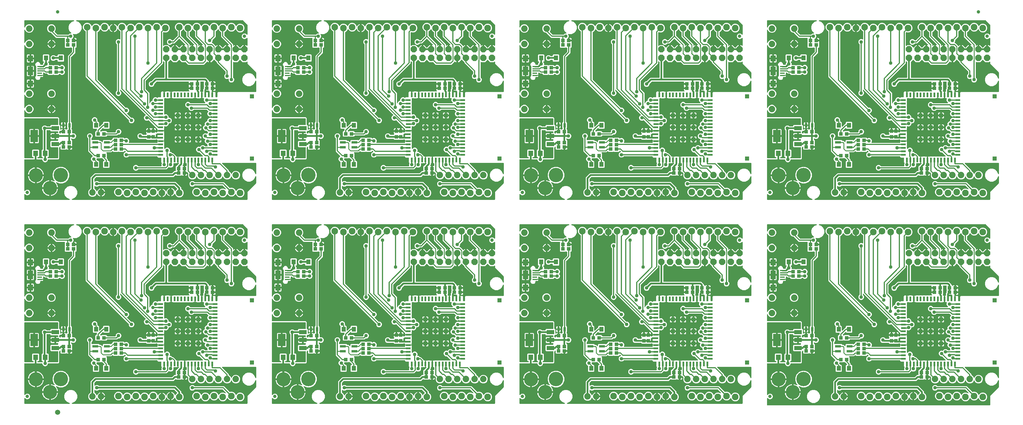
<source format=gtl>
G04 EAGLE Gerber RS-274X export*
G75*
%MOMM*%
%FSLAX34Y34*%
%LPD*%
%INTop Copper*%
%IPPOS*%
%AMOC8*
5,1,8,0,0,1.08239X$1,22.5*%
G01*
%ADD10R,1.450000X0.400000*%
%ADD11R,1.500000X1.800000*%
%ADD12R,1.500000X2.500000*%
%ADD13R,1.100000X1.000000*%
%ADD14R,1.270000X1.470000*%
%ADD15R,1.400000X1.600000*%
%ADD16R,0.800000X1.200000*%
%ADD17C,4.216000*%
%ADD18C,4.114800*%
%ADD19C,1.879600*%
%ADD20R,1.200000X1.400000*%
%ADD21C,1.930400*%
%ADD22R,1.000000X1.100000*%
%ADD23R,0.600000X1.400000*%
%ADD24R,1.400000X0.600000*%
%ADD25R,1.200000X1.200000*%
%ADD26P,2.034460X8X22.500000*%
%ADD27C,0.990600*%
%ADD28C,1.000000*%
%ADD29R,2.235200X1.219200*%
%ADD30R,2.200000X3.600000*%
%ADD31R,1.800000X0.750000*%
%ADD32C,1.500000*%
%ADD33C,0.508000*%
%ADD34C,1.016000*%
%ADD35C,0.304800*%
%ADD36C,0.254000*%
%ADD37C,0.406400*%

G36*
X2826884Y-746D02*
X2826884Y-746D01*
X2827003Y-739D01*
X2827041Y-727D01*
X2827082Y-721D01*
X2827192Y-678D01*
X2827305Y-641D01*
X2827340Y-619D01*
X2827377Y-604D01*
X2827473Y-535D01*
X2827574Y-471D01*
X2827602Y-441D01*
X2827635Y-418D01*
X2827711Y-326D01*
X2827792Y-239D01*
X2827812Y-204D01*
X2827837Y-173D01*
X2827888Y-65D01*
X2827946Y39D01*
X2827956Y79D01*
X2827973Y115D01*
X2827995Y232D01*
X2828025Y347D01*
X2828029Y407D01*
X2828033Y427D01*
X2828031Y448D01*
X2828035Y508D01*
X2828035Y27084D01*
X2853064Y52112D01*
X2853124Y52190D01*
X2853192Y52262D01*
X2853221Y52315D01*
X2853258Y52363D01*
X2853298Y52454D01*
X2853346Y52541D01*
X2853361Y52599D01*
X2853385Y52655D01*
X2853400Y52753D01*
X2853425Y52849D01*
X2853431Y52949D01*
X2853435Y52969D01*
X2853433Y52981D01*
X2853435Y53009D01*
X2853435Y71877D01*
X2853427Y71946D01*
X2853428Y72016D01*
X2853407Y72103D01*
X2853395Y72192D01*
X2853370Y72257D01*
X2853353Y72325D01*
X2853311Y72405D01*
X2853278Y72488D01*
X2853237Y72544D01*
X2853205Y72606D01*
X2853144Y72673D01*
X2853092Y72745D01*
X2853038Y72790D01*
X2852991Y72842D01*
X2852916Y72891D01*
X2852847Y72948D01*
X2852783Y72978D01*
X2852725Y73016D01*
X2852640Y73046D01*
X2852559Y73084D01*
X2852490Y73097D01*
X2852424Y73120D01*
X2852335Y73127D01*
X2852247Y73144D01*
X2852177Y73139D01*
X2852107Y73145D01*
X2852019Y73129D01*
X2851929Y73124D01*
X2851863Y73102D01*
X2851794Y73090D01*
X2851712Y73053D01*
X2851627Y73026D01*
X2851568Y72988D01*
X2851504Y72960D01*
X2851434Y72904D01*
X2851358Y72856D01*
X2851310Y72805D01*
X2851256Y72761D01*
X2851201Y72689D01*
X2851140Y72624D01*
X2851106Y72563D01*
X2851064Y72507D01*
X2850993Y72363D01*
X2848143Y65481D01*
X2842819Y60157D01*
X2835864Y57276D01*
X2828336Y57276D01*
X2821381Y60157D01*
X2816057Y65481D01*
X2813176Y72436D01*
X2813176Y79964D01*
X2816057Y86919D01*
X2821381Y92243D01*
X2828336Y95124D01*
X2835864Y95124D01*
X2842819Y92243D01*
X2848143Y86919D01*
X2850993Y80037D01*
X2851028Y79977D01*
X2851054Y79912D01*
X2851106Y79839D01*
X2851151Y79761D01*
X2851199Y79711D01*
X2851240Y79655D01*
X2851310Y79597D01*
X2851372Y79533D01*
X2851432Y79496D01*
X2851485Y79452D01*
X2851567Y79413D01*
X2851643Y79366D01*
X2851710Y79346D01*
X2851773Y79316D01*
X2851861Y79299D01*
X2851947Y79273D01*
X2852017Y79270D01*
X2852086Y79256D01*
X2852175Y79262D01*
X2852265Y79258D01*
X2852333Y79272D01*
X2852403Y79276D01*
X2852488Y79304D01*
X2852576Y79322D01*
X2852639Y79353D01*
X2852705Y79374D01*
X2852781Y79422D01*
X2852862Y79462D01*
X2852915Y79507D01*
X2852974Y79544D01*
X2853036Y79610D01*
X2853104Y79668D01*
X2853144Y79725D01*
X2853192Y79776D01*
X2853235Y79855D01*
X2853287Y79928D01*
X2853312Y79993D01*
X2853346Y80054D01*
X2853368Y80141D01*
X2853400Y80225D01*
X2853408Y80295D01*
X2853425Y80362D01*
X2853435Y80523D01*
X2853435Y111261D01*
X2853418Y111399D01*
X2853405Y111538D01*
X2853398Y111557D01*
X2853395Y111577D01*
X2853344Y111706D01*
X2853297Y111837D01*
X2853286Y111854D01*
X2853278Y111873D01*
X2853197Y111985D01*
X2853119Y112100D01*
X2853103Y112114D01*
X2853092Y112130D01*
X2852984Y112219D01*
X2852880Y112311D01*
X2852862Y112320D01*
X2852847Y112333D01*
X2852721Y112392D01*
X2852597Y112455D01*
X2852577Y112460D01*
X2852559Y112468D01*
X2852423Y112494D01*
X2852287Y112525D01*
X2852266Y112524D01*
X2852247Y112528D01*
X2852108Y112519D01*
X2851969Y112515D01*
X2851949Y112510D01*
X2851929Y112508D01*
X2851797Y112465D01*
X2851663Y112427D01*
X2851646Y112417D01*
X2851627Y112410D01*
X2851509Y112336D01*
X2851389Y112265D01*
X2851368Y112247D01*
X2851358Y112240D01*
X2851344Y112225D01*
X2851334Y112216D01*
X2754815Y112216D01*
X2754677Y112199D01*
X2754538Y112186D01*
X2754519Y112179D01*
X2754499Y112176D01*
X2754370Y112125D01*
X2754239Y112078D01*
X2754222Y112067D01*
X2754204Y112059D01*
X2754091Y111978D01*
X2753976Y111900D01*
X2753963Y111884D01*
X2753946Y111873D01*
X2753858Y111765D01*
X2753766Y111661D01*
X2753756Y111643D01*
X2753743Y111628D01*
X2753684Y111502D01*
X2753621Y111378D01*
X2753616Y111358D01*
X2753608Y111340D01*
X2753582Y111204D01*
X2753551Y111068D01*
X2753552Y111047D01*
X2753548Y111028D01*
X2753557Y110889D01*
X2753561Y110750D01*
X2753567Y110730D01*
X2753568Y110710D01*
X2753611Y110578D01*
X2753649Y110444D01*
X2753660Y110427D01*
X2753666Y110408D01*
X2753740Y110290D01*
X2753811Y110170D01*
X2753829Y110149D01*
X2753836Y110139D01*
X2753849Y110127D01*
X2753850Y110125D01*
X2753855Y110120D01*
X2753917Y110050D01*
X2770122Y93844D01*
X2773173Y90794D01*
X2773173Y88626D01*
X2773176Y88597D01*
X2773174Y88568D01*
X2773196Y88440D01*
X2773213Y88311D01*
X2773223Y88283D01*
X2773228Y88254D01*
X2773282Y88136D01*
X2773330Y88015D01*
X2773347Y87991D01*
X2773359Y87964D01*
X2773440Y87863D01*
X2773516Y87758D01*
X2773539Y87739D01*
X2773558Y87716D01*
X2773661Y87638D01*
X2773761Y87555D01*
X2773788Y87542D01*
X2773812Y87525D01*
X2773956Y87454D01*
X2775650Y86752D01*
X2779152Y83250D01*
X2780127Y80895D01*
X2780196Y80775D01*
X2780261Y80652D01*
X2780275Y80637D01*
X2780285Y80619D01*
X2780382Y80519D01*
X2780475Y80416D01*
X2780492Y80405D01*
X2780506Y80391D01*
X2780625Y80318D01*
X2780741Y80242D01*
X2780760Y80235D01*
X2780777Y80224D01*
X2780910Y80184D01*
X2781042Y80138D01*
X2781062Y80137D01*
X2781081Y80131D01*
X2781220Y80124D01*
X2781359Y80113D01*
X2781379Y80117D01*
X2781399Y80116D01*
X2781535Y80144D01*
X2781672Y80168D01*
X2781691Y80176D01*
X2781710Y80180D01*
X2781836Y80241D01*
X2781962Y80298D01*
X2781978Y80311D01*
X2781996Y80320D01*
X2782102Y80410D01*
X2782210Y80497D01*
X2782223Y80513D01*
X2782238Y80526D01*
X2782318Y80639D01*
X2782402Y80751D01*
X2782414Y80776D01*
X2782421Y80786D01*
X2782428Y80805D01*
X2782473Y80895D01*
X2783448Y83250D01*
X2786950Y86752D01*
X2791524Y88647D01*
X2796476Y88647D01*
X2801050Y86752D01*
X2804552Y83250D01*
X2806447Y78676D01*
X2806447Y73724D01*
X2804552Y69150D01*
X2801050Y65648D01*
X2796476Y63753D01*
X2791524Y63753D01*
X2786950Y65648D01*
X2783448Y69150D01*
X2782473Y71505D01*
X2782404Y71625D01*
X2782339Y71748D01*
X2782325Y71763D01*
X2782315Y71781D01*
X2782218Y71881D01*
X2782125Y71984D01*
X2782108Y71995D01*
X2782094Y72009D01*
X2781976Y72082D01*
X2781859Y72158D01*
X2781840Y72165D01*
X2781823Y72176D01*
X2781690Y72216D01*
X2781558Y72262D01*
X2781538Y72263D01*
X2781519Y72269D01*
X2781380Y72276D01*
X2781241Y72287D01*
X2781221Y72283D01*
X2781201Y72284D01*
X2781065Y72256D01*
X2780928Y72232D01*
X2780909Y72224D01*
X2780890Y72220D01*
X2780765Y72159D01*
X2780638Y72102D01*
X2780622Y72089D01*
X2780604Y72080D01*
X2780498Y71990D01*
X2780390Y71903D01*
X2780377Y71887D01*
X2780362Y71874D01*
X2780282Y71760D01*
X2780198Y71649D01*
X2780186Y71624D01*
X2780179Y71614D01*
X2780172Y71595D01*
X2780127Y71505D01*
X2779152Y69150D01*
X2775650Y65648D01*
X2771076Y63753D01*
X2766124Y63753D01*
X2761550Y65648D01*
X2758048Y69150D01*
X2757073Y71505D01*
X2757004Y71625D01*
X2756939Y71748D01*
X2756925Y71763D01*
X2756915Y71781D01*
X2756818Y71881D01*
X2756725Y71984D01*
X2756708Y71995D01*
X2756694Y72009D01*
X2756576Y72082D01*
X2756459Y72158D01*
X2756440Y72165D01*
X2756423Y72176D01*
X2756290Y72216D01*
X2756158Y72262D01*
X2756138Y72263D01*
X2756119Y72269D01*
X2755980Y72276D01*
X2755841Y72287D01*
X2755821Y72283D01*
X2755801Y72284D01*
X2755665Y72256D01*
X2755528Y72232D01*
X2755509Y72224D01*
X2755490Y72220D01*
X2755365Y72159D01*
X2755238Y72102D01*
X2755222Y72089D01*
X2755204Y72080D01*
X2755098Y71990D01*
X2754990Y71903D01*
X2754977Y71887D01*
X2754962Y71874D01*
X2754882Y71760D01*
X2754798Y71649D01*
X2754786Y71624D01*
X2754779Y71614D01*
X2754772Y71595D01*
X2754727Y71505D01*
X2753752Y69150D01*
X2750250Y65648D01*
X2745676Y63753D01*
X2740724Y63753D01*
X2736150Y65648D01*
X2732648Y69150D01*
X2731673Y71505D01*
X2731604Y71625D01*
X2731539Y71748D01*
X2731525Y71763D01*
X2731515Y71781D01*
X2731418Y71881D01*
X2731325Y71984D01*
X2731308Y71995D01*
X2731294Y72009D01*
X2731176Y72082D01*
X2731059Y72158D01*
X2731040Y72165D01*
X2731023Y72176D01*
X2730890Y72216D01*
X2730758Y72262D01*
X2730738Y72263D01*
X2730719Y72269D01*
X2730580Y72276D01*
X2730441Y72287D01*
X2730421Y72283D01*
X2730401Y72284D01*
X2730265Y72256D01*
X2730128Y72232D01*
X2730109Y72224D01*
X2730090Y72220D01*
X2729965Y72159D01*
X2729838Y72102D01*
X2729822Y72089D01*
X2729804Y72080D01*
X2729698Y71990D01*
X2729590Y71903D01*
X2729577Y71887D01*
X2729562Y71874D01*
X2729482Y71760D01*
X2729398Y71649D01*
X2729386Y71624D01*
X2729379Y71614D01*
X2729372Y71595D01*
X2729327Y71505D01*
X2728352Y69150D01*
X2724850Y65648D01*
X2720276Y63753D01*
X2715324Y63753D01*
X2710750Y65648D01*
X2707248Y69150D01*
X2706273Y71505D01*
X2706204Y71625D01*
X2706139Y71748D01*
X2706125Y71763D01*
X2706115Y71781D01*
X2706018Y71881D01*
X2705925Y71984D01*
X2705908Y71995D01*
X2705894Y72009D01*
X2705775Y72082D01*
X2705659Y72158D01*
X2705640Y72165D01*
X2705623Y72176D01*
X2705490Y72216D01*
X2705358Y72262D01*
X2705338Y72263D01*
X2705319Y72269D01*
X2705180Y72276D01*
X2705041Y72287D01*
X2705021Y72283D01*
X2705001Y72284D01*
X2704865Y72256D01*
X2704728Y72232D01*
X2704709Y72224D01*
X2704690Y72220D01*
X2704564Y72159D01*
X2704438Y72102D01*
X2704422Y72089D01*
X2704404Y72080D01*
X2704298Y71990D01*
X2704190Y71903D01*
X2704177Y71887D01*
X2704162Y71874D01*
X2704082Y71760D01*
X2703998Y71649D01*
X2703986Y71624D01*
X2703979Y71614D01*
X2703972Y71595D01*
X2703927Y71505D01*
X2702952Y69150D01*
X2699450Y65648D01*
X2694876Y63753D01*
X2689924Y63753D01*
X2685350Y65648D01*
X2681848Y69149D01*
X2680873Y71505D01*
X2680804Y71626D01*
X2680739Y71748D01*
X2680725Y71763D01*
X2680715Y71781D01*
X2680618Y71881D01*
X2680525Y71984D01*
X2680508Y71995D01*
X2680494Y72009D01*
X2680376Y72082D01*
X2680259Y72158D01*
X2680240Y72165D01*
X2680223Y72176D01*
X2680090Y72216D01*
X2679958Y72262D01*
X2679938Y72263D01*
X2679919Y72269D01*
X2679780Y72276D01*
X2679641Y72287D01*
X2679621Y72283D01*
X2679601Y72284D01*
X2679465Y72256D01*
X2679328Y72232D01*
X2679309Y72224D01*
X2679290Y72220D01*
X2679165Y72159D01*
X2679038Y72102D01*
X2679022Y72089D01*
X2679004Y72080D01*
X2678898Y71990D01*
X2678790Y71903D01*
X2678777Y71887D01*
X2678762Y71874D01*
X2678682Y71760D01*
X2678598Y71649D01*
X2678586Y71624D01*
X2678579Y71614D01*
X2678572Y71595D01*
X2678527Y71505D01*
X2677552Y69150D01*
X2674050Y65648D01*
X2669476Y63753D01*
X2664524Y63753D01*
X2659950Y65648D01*
X2656448Y69150D01*
X2654553Y73724D01*
X2654553Y78676D01*
X2655255Y80370D01*
X2655263Y80399D01*
X2655276Y80425D01*
X2655305Y80552D01*
X2655339Y80677D01*
X2655339Y80706D01*
X2655346Y80735D01*
X2655342Y80865D01*
X2655344Y80995D01*
X2655337Y81024D01*
X2655336Y81053D01*
X2655300Y81178D01*
X2655270Y81304D01*
X2655256Y81330D01*
X2655248Y81359D01*
X2655182Y81470D01*
X2655121Y81585D01*
X2655101Y81607D01*
X2655086Y81632D01*
X2654980Y81753D01*
X2652056Y84678D01*
X2651977Y84738D01*
X2651905Y84806D01*
X2651852Y84835D01*
X2651804Y84872D01*
X2651713Y84912D01*
X2651627Y84960D01*
X2651568Y84975D01*
X2651513Y84999D01*
X2651415Y85014D01*
X2651319Y85039D01*
X2651219Y85045D01*
X2651198Y85049D01*
X2651186Y85047D01*
X2651158Y85049D01*
X2646249Y85049D01*
X2646249Y94020D01*
X2646234Y94138D01*
X2646227Y94257D01*
X2646214Y94295D01*
X2646209Y94335D01*
X2646166Y94446D01*
X2646129Y94559D01*
X2646107Y94593D01*
X2646092Y94631D01*
X2646023Y94727D01*
X2645959Y94828D01*
X2645929Y94856D01*
X2645906Y94888D01*
X2645814Y94964D01*
X2645727Y95046D01*
X2645692Y95065D01*
X2645661Y95091D01*
X2645553Y95142D01*
X2645449Y95199D01*
X2645409Y95209D01*
X2645373Y95227D01*
X2645266Y95247D01*
X2645296Y95251D01*
X2645406Y95295D01*
X2645519Y95331D01*
X2645554Y95353D01*
X2645591Y95368D01*
X2645687Y95438D01*
X2645788Y95501D01*
X2645816Y95531D01*
X2645849Y95555D01*
X2645925Y95646D01*
X2646006Y95733D01*
X2646026Y95768D01*
X2646051Y95800D01*
X2646102Y95907D01*
X2646160Y96012D01*
X2646170Y96051D01*
X2646187Y96087D01*
X2646209Y96204D01*
X2646239Y96320D01*
X2646243Y96380D01*
X2646247Y96400D01*
X2646245Y96420D01*
X2646249Y96480D01*
X2646249Y102791D01*
X2648958Y102791D01*
X2649076Y102806D01*
X2649195Y102813D01*
X2649233Y102826D01*
X2649274Y102831D01*
X2649384Y102874D01*
X2649497Y102911D01*
X2649532Y102933D01*
X2649569Y102948D01*
X2649665Y103017D01*
X2649766Y103081D01*
X2649794Y103111D01*
X2649827Y103134D01*
X2649903Y103226D01*
X2649984Y103313D01*
X2650004Y103348D01*
X2650029Y103379D01*
X2650080Y103487D01*
X2650138Y103591D01*
X2650148Y103631D01*
X2650165Y103667D01*
X2650187Y103784D01*
X2650217Y103899D01*
X2650221Y103959D01*
X2650225Y103979D01*
X2650223Y104000D01*
X2650227Y104060D01*
X2650227Y110266D01*
X2650212Y110391D01*
X2650202Y110516D01*
X2650192Y110548D01*
X2650187Y110581D01*
X2650141Y110698D01*
X2650101Y110818D01*
X2650083Y110846D01*
X2650070Y110877D01*
X2649997Y110979D01*
X2649928Y111084D01*
X2649903Y111107D01*
X2649884Y111134D01*
X2649787Y111215D01*
X2649694Y111300D01*
X2649664Y111316D01*
X2649639Y111337D01*
X2649525Y111391D01*
X2649414Y111450D01*
X2649381Y111458D01*
X2649351Y111473D01*
X2649228Y111496D01*
X2649105Y111527D01*
X2649072Y111526D01*
X2649039Y111533D01*
X2648913Y111525D01*
X2648787Y111524D01*
X2648739Y111514D01*
X2648721Y111513D01*
X2648701Y111506D01*
X2648629Y111492D01*
X2648134Y111359D01*
X2646299Y111359D01*
X2646299Y120670D01*
X2646284Y120788D01*
X2646277Y120907D01*
X2646275Y120914D01*
X2646289Y120970D01*
X2646293Y121030D01*
X2646297Y121050D01*
X2646295Y121070D01*
X2646299Y121130D01*
X2646299Y130441D01*
X2648134Y130441D01*
X2648921Y130230D01*
X2649026Y130216D01*
X2649129Y130192D01*
X2649183Y130194D01*
X2649236Y130187D01*
X2649341Y130199D01*
X2649447Y130202D01*
X2649498Y130217D01*
X2649552Y130223D01*
X2649651Y130261D01*
X2649752Y130291D01*
X2649799Y130318D01*
X2649849Y130337D01*
X2649935Y130398D01*
X2650026Y130452D01*
X2650090Y130509D01*
X2650108Y130521D01*
X2650118Y130533D01*
X2650147Y130559D01*
X2650537Y130949D01*
X2659103Y130949D01*
X2659122Y130939D01*
X2659154Y130914D01*
X2659263Y130867D01*
X2659369Y130813D01*
X2659408Y130804D01*
X2659446Y130788D01*
X2659563Y130769D01*
X2659679Y130743D01*
X2659720Y130744D01*
X2659760Y130738D01*
X2659878Y130749D01*
X2659997Y130753D01*
X2660036Y130764D01*
X2660076Y130768D01*
X2660188Y130808D01*
X2660303Y130841D01*
X2660338Y130862D01*
X2660376Y130875D01*
X2660474Y130942D01*
X2660485Y130949D01*
X2669103Y130949D01*
X2669122Y130939D01*
X2669154Y130914D01*
X2669263Y130867D01*
X2669369Y130813D01*
X2669408Y130804D01*
X2669446Y130788D01*
X2669563Y130769D01*
X2669679Y130743D01*
X2669720Y130744D01*
X2669760Y130738D01*
X2669878Y130749D01*
X2669997Y130753D01*
X2670036Y130764D01*
X2670076Y130768D01*
X2670188Y130808D01*
X2670303Y130841D01*
X2670338Y130862D01*
X2670376Y130875D01*
X2670474Y130942D01*
X2670485Y130949D01*
X2679103Y130949D01*
X2679122Y130939D01*
X2679154Y130914D01*
X2679263Y130867D01*
X2679369Y130813D01*
X2679408Y130804D01*
X2679446Y130788D01*
X2679563Y130769D01*
X2679679Y130743D01*
X2679720Y130744D01*
X2679760Y130738D01*
X2679878Y130749D01*
X2679997Y130753D01*
X2680036Y130764D01*
X2680076Y130768D01*
X2680188Y130808D01*
X2680303Y130841D01*
X2680338Y130862D01*
X2680376Y130875D01*
X2680474Y130942D01*
X2680485Y130949D01*
X2689103Y130949D01*
X2689122Y130939D01*
X2689154Y130914D01*
X2689263Y130867D01*
X2689369Y130813D01*
X2689408Y130804D01*
X2689446Y130788D01*
X2689563Y130769D01*
X2689679Y130743D01*
X2689720Y130744D01*
X2689760Y130738D01*
X2689878Y130749D01*
X2689997Y130753D01*
X2690036Y130764D01*
X2690076Y130768D01*
X2690188Y130808D01*
X2690303Y130841D01*
X2690338Y130862D01*
X2690376Y130875D01*
X2690474Y130942D01*
X2690485Y130949D01*
X2696700Y130949D01*
X2696838Y130966D01*
X2696977Y130979D01*
X2696996Y130986D01*
X2697016Y130989D01*
X2697145Y131040D01*
X2697276Y131087D01*
X2697293Y131098D01*
X2697311Y131106D01*
X2697424Y131187D01*
X2697539Y131265D01*
X2697552Y131281D01*
X2697569Y131292D01*
X2697657Y131400D01*
X2697749Y131504D01*
X2697759Y131522D01*
X2697772Y131537D01*
X2697831Y131663D01*
X2697894Y131787D01*
X2697899Y131807D01*
X2697907Y131825D01*
X2697933Y131961D01*
X2697964Y132097D01*
X2697963Y132118D01*
X2697967Y132137D01*
X2697958Y132276D01*
X2697954Y132415D01*
X2697948Y132435D01*
X2697947Y132455D01*
X2697904Y132587D01*
X2697866Y132721D01*
X2697855Y132738D01*
X2697849Y132757D01*
X2697775Y132875D01*
X2697704Y132995D01*
X2697686Y133016D01*
X2697679Y133026D01*
X2697664Y133040D01*
X2697598Y133115D01*
X2688084Y142630D01*
X2688005Y142690D01*
X2687933Y142758D01*
X2687880Y142787D01*
X2687832Y142824D01*
X2687741Y142864D01*
X2687655Y142912D01*
X2687596Y142927D01*
X2687541Y142951D01*
X2687443Y142966D01*
X2687347Y142991D01*
X2687247Y142997D01*
X2687226Y143001D01*
X2687214Y142999D01*
X2687186Y143001D01*
X2684433Y143001D01*
X2681445Y144239D01*
X2679159Y146525D01*
X2677921Y149513D01*
X2677921Y152747D01*
X2679159Y155735D01*
X2681445Y158021D01*
X2684433Y159259D01*
X2687667Y159259D01*
X2688548Y158894D01*
X2688663Y158862D01*
X2688775Y158824D01*
X2688816Y158821D01*
X2688855Y158810D01*
X2688974Y158808D01*
X2689092Y158799D01*
X2689132Y158806D01*
X2689173Y158805D01*
X2689288Y158833D01*
X2689406Y158853D01*
X2689442Y158870D01*
X2689482Y158879D01*
X2689587Y158935D01*
X2689696Y158984D01*
X2689727Y159009D01*
X2689763Y159028D01*
X2689851Y159108D01*
X2689944Y159182D01*
X2689968Y159214D01*
X2689998Y159242D01*
X2690064Y159341D01*
X2690135Y159436D01*
X2690162Y159490D01*
X2690173Y159507D01*
X2690180Y159527D01*
X2690206Y159581D01*
X2690589Y160505D01*
X2692875Y162791D01*
X2695863Y164029D01*
X2699097Y164029D01*
X2702085Y162791D01*
X2704031Y160844D01*
X2704110Y160784D01*
X2704182Y160716D01*
X2704235Y160687D01*
X2704283Y160650D01*
X2704374Y160610D01*
X2704460Y160562D01*
X2704519Y160547D01*
X2704574Y160523D01*
X2704672Y160508D01*
X2704768Y160483D01*
X2704868Y160477D01*
X2704889Y160473D01*
X2704901Y160475D01*
X2704929Y160473D01*
X2710620Y160473D01*
X2710669Y160479D01*
X2710719Y160477D01*
X2710826Y160499D01*
X2710936Y160513D01*
X2710982Y160531D01*
X2711030Y160541D01*
X2711129Y160589D01*
X2711231Y160630D01*
X2711271Y160659D01*
X2711316Y160681D01*
X2711400Y160752D01*
X2711489Y160816D01*
X2711520Y160855D01*
X2711558Y160887D01*
X2711621Y160977D01*
X2711691Y161061D01*
X2711713Y161106D01*
X2711741Y161147D01*
X2711780Y161250D01*
X2711827Y161349D01*
X2711836Y161398D01*
X2711854Y161444D01*
X2711866Y161554D01*
X2711887Y161661D01*
X2711884Y161711D01*
X2711889Y161760D01*
X2711874Y161869D01*
X2711867Y161979D01*
X2711852Y162026D01*
X2711845Y162075D01*
X2711793Y162228D01*
X2710941Y164283D01*
X2710941Y166502D01*
X2710926Y166620D01*
X2710919Y166739D01*
X2710906Y166777D01*
X2710901Y166818D01*
X2710858Y166928D01*
X2710821Y167041D01*
X2710799Y167076D01*
X2710784Y167113D01*
X2710715Y167209D01*
X2710651Y167310D01*
X2710621Y167338D01*
X2710598Y167371D01*
X2710506Y167447D01*
X2710419Y167528D01*
X2710384Y167548D01*
X2710353Y167573D01*
X2710245Y167624D01*
X2710141Y167682D01*
X2710101Y167692D01*
X2710065Y167709D01*
X2709948Y167731D01*
X2709899Y167744D01*
X2706845Y169009D01*
X2704559Y171295D01*
X2703321Y174283D01*
X2703321Y177517D01*
X2704605Y180616D01*
X2704618Y180664D01*
X2704639Y180709D01*
X2704660Y180817D01*
X2704689Y180923D01*
X2704690Y180973D01*
X2704699Y181022D01*
X2704692Y181131D01*
X2704694Y181241D01*
X2704682Y181289D01*
X2704679Y181339D01*
X2704646Y181443D01*
X2704620Y181550D01*
X2704597Y181594D01*
X2704581Y181641D01*
X2704523Y181734D01*
X2704471Y181831D01*
X2704438Y181868D01*
X2704411Y181910D01*
X2704331Y181985D01*
X2704257Y182067D01*
X2704216Y182094D01*
X2704180Y182128D01*
X2704083Y182181D01*
X2703992Y182241D01*
X2703945Y182258D01*
X2703901Y182282D01*
X2703795Y182309D01*
X2703691Y182345D01*
X2703641Y182349D01*
X2703593Y182361D01*
X2703492Y182367D01*
X2700495Y183609D01*
X2698209Y185895D01*
X2696971Y188883D01*
X2696971Y192117D01*
X2698209Y195105D01*
X2700495Y197391D01*
X2703483Y198629D01*
X2706717Y198629D01*
X2709543Y197458D01*
X2709658Y197427D01*
X2709770Y197388D01*
X2709811Y197385D01*
X2709850Y197374D01*
X2709969Y197372D01*
X2710088Y197363D01*
X2710127Y197370D01*
X2710168Y197369D01*
X2710284Y197397D01*
X2710401Y197417D01*
X2710438Y197434D01*
X2710477Y197443D01*
X2710582Y197499D01*
X2710691Y197548D01*
X2710722Y197573D01*
X2710758Y197592D01*
X2710846Y197672D01*
X2710939Y197746D01*
X2710964Y197779D01*
X2710994Y197806D01*
X2711059Y197905D01*
X2711131Y198000D01*
X2711157Y198055D01*
X2711168Y198072D01*
X2711175Y198091D01*
X2711201Y198145D01*
X2712179Y200504D01*
X2712206Y200532D01*
X2712279Y200626D01*
X2712358Y200715D01*
X2712376Y200751D01*
X2712401Y200783D01*
X2712448Y200893D01*
X2712503Y200999D01*
X2712511Y201038D01*
X2712527Y201075D01*
X2712546Y201193D01*
X2712572Y201309D01*
X2712571Y201349D01*
X2712577Y201389D01*
X2712566Y201507D01*
X2712563Y201627D01*
X2712551Y201666D01*
X2712548Y201706D01*
X2712507Y201818D01*
X2712474Y201932D01*
X2712454Y201967D01*
X2712440Y202005D01*
X2712373Y202104D01*
X2712313Y202206D01*
X2712273Y202251D01*
X2712261Y202268D01*
X2712246Y202282D01*
X2712206Y202327D01*
X2708404Y206130D01*
X2708325Y206190D01*
X2708253Y206258D01*
X2708200Y206287D01*
X2708152Y206324D01*
X2708061Y206364D01*
X2707975Y206412D01*
X2707916Y206427D01*
X2707861Y206451D01*
X2707763Y206466D01*
X2707667Y206491D01*
X2707567Y206497D01*
X2707546Y206501D01*
X2707534Y206499D01*
X2707506Y206501D01*
X2704753Y206501D01*
X2701765Y207739D01*
X2699479Y210025D01*
X2698241Y213013D01*
X2698241Y216247D01*
X2699479Y219235D01*
X2701765Y221521D01*
X2703015Y222039D01*
X2703118Y222098D01*
X2703225Y222150D01*
X2703256Y222176D01*
X2703291Y222196D01*
X2703376Y222279D01*
X2703467Y222356D01*
X2703490Y222389D01*
X2703519Y222417D01*
X2703581Y222519D01*
X2703650Y222616D01*
X2703664Y222654D01*
X2703686Y222689D01*
X2703721Y222802D01*
X2703763Y222914D01*
X2703767Y222954D01*
X2703779Y222993D01*
X2703785Y223111D01*
X2703798Y223230D01*
X2703792Y223270D01*
X2703794Y223310D01*
X2703770Y223427D01*
X2703754Y223545D01*
X2703734Y223602D01*
X2703730Y223622D01*
X2703721Y223640D01*
X2703702Y223697D01*
X2703448Y224308D01*
X2703448Y227492D01*
X2704666Y230433D01*
X2706917Y232684D01*
X2709884Y233913D01*
X2709917Y233917D01*
X2710036Y233924D01*
X2710074Y233937D01*
X2710115Y233942D01*
X2710225Y233985D01*
X2710338Y234022D01*
X2710373Y234044D01*
X2710410Y234059D01*
X2710506Y234128D01*
X2710607Y234192D01*
X2710635Y234222D01*
X2710668Y234245D01*
X2710744Y234337D01*
X2710825Y234424D01*
X2710845Y234459D01*
X2710870Y234490D01*
X2710921Y234598D01*
X2710979Y234702D01*
X2710989Y234742D01*
X2711006Y234778D01*
X2711028Y234895D01*
X2711058Y235010D01*
X2711062Y235070D01*
X2711066Y235090D01*
X2711064Y235111D01*
X2711068Y235171D01*
X2711068Y237492D01*
X2712286Y240433D01*
X2714537Y242684D01*
X2717478Y243902D01*
X2720662Y243902D01*
X2722504Y243138D01*
X2722552Y243125D01*
X2722597Y243104D01*
X2722705Y243084D01*
X2722811Y243055D01*
X2722861Y243054D01*
X2722910Y243044D01*
X2723019Y243051D01*
X2723129Y243049D01*
X2723177Y243061D01*
X2723227Y243064D01*
X2723331Y243098D01*
X2723438Y243124D01*
X2723482Y243147D01*
X2723529Y243162D01*
X2723622Y243221D01*
X2723719Y243272D01*
X2723756Y243306D01*
X2723798Y243332D01*
X2723873Y243412D01*
X2723955Y243486D01*
X2723982Y243528D01*
X2724016Y243564D01*
X2724069Y243660D01*
X2724129Y243752D01*
X2724146Y243799D01*
X2724170Y243842D01*
X2724197Y243949D01*
X2724233Y244053D01*
X2724237Y244102D01*
X2724249Y244150D01*
X2724259Y244311D01*
X2724259Y244401D01*
X2733570Y244401D01*
X2733688Y244416D01*
X2733807Y244423D01*
X2733845Y244435D01*
X2733885Y244441D01*
X2733996Y244484D01*
X2734109Y244521D01*
X2734143Y244543D01*
X2734181Y244558D01*
X2734277Y244627D01*
X2734378Y244691D01*
X2734406Y244721D01*
X2734438Y244744D01*
X2734514Y244836D01*
X2734596Y244923D01*
X2734615Y244958D01*
X2734641Y244989D01*
X2734692Y245097D01*
X2734749Y245201D01*
X2734759Y245241D01*
X2734777Y245277D01*
X2734799Y245394D01*
X2734829Y245509D01*
X2734833Y245569D01*
X2734836Y245589D01*
X2734835Y245610D01*
X2734839Y245670D01*
X2734839Y246130D01*
X2734824Y246248D01*
X2734817Y246367D01*
X2734804Y246405D01*
X2734799Y246446D01*
X2734755Y246556D01*
X2734719Y246669D01*
X2734697Y246704D01*
X2734682Y246741D01*
X2734612Y246837D01*
X2734549Y246938D01*
X2734519Y246966D01*
X2734495Y246999D01*
X2734404Y247075D01*
X2734317Y247156D01*
X2734282Y247176D01*
X2734250Y247201D01*
X2734143Y247252D01*
X2734038Y247310D01*
X2733999Y247320D01*
X2733963Y247337D01*
X2733846Y247359D01*
X2733730Y247389D01*
X2733670Y247393D01*
X2733650Y247397D01*
X2733630Y247395D01*
X2733570Y247399D01*
X2724259Y247399D01*
X2724259Y247489D01*
X2724253Y247538D01*
X2724255Y247588D01*
X2724233Y247695D01*
X2724219Y247804D01*
X2724201Y247851D01*
X2724191Y247899D01*
X2724143Y247998D01*
X2724102Y248100D01*
X2724073Y248140D01*
X2724051Y248185D01*
X2723980Y248268D01*
X2723916Y248357D01*
X2723877Y248389D01*
X2723845Y248427D01*
X2723755Y248490D01*
X2723671Y248560D01*
X2723626Y248581D01*
X2723585Y248610D01*
X2723482Y248649D01*
X2723383Y248696D01*
X2723334Y248705D01*
X2723288Y248723D01*
X2723178Y248735D01*
X2723071Y248756D01*
X2723021Y248752D01*
X2722972Y248758D01*
X2722863Y248743D01*
X2722753Y248736D01*
X2722706Y248721D01*
X2722657Y248714D01*
X2722504Y248662D01*
X2720662Y247898D01*
X2717478Y247898D01*
X2714537Y249116D01*
X2712286Y251367D01*
X2711068Y254308D01*
X2711068Y257492D01*
X2712286Y260433D01*
X2713411Y261557D01*
X2713484Y261651D01*
X2713563Y261741D01*
X2713581Y261776D01*
X2713606Y261808D01*
X2713653Y261918D01*
X2713707Y262024D01*
X2713716Y262063D01*
X2713732Y262100D01*
X2713751Y262218D01*
X2713777Y262334D01*
X2713776Y262374D01*
X2713782Y262414D01*
X2713771Y262533D01*
X2713767Y262652D01*
X2713756Y262691D01*
X2713752Y262731D01*
X2713712Y262843D01*
X2713679Y262957D01*
X2713658Y262992D01*
X2713645Y263030D01*
X2713578Y263129D01*
X2713517Y263231D01*
X2713478Y263277D01*
X2713466Y263293D01*
X2713451Y263307D01*
X2713411Y263352D01*
X2709458Y267306D01*
X2709379Y267366D01*
X2709307Y267434D01*
X2709254Y267463D01*
X2709206Y267500D01*
X2709115Y267540D01*
X2709029Y267588D01*
X2708970Y267603D01*
X2708915Y267627D01*
X2708817Y267642D01*
X2708721Y267667D01*
X2708621Y267673D01*
X2708600Y267677D01*
X2708588Y267675D01*
X2708560Y267677D01*
X2671439Y267677D01*
X2671341Y267665D01*
X2671242Y267662D01*
X2671183Y267645D01*
X2671123Y267637D01*
X2671031Y267601D01*
X2670936Y267573D01*
X2670884Y267543D01*
X2670828Y267520D01*
X2670748Y267462D01*
X2670662Y267412D01*
X2670587Y267346D01*
X2670570Y267334D01*
X2670562Y267324D01*
X2670541Y267306D01*
X2668595Y265359D01*
X2665607Y264121D01*
X2662373Y264121D01*
X2659385Y265359D01*
X2657099Y267645D01*
X2655861Y270633D01*
X2655861Y272852D01*
X2655846Y272970D01*
X2655839Y273089D01*
X2655826Y273127D01*
X2655821Y273168D01*
X2655778Y273278D01*
X2655741Y273391D01*
X2655719Y273426D01*
X2655704Y273463D01*
X2655635Y273559D01*
X2655571Y273660D01*
X2655541Y273688D01*
X2655518Y273721D01*
X2655426Y273797D01*
X2655339Y273878D01*
X2655304Y273898D01*
X2655273Y273923D01*
X2655165Y273974D01*
X2655061Y274032D01*
X2655021Y274042D01*
X2654985Y274059D01*
X2654868Y274081D01*
X2654753Y274111D01*
X2654693Y274115D01*
X2654673Y274119D01*
X2654652Y274117D01*
X2654592Y274121D01*
X2652683Y274121D01*
X2649695Y275359D01*
X2647409Y277645D01*
X2646171Y280633D01*
X2646171Y283867D01*
X2647409Y286855D01*
X2649695Y289141D01*
X2652683Y290379D01*
X2655917Y290379D01*
X2658905Y289141D01*
X2660851Y287194D01*
X2660930Y287134D01*
X2661002Y287066D01*
X2661055Y287037D01*
X2661103Y287000D01*
X2661194Y286960D01*
X2661280Y286912D01*
X2661339Y286897D01*
X2661394Y286873D01*
X2661492Y286858D01*
X2661588Y286833D01*
X2661688Y286827D01*
X2661709Y286823D01*
X2661721Y286825D01*
X2661749Y286823D01*
X2703427Y286823D01*
X2703565Y286840D01*
X2703704Y286853D01*
X2703723Y286860D01*
X2703743Y286863D01*
X2703872Y286914D01*
X2704003Y286961D01*
X2704020Y286972D01*
X2704038Y286980D01*
X2704151Y287061D01*
X2704266Y287139D01*
X2704279Y287155D01*
X2704296Y287166D01*
X2704385Y287274D01*
X2704477Y287378D01*
X2704486Y287396D01*
X2704499Y287411D01*
X2704558Y287537D01*
X2704621Y287661D01*
X2704626Y287681D01*
X2704634Y287699D01*
X2704660Y287835D01*
X2704691Y287971D01*
X2704690Y287992D01*
X2704694Y288011D01*
X2704685Y288150D01*
X2704681Y288289D01*
X2704675Y288309D01*
X2704674Y288329D01*
X2704631Y288461D01*
X2704593Y288595D01*
X2704582Y288612D01*
X2704576Y288631D01*
X2704502Y288749D01*
X2704431Y288869D01*
X2704413Y288890D01*
X2704406Y288900D01*
X2704391Y288914D01*
X2704325Y288989D01*
X2702019Y291295D01*
X2700781Y294283D01*
X2700781Y297517D01*
X2701435Y299096D01*
X2701449Y299144D01*
X2701470Y299189D01*
X2701490Y299297D01*
X2701519Y299403D01*
X2701520Y299453D01*
X2701530Y299502D01*
X2701523Y299611D01*
X2701524Y299721D01*
X2701513Y299769D01*
X2701510Y299819D01*
X2701476Y299923D01*
X2701450Y300030D01*
X2701427Y300074D01*
X2701412Y300121D01*
X2701353Y300214D01*
X2701302Y300311D01*
X2701268Y300348D01*
X2701242Y300390D01*
X2701161Y300465D01*
X2701088Y300547D01*
X2701046Y300574D01*
X2701010Y300608D01*
X2700914Y300661D01*
X2700822Y300721D01*
X2700775Y300738D01*
X2700731Y300762D01*
X2700625Y300789D01*
X2700586Y300802D01*
X2700147Y301241D01*
X2700063Y301306D01*
X2699986Y301378D01*
X2699938Y301403D01*
X2699896Y301436D01*
X2699799Y301478D01*
X2699706Y301528D01*
X2699653Y301541D01*
X2699604Y301563D01*
X2699499Y301579D01*
X2699397Y301605D01*
X2699343Y301604D01*
X2699290Y301613D01*
X2699184Y301603D01*
X2699079Y301602D01*
X2698995Y301585D01*
X2698973Y301583D01*
X2698958Y301578D01*
X2698921Y301570D01*
X2698134Y301359D01*
X2696299Y301359D01*
X2696299Y310670D01*
X2696284Y310788D01*
X2696277Y310907D01*
X2696275Y310914D01*
X2696289Y310970D01*
X2696293Y311030D01*
X2696297Y311050D01*
X2696295Y311070D01*
X2696299Y311130D01*
X2696299Y320441D01*
X2697942Y320441D01*
X2698060Y320456D01*
X2698179Y320463D01*
X2698217Y320476D01*
X2698258Y320481D01*
X2698368Y320524D01*
X2698481Y320561D01*
X2698516Y320583D01*
X2698553Y320598D01*
X2698649Y320667D01*
X2698750Y320731D01*
X2698778Y320761D01*
X2698811Y320784D01*
X2698887Y320876D01*
X2698968Y320963D01*
X2698988Y320998D01*
X2699013Y321029D01*
X2699064Y321137D01*
X2699122Y321241D01*
X2699132Y321281D01*
X2699149Y321317D01*
X2699171Y321434D01*
X2699201Y321549D01*
X2699205Y321609D01*
X2699209Y321629D01*
X2699207Y321650D01*
X2699211Y321710D01*
X2699211Y326812D01*
X2700062Y328866D01*
X2700379Y329183D01*
X2700440Y329261D01*
X2700508Y329334D01*
X2700537Y329387D01*
X2700574Y329434D01*
X2700614Y329525D01*
X2700662Y329612D01*
X2700677Y329671D01*
X2700701Y329726D01*
X2700716Y329824D01*
X2700741Y329920D01*
X2700747Y330020D01*
X2700751Y330040D01*
X2700749Y330053D01*
X2700751Y330081D01*
X2700751Y348742D01*
X2700736Y348860D01*
X2700729Y348979D01*
X2700716Y349017D01*
X2700711Y349058D01*
X2700668Y349168D01*
X2700631Y349281D01*
X2700609Y349316D01*
X2700594Y349353D01*
X2700525Y349449D01*
X2700461Y349550D01*
X2700431Y349578D01*
X2700408Y349611D01*
X2700316Y349687D01*
X2700229Y349768D01*
X2700194Y349788D01*
X2700163Y349813D01*
X2700055Y349864D01*
X2699951Y349922D01*
X2699911Y349932D01*
X2699875Y349949D01*
X2699758Y349971D01*
X2699643Y350001D01*
X2699583Y350005D01*
X2699563Y350009D01*
X2699542Y350007D01*
X2699482Y350011D01*
X2691668Y350011D01*
X2691550Y349996D01*
X2691431Y349989D01*
X2691393Y349976D01*
X2691352Y349971D01*
X2691242Y349928D01*
X2691129Y349891D01*
X2691094Y349869D01*
X2691057Y349854D01*
X2690961Y349785D01*
X2690860Y349721D01*
X2690832Y349691D01*
X2690799Y349668D01*
X2690723Y349576D01*
X2690642Y349489D01*
X2690622Y349454D01*
X2690597Y349423D01*
X2690546Y349315D01*
X2690488Y349211D01*
X2690478Y349171D01*
X2690461Y349135D01*
X2690439Y349018D01*
X2690409Y348903D01*
X2690405Y348843D01*
X2690401Y348823D01*
X2690403Y348802D01*
X2690399Y348742D01*
X2690399Y323937D01*
X2690170Y323708D01*
X2690152Y323685D01*
X2690129Y323666D01*
X2690054Y323559D01*
X2689975Y323457D01*
X2689963Y323430D01*
X2689946Y323406D01*
X2689900Y323284D01*
X2689848Y323165D01*
X2689844Y323136D01*
X2689833Y323108D01*
X2689819Y322979D01*
X2689798Y322851D01*
X2689801Y322821D01*
X2689798Y322792D01*
X2689816Y322663D01*
X2689828Y322534D01*
X2689838Y322506D01*
X2689842Y322477D01*
X2689894Y322325D01*
X2690350Y321224D01*
X2690365Y321199D01*
X2690374Y321171D01*
X2690444Y321061D01*
X2690508Y320948D01*
X2690528Y320927D01*
X2690544Y320902D01*
X2690639Y320813D01*
X2690729Y320720D01*
X2690754Y320704D01*
X2690776Y320684D01*
X2690890Y320621D01*
X2691000Y320553D01*
X2691029Y320545D01*
X2691054Y320530D01*
X2691180Y320498D01*
X2691304Y320460D01*
X2691334Y320458D01*
X2691362Y320451D01*
X2691523Y320441D01*
X2693301Y320441D01*
X2693301Y311130D01*
X2693316Y311012D01*
X2693323Y310893D01*
X2693325Y310886D01*
X2693311Y310830D01*
X2693307Y310770D01*
X2693303Y310750D01*
X2693305Y310730D01*
X2693301Y310670D01*
X2693301Y301359D01*
X2691466Y301359D01*
X2690679Y301570D01*
X2690574Y301584D01*
X2690471Y301608D01*
X2690417Y301606D01*
X2690364Y301613D01*
X2690259Y301601D01*
X2690153Y301598D01*
X2690102Y301583D01*
X2690048Y301577D01*
X2689949Y301539D01*
X2689848Y301509D01*
X2689801Y301482D01*
X2689751Y301463D01*
X2689665Y301402D01*
X2689574Y301348D01*
X2689510Y301291D01*
X2689492Y301279D01*
X2689482Y301267D01*
X2689453Y301241D01*
X2689063Y300851D01*
X2680537Y300851D01*
X2680147Y301241D01*
X2680063Y301306D01*
X2679986Y301378D01*
X2679938Y301403D01*
X2679896Y301436D01*
X2679799Y301478D01*
X2679706Y301528D01*
X2679653Y301541D01*
X2679604Y301563D01*
X2679499Y301579D01*
X2679397Y301605D01*
X2679343Y301604D01*
X2679290Y301613D01*
X2679184Y301603D01*
X2679079Y301602D01*
X2678995Y301585D01*
X2678973Y301583D01*
X2678958Y301578D01*
X2678921Y301570D01*
X2678134Y301359D01*
X2676299Y301359D01*
X2676299Y310670D01*
X2676284Y310788D01*
X2676277Y310907D01*
X2676264Y310945D01*
X2676259Y310985D01*
X2676216Y311096D01*
X2676179Y311209D01*
X2676157Y311243D01*
X2676142Y311281D01*
X2676073Y311377D01*
X2676009Y311478D01*
X2675979Y311506D01*
X2675956Y311538D01*
X2675864Y311614D01*
X2675777Y311696D01*
X2675742Y311715D01*
X2675711Y311741D01*
X2675603Y311792D01*
X2675499Y311849D01*
X2675459Y311859D01*
X2675423Y311877D01*
X2675306Y311899D01*
X2675191Y311929D01*
X2675131Y311933D01*
X2675111Y311936D01*
X2675090Y311935D01*
X2675030Y311939D01*
X2674570Y311939D01*
X2674452Y311924D01*
X2674333Y311917D01*
X2674295Y311904D01*
X2674254Y311899D01*
X2674144Y311855D01*
X2674031Y311819D01*
X2673996Y311797D01*
X2673959Y311782D01*
X2673862Y311712D01*
X2673762Y311649D01*
X2673734Y311619D01*
X2673701Y311595D01*
X2673625Y311504D01*
X2673544Y311417D01*
X2673524Y311382D01*
X2673499Y311350D01*
X2673448Y311243D01*
X2673390Y311138D01*
X2673380Y311099D01*
X2673363Y311063D01*
X2673341Y310946D01*
X2673311Y310830D01*
X2673307Y310770D01*
X2673303Y310750D01*
X2673305Y310730D01*
X2673301Y310670D01*
X2673301Y301359D01*
X2671466Y301359D01*
X2670679Y301570D01*
X2670574Y301584D01*
X2670471Y301608D01*
X2670417Y301606D01*
X2670364Y301613D01*
X2670259Y301601D01*
X2670153Y301598D01*
X2670102Y301583D01*
X2670048Y301577D01*
X2669949Y301539D01*
X2669848Y301509D01*
X2669801Y301482D01*
X2669751Y301463D01*
X2669665Y301402D01*
X2669574Y301348D01*
X2669510Y301291D01*
X2669492Y301279D01*
X2669482Y301267D01*
X2669453Y301241D01*
X2669063Y300851D01*
X2660497Y300851D01*
X2660478Y300861D01*
X2660446Y300886D01*
X2660337Y300933D01*
X2660231Y300987D01*
X2660192Y300996D01*
X2660154Y301012D01*
X2660037Y301031D01*
X2659921Y301057D01*
X2659880Y301056D01*
X2659840Y301062D01*
X2659722Y301051D01*
X2659603Y301047D01*
X2659564Y301036D01*
X2659524Y301032D01*
X2659412Y300992D01*
X2659297Y300959D01*
X2659262Y300938D01*
X2659224Y300925D01*
X2659126Y300858D01*
X2659115Y300851D01*
X2650497Y300851D01*
X2650478Y300861D01*
X2650446Y300886D01*
X2650337Y300933D01*
X2650231Y300987D01*
X2650192Y300996D01*
X2650154Y301012D01*
X2650037Y301031D01*
X2649921Y301057D01*
X2649880Y301056D01*
X2649840Y301062D01*
X2649722Y301051D01*
X2649603Y301047D01*
X2649564Y301036D01*
X2649524Y301032D01*
X2649412Y300992D01*
X2649297Y300959D01*
X2649262Y300938D01*
X2649224Y300925D01*
X2649126Y300858D01*
X2649115Y300851D01*
X2640497Y300851D01*
X2640478Y300861D01*
X2640446Y300886D01*
X2640337Y300933D01*
X2640231Y300987D01*
X2640192Y300996D01*
X2640154Y301012D01*
X2640037Y301031D01*
X2639921Y301057D01*
X2639880Y301056D01*
X2639840Y301062D01*
X2639722Y301051D01*
X2639603Y301047D01*
X2639564Y301036D01*
X2639524Y301032D01*
X2639412Y300992D01*
X2639297Y300959D01*
X2639262Y300938D01*
X2639224Y300925D01*
X2639126Y300858D01*
X2639115Y300851D01*
X2630497Y300851D01*
X2630478Y300861D01*
X2630446Y300886D01*
X2630337Y300933D01*
X2630231Y300987D01*
X2630192Y300996D01*
X2630154Y301012D01*
X2630037Y301031D01*
X2629921Y301057D01*
X2629880Y301056D01*
X2629840Y301062D01*
X2629722Y301051D01*
X2629603Y301047D01*
X2629564Y301036D01*
X2629524Y301032D01*
X2629412Y300992D01*
X2629297Y300959D01*
X2629262Y300938D01*
X2629224Y300925D01*
X2629126Y300858D01*
X2629115Y300851D01*
X2620497Y300851D01*
X2620478Y300861D01*
X2620446Y300886D01*
X2620337Y300933D01*
X2620231Y300987D01*
X2620192Y300996D01*
X2620154Y301012D01*
X2620037Y301031D01*
X2619921Y301057D01*
X2619880Y301056D01*
X2619840Y301062D01*
X2619722Y301051D01*
X2619603Y301047D01*
X2619564Y301036D01*
X2619524Y301032D01*
X2619412Y300992D01*
X2619297Y300959D01*
X2619262Y300938D01*
X2619224Y300925D01*
X2619126Y300858D01*
X2619115Y300851D01*
X2610537Y300851D01*
X2610147Y301241D01*
X2610063Y301306D01*
X2609986Y301378D01*
X2609938Y301403D01*
X2609896Y301436D01*
X2609799Y301478D01*
X2609706Y301528D01*
X2609653Y301541D01*
X2609604Y301563D01*
X2609499Y301579D01*
X2609397Y301605D01*
X2609343Y301604D01*
X2609290Y301613D01*
X2609184Y301603D01*
X2609079Y301602D01*
X2608995Y301585D01*
X2608973Y301583D01*
X2608958Y301578D01*
X2608921Y301570D01*
X2608134Y301359D01*
X2606299Y301359D01*
X2606299Y310670D01*
X2606284Y310788D01*
X2606277Y310907D01*
X2606275Y310914D01*
X2606289Y310970D01*
X2606293Y311030D01*
X2606297Y311050D01*
X2606295Y311070D01*
X2606299Y311130D01*
X2606299Y320441D01*
X2608134Y320441D01*
X2608921Y320230D01*
X2609026Y320216D01*
X2609129Y320192D01*
X2609183Y320194D01*
X2609236Y320187D01*
X2609341Y320199D01*
X2609447Y320202D01*
X2609498Y320217D01*
X2609552Y320223D01*
X2609651Y320261D01*
X2609752Y320291D01*
X2609799Y320318D01*
X2609849Y320337D01*
X2609935Y320398D01*
X2610026Y320452D01*
X2610090Y320509D01*
X2610108Y320521D01*
X2610118Y320533D01*
X2610147Y320559D01*
X2610537Y320949D01*
X2619103Y320949D01*
X2619122Y320939D01*
X2619154Y320914D01*
X2619263Y320867D01*
X2619369Y320813D01*
X2619409Y320804D01*
X2619446Y320788D01*
X2619564Y320769D01*
X2619679Y320743D01*
X2619720Y320744D01*
X2619760Y320738D01*
X2619879Y320749D01*
X2619997Y320753D01*
X2620036Y320764D01*
X2620076Y320768D01*
X2620189Y320808D01*
X2620303Y320841D01*
X2620338Y320862D01*
X2620376Y320875D01*
X2620474Y320942D01*
X2620485Y320949D01*
X2629103Y320949D01*
X2629122Y320939D01*
X2629154Y320914D01*
X2629263Y320867D01*
X2629369Y320813D01*
X2629409Y320804D01*
X2629446Y320788D01*
X2629564Y320769D01*
X2629679Y320743D01*
X2629720Y320744D01*
X2629760Y320738D01*
X2629879Y320749D01*
X2629997Y320753D01*
X2630036Y320764D01*
X2630076Y320768D01*
X2630189Y320808D01*
X2630303Y320841D01*
X2630338Y320862D01*
X2630376Y320875D01*
X2630474Y320942D01*
X2630485Y320949D01*
X2639103Y320949D01*
X2639122Y320939D01*
X2639154Y320914D01*
X2639263Y320867D01*
X2639369Y320813D01*
X2639409Y320804D01*
X2639446Y320788D01*
X2639564Y320769D01*
X2639679Y320743D01*
X2639720Y320744D01*
X2639760Y320738D01*
X2639879Y320749D01*
X2639997Y320753D01*
X2640036Y320764D01*
X2640076Y320768D01*
X2640189Y320808D01*
X2640303Y320841D01*
X2640338Y320862D01*
X2640376Y320875D01*
X2640474Y320942D01*
X2640485Y320949D01*
X2649103Y320949D01*
X2649122Y320939D01*
X2649154Y320914D01*
X2649263Y320867D01*
X2649369Y320813D01*
X2649409Y320804D01*
X2649446Y320788D01*
X2649564Y320769D01*
X2649679Y320743D01*
X2649720Y320744D01*
X2649760Y320738D01*
X2649879Y320749D01*
X2649997Y320753D01*
X2650036Y320764D01*
X2650076Y320768D01*
X2650189Y320808D01*
X2650303Y320841D01*
X2650338Y320862D01*
X2650376Y320875D01*
X2650474Y320942D01*
X2650485Y320949D01*
X2656944Y320949D01*
X2657082Y320966D01*
X2657220Y320979D01*
X2657239Y320986D01*
X2657259Y320989D01*
X2657389Y321040D01*
X2657520Y321087D01*
X2657536Y321098D01*
X2657555Y321106D01*
X2657668Y321187D01*
X2657783Y321265D01*
X2657796Y321281D01*
X2657812Y321292D01*
X2657901Y321400D01*
X2657993Y321504D01*
X2658002Y321522D01*
X2658015Y321537D01*
X2658075Y321663D01*
X2658138Y321787D01*
X2658142Y321807D01*
X2658151Y321825D01*
X2658177Y321962D01*
X2658207Y322097D01*
X2658207Y322118D01*
X2658211Y322137D01*
X2658202Y322276D01*
X2658198Y322415D01*
X2658192Y322435D01*
X2658191Y322455D01*
X2658148Y322587D01*
X2658109Y322721D01*
X2658099Y322738D01*
X2658093Y322757D01*
X2658019Y322875D01*
X2657948Y322995D01*
X2657929Y323016D01*
X2657923Y323026D01*
X2657908Y323040D01*
X2657841Y323116D01*
X2657317Y323640D01*
X2656982Y324219D01*
X2656809Y324866D01*
X2656809Y327701D01*
X2663620Y327701D01*
X2663738Y327716D01*
X2663857Y327723D01*
X2663895Y327735D01*
X2663935Y327741D01*
X2664046Y327784D01*
X2664159Y327821D01*
X2664193Y327843D01*
X2664231Y327858D01*
X2664327Y327927D01*
X2664428Y327991D01*
X2664456Y328021D01*
X2664488Y328044D01*
X2664564Y328136D01*
X2664646Y328223D01*
X2664665Y328258D01*
X2664691Y328289D01*
X2664742Y328397D01*
X2664799Y328501D01*
X2664809Y328541D01*
X2664827Y328577D01*
X2664849Y328694D01*
X2664879Y328809D01*
X2664883Y328869D01*
X2664886Y328889D01*
X2664885Y328910D01*
X2664889Y328970D01*
X2664889Y330161D01*
X2666080Y330161D01*
X2666198Y330176D01*
X2666317Y330183D01*
X2666355Y330196D01*
X2666396Y330201D01*
X2666506Y330245D01*
X2666619Y330281D01*
X2666654Y330303D01*
X2666691Y330318D01*
X2666787Y330388D01*
X2666888Y330451D01*
X2666916Y330481D01*
X2666949Y330505D01*
X2667025Y330596D01*
X2667106Y330683D01*
X2667126Y330718D01*
X2667151Y330750D01*
X2667202Y330857D01*
X2667260Y330962D01*
X2667270Y331001D01*
X2667287Y331037D01*
X2667309Y331154D01*
X2667339Y331270D01*
X2667343Y331330D01*
X2667347Y331350D01*
X2667345Y331370D01*
X2667349Y331430D01*
X2667349Y341670D01*
X2667334Y341788D01*
X2667327Y341907D01*
X2667314Y341945D01*
X2667309Y341985D01*
X2667266Y342096D01*
X2667229Y342209D01*
X2667207Y342243D01*
X2667192Y342281D01*
X2667123Y342377D01*
X2667059Y342478D01*
X2667029Y342506D01*
X2667006Y342538D01*
X2666914Y342614D01*
X2666827Y342696D01*
X2666792Y342715D01*
X2666761Y342741D01*
X2666653Y342792D01*
X2666549Y342849D01*
X2666509Y342859D01*
X2666473Y342877D01*
X2666356Y342899D01*
X2666241Y342929D01*
X2666181Y342933D01*
X2666161Y342936D01*
X2666140Y342935D01*
X2666080Y342939D01*
X2664889Y342939D01*
X2664889Y344130D01*
X2664874Y344248D01*
X2664867Y344367D01*
X2664854Y344405D01*
X2664849Y344446D01*
X2664805Y344556D01*
X2664769Y344669D01*
X2664747Y344704D01*
X2664732Y344741D01*
X2664662Y344837D01*
X2664599Y344938D01*
X2664569Y344966D01*
X2664545Y344999D01*
X2664454Y345075D01*
X2664367Y345156D01*
X2664332Y345176D01*
X2664300Y345201D01*
X2664193Y345252D01*
X2664088Y345310D01*
X2664049Y345320D01*
X2664013Y345337D01*
X2663896Y345359D01*
X2663780Y345389D01*
X2663720Y345393D01*
X2663700Y345397D01*
X2663680Y345395D01*
X2663620Y345399D01*
X2656809Y345399D01*
X2656809Y348234D01*
X2656857Y348413D01*
X2656874Y348538D01*
X2656898Y348662D01*
X2656896Y348695D01*
X2656900Y348728D01*
X2656886Y348854D01*
X2656878Y348979D01*
X2656868Y349011D01*
X2656864Y349044D01*
X2656819Y349162D01*
X2656780Y349281D01*
X2656762Y349310D01*
X2656750Y349341D01*
X2656677Y349444D01*
X2656610Y349550D01*
X2656585Y349573D01*
X2656566Y349601D01*
X2656470Y349682D01*
X2656378Y349768D01*
X2656349Y349784D01*
X2656323Y349806D01*
X2656210Y349861D01*
X2656100Y349922D01*
X2656067Y349930D01*
X2656037Y349945D01*
X2655914Y349970D01*
X2655792Y350001D01*
X2655743Y350004D01*
X2655725Y350008D01*
X2655704Y350007D01*
X2655631Y350011D01*
X2563161Y350011D01*
X2563062Y349999D01*
X2562963Y349996D01*
X2562905Y349979D01*
X2562845Y349971D01*
X2562753Y349935D01*
X2562658Y349907D01*
X2562606Y349877D01*
X2562549Y349854D01*
X2562469Y349796D01*
X2562384Y349746D01*
X2562309Y349680D01*
X2562292Y349668D01*
X2562284Y349658D01*
X2562263Y349640D01*
X2556120Y343497D01*
X2556060Y343419D01*
X2555992Y343346D01*
X2555963Y343293D01*
X2555926Y343246D01*
X2555886Y343155D01*
X2555838Y343068D01*
X2555823Y343009D01*
X2555799Y342954D01*
X2555784Y342856D01*
X2555759Y342760D01*
X2555753Y342660D01*
X2555749Y342640D01*
X2555751Y342627D01*
X2555749Y342599D01*
X2555749Y341283D01*
X2554511Y338295D01*
X2552225Y336009D01*
X2549237Y334771D01*
X2546003Y334771D01*
X2543015Y336009D01*
X2540729Y338295D01*
X2539491Y341283D01*
X2539491Y344517D01*
X2540729Y347505D01*
X2543015Y349791D01*
X2546003Y351029D01*
X2547319Y351029D01*
X2547418Y351041D01*
X2547517Y351044D01*
X2547575Y351061D01*
X2547635Y351069D01*
X2547727Y351105D01*
X2547822Y351133D01*
X2547874Y351163D01*
X2547931Y351186D01*
X2548011Y351244D01*
X2548096Y351294D01*
X2548171Y351360D01*
X2548188Y351372D01*
X2548196Y351382D01*
X2548217Y351400D01*
X2557154Y360338D01*
X2559208Y361189D01*
X2583942Y361189D01*
X2584060Y361204D01*
X2584179Y361211D01*
X2584217Y361224D01*
X2584258Y361229D01*
X2584368Y361272D01*
X2584481Y361309D01*
X2584516Y361331D01*
X2584553Y361346D01*
X2584649Y361415D01*
X2584750Y361479D01*
X2584778Y361509D01*
X2584811Y361532D01*
X2584887Y361624D01*
X2584968Y361711D01*
X2584988Y361746D01*
X2585013Y361777D01*
X2585064Y361885D01*
X2585122Y361989D01*
X2585132Y362029D01*
X2585149Y362065D01*
X2585171Y362182D01*
X2585201Y362297D01*
X2585205Y362357D01*
X2585209Y362377D01*
X2585207Y362398D01*
X2585211Y362458D01*
X2585211Y406561D01*
X2585199Y406659D01*
X2585196Y406758D01*
X2585179Y406816D01*
X2585171Y406876D01*
X2585135Y406968D01*
X2585107Y407063D01*
X2585077Y407116D01*
X2585054Y407172D01*
X2584996Y407252D01*
X2584946Y407337D01*
X2584880Y407413D01*
X2584868Y407429D01*
X2584858Y407437D01*
X2584840Y407458D01*
X2583569Y408728D01*
X2583460Y408813D01*
X2583353Y408902D01*
X2583334Y408911D01*
X2583318Y408923D01*
X2583190Y408979D01*
X2583065Y409038D01*
X2583045Y409041D01*
X2583026Y409050D01*
X2582888Y409071D01*
X2582752Y409097D01*
X2582732Y409096D01*
X2582712Y409099D01*
X2582573Y409086D01*
X2582435Y409078D01*
X2582416Y409071D01*
X2582396Y409070D01*
X2582264Y409022D01*
X2582133Y408980D01*
X2582115Y408969D01*
X2582096Y408962D01*
X2581981Y408884D01*
X2581864Y408809D01*
X2581850Y408795D01*
X2581833Y408783D01*
X2581741Y408679D01*
X2581646Y408578D01*
X2581636Y408560D01*
X2581623Y408545D01*
X2581559Y408421D01*
X2581492Y408299D01*
X2581487Y408280D01*
X2581478Y408262D01*
X2581448Y408126D01*
X2581413Y407991D01*
X2581411Y407963D01*
X2581408Y407951D01*
X2581409Y407931D01*
X2581403Y407831D01*
X2581403Y403236D01*
X2530974Y352808D01*
X2530914Y352729D01*
X2530846Y352657D01*
X2530817Y352604D01*
X2530780Y352556D01*
X2530740Y352465D01*
X2530692Y352379D01*
X2530677Y352320D01*
X2530653Y352265D01*
X2530638Y352167D01*
X2530613Y352071D01*
X2530607Y351971D01*
X2530603Y351950D01*
X2530605Y351938D01*
X2530603Y351910D01*
X2530603Y327540D01*
X2530615Y327442D01*
X2530618Y327343D01*
X2530635Y327284D01*
X2530643Y327224D01*
X2530679Y327132D01*
X2530707Y327037D01*
X2530737Y326985D01*
X2530760Y326929D01*
X2530818Y326849D01*
X2530868Y326763D01*
X2530934Y326688D01*
X2530946Y326671D01*
X2530956Y326663D01*
X2530974Y326642D01*
X2541017Y316600D01*
X2541017Y288051D01*
X2541025Y287981D01*
X2541024Y287912D01*
X2541045Y287824D01*
X2541057Y287735D01*
X2541082Y287670D01*
X2541099Y287602D01*
X2541141Y287523D01*
X2541174Y287439D01*
X2541215Y287383D01*
X2541247Y287321D01*
X2541308Y287255D01*
X2541360Y287182D01*
X2541414Y287138D01*
X2541461Y287086D01*
X2541536Y287037D01*
X2541605Y286979D01*
X2541669Y286949D01*
X2541727Y286911D01*
X2541812Y286882D01*
X2541893Y286844D01*
X2541962Y286831D01*
X2542028Y286808D01*
X2542117Y286801D01*
X2542205Y286784D01*
X2542275Y286788D01*
X2542345Y286783D01*
X2542433Y286798D01*
X2542523Y286804D01*
X2542589Y286825D01*
X2542658Y286837D01*
X2542740Y286874D01*
X2542825Y286902D01*
X2542884Y286939D01*
X2542948Y286968D01*
X2543018Y287024D01*
X2543094Y287072D01*
X2543142Y287123D01*
X2543196Y287166D01*
X2543251Y287238D01*
X2543312Y287303D01*
X2543346Y287365D01*
X2543388Y287420D01*
X2543459Y287565D01*
X2544646Y290433D01*
X2546897Y292684D01*
X2549864Y293913D01*
X2549897Y293917D01*
X2550016Y293924D01*
X2550054Y293937D01*
X2550095Y293942D01*
X2550205Y293985D01*
X2550318Y294022D01*
X2550353Y294044D01*
X2550390Y294059D01*
X2550486Y294128D01*
X2550587Y294192D01*
X2550615Y294222D01*
X2550648Y294245D01*
X2550724Y294337D01*
X2550805Y294424D01*
X2550825Y294459D01*
X2550850Y294490D01*
X2550901Y294598D01*
X2550959Y294702D01*
X2550969Y294742D01*
X2550986Y294778D01*
X2551008Y294895D01*
X2551038Y295010D01*
X2551042Y295070D01*
X2551046Y295090D01*
X2551044Y295111D01*
X2551048Y295171D01*
X2551048Y297492D01*
X2552266Y300433D01*
X2554517Y302684D01*
X2557458Y303902D01*
X2560642Y303902D01*
X2563628Y302665D01*
X2563670Y302628D01*
X2563706Y302609D01*
X2563738Y302585D01*
X2563847Y302537D01*
X2563953Y302483D01*
X2563993Y302474D01*
X2564030Y302458D01*
X2564148Y302439D01*
X2564264Y302413D01*
X2564304Y302415D01*
X2564344Y302408D01*
X2564462Y302419D01*
X2564582Y302423D01*
X2564620Y302434D01*
X2564660Y302438D01*
X2564772Y302478D01*
X2564887Y302511D01*
X2564922Y302532D01*
X2564960Y302546D01*
X2565058Y302613D01*
X2565161Y302673D01*
X2565206Y302713D01*
X2565223Y302724D01*
X2565236Y302739D01*
X2565282Y302779D01*
X2566922Y304420D01*
X2574417Y304420D01*
X2574535Y304435D01*
X2574654Y304442D01*
X2574692Y304455D01*
X2574733Y304460D01*
X2574843Y304503D01*
X2574956Y304540D01*
X2574991Y304562D01*
X2575028Y304577D01*
X2575124Y304646D01*
X2575225Y304710D01*
X2575253Y304740D01*
X2575286Y304763D01*
X2575362Y304855D01*
X2575443Y304942D01*
X2575463Y304977D01*
X2575488Y305008D01*
X2575539Y305116D01*
X2575597Y305220D01*
X2575607Y305260D01*
X2575624Y305296D01*
X2575646Y305413D01*
X2575676Y305528D01*
X2575680Y305588D01*
X2575684Y305608D01*
X2575682Y305629D01*
X2575686Y305689D01*
X2575686Y319026D01*
X2577844Y321184D01*
X2580896Y321184D01*
X2581267Y320813D01*
X2581345Y320752D01*
X2581417Y320684D01*
X2581471Y320655D01*
X2581518Y320618D01*
X2581609Y320578D01*
X2581696Y320530D01*
X2581754Y320515D01*
X2581810Y320491D01*
X2581908Y320476D01*
X2582004Y320451D01*
X2582104Y320445D01*
X2582124Y320441D01*
X2582137Y320443D01*
X2582165Y320441D01*
X2583301Y320441D01*
X2583301Y311130D01*
X2583316Y311012D01*
X2583323Y310893D01*
X2583335Y310855D01*
X2583341Y310815D01*
X2583384Y310704D01*
X2583421Y310591D01*
X2583443Y310557D01*
X2583458Y310519D01*
X2583527Y310423D01*
X2583591Y310322D01*
X2583621Y310294D01*
X2583644Y310262D01*
X2583736Y310186D01*
X2583823Y310104D01*
X2583858Y310085D01*
X2583889Y310059D01*
X2583997Y310008D01*
X2584101Y309951D01*
X2584141Y309941D01*
X2584177Y309923D01*
X2584294Y309901D01*
X2584409Y309871D01*
X2584469Y309867D01*
X2584489Y309864D01*
X2584510Y309865D01*
X2584570Y309861D01*
X2585030Y309861D01*
X2585148Y309876D01*
X2585267Y309883D01*
X2585305Y309896D01*
X2585346Y309901D01*
X2585456Y309945D01*
X2585569Y309981D01*
X2585604Y310003D01*
X2585641Y310018D01*
X2585737Y310088D01*
X2585838Y310151D01*
X2585866Y310181D01*
X2585899Y310205D01*
X2585975Y310296D01*
X2586056Y310383D01*
X2586076Y310418D01*
X2586101Y310450D01*
X2586152Y310557D01*
X2586210Y310662D01*
X2586220Y310701D01*
X2586237Y310737D01*
X2586259Y310854D01*
X2586289Y310970D01*
X2586293Y311030D01*
X2586297Y311050D01*
X2586295Y311070D01*
X2586299Y311130D01*
X2586299Y320441D01*
X2588134Y320441D01*
X2588921Y320230D01*
X2589026Y320216D01*
X2589129Y320192D01*
X2589183Y320194D01*
X2589236Y320187D01*
X2589341Y320199D01*
X2589447Y320202D01*
X2589498Y320217D01*
X2589552Y320223D01*
X2589651Y320261D01*
X2589752Y320291D01*
X2589799Y320318D01*
X2589849Y320337D01*
X2589935Y320398D01*
X2590026Y320452D01*
X2590090Y320509D01*
X2590108Y320521D01*
X2590118Y320533D01*
X2590147Y320559D01*
X2590537Y320949D01*
X2599063Y320949D01*
X2599453Y320559D01*
X2599537Y320494D01*
X2599614Y320422D01*
X2599662Y320397D01*
X2599704Y320364D01*
X2599801Y320322D01*
X2599894Y320272D01*
X2599947Y320259D01*
X2599996Y320237D01*
X2600101Y320221D01*
X2600203Y320195D01*
X2600257Y320196D01*
X2600310Y320187D01*
X2600416Y320197D01*
X2600521Y320198D01*
X2600605Y320215D01*
X2600627Y320217D01*
X2600642Y320222D01*
X2600679Y320230D01*
X2601466Y320441D01*
X2603301Y320441D01*
X2603301Y311130D01*
X2603316Y311012D01*
X2603323Y310893D01*
X2603325Y310886D01*
X2603311Y310830D01*
X2603307Y310770D01*
X2603303Y310750D01*
X2603305Y310730D01*
X2603301Y310670D01*
X2603301Y301359D01*
X2601466Y301359D01*
X2600679Y301570D01*
X2600574Y301584D01*
X2600471Y301608D01*
X2600417Y301606D01*
X2600364Y301613D01*
X2600259Y301601D01*
X2600153Y301598D01*
X2600102Y301583D01*
X2600048Y301577D01*
X2599949Y301539D01*
X2599848Y301509D01*
X2599801Y301482D01*
X2599751Y301463D01*
X2599665Y301402D01*
X2599574Y301348D01*
X2599510Y301291D01*
X2599492Y301279D01*
X2599482Y301267D01*
X2599453Y301241D01*
X2599063Y300851D01*
X2590537Y300851D01*
X2590147Y301241D01*
X2590063Y301306D01*
X2589986Y301378D01*
X2589938Y301403D01*
X2589896Y301436D01*
X2589799Y301478D01*
X2589706Y301528D01*
X2589653Y301541D01*
X2589604Y301563D01*
X2589499Y301579D01*
X2589397Y301605D01*
X2589343Y301604D01*
X2589290Y301613D01*
X2589184Y301603D01*
X2589079Y301602D01*
X2588995Y301585D01*
X2588973Y301583D01*
X2588958Y301578D01*
X2588921Y301570D01*
X2588134Y301359D01*
X2586118Y301359D01*
X2586000Y301344D01*
X2585881Y301337D01*
X2585843Y301324D01*
X2585802Y301319D01*
X2585692Y301276D01*
X2585579Y301239D01*
X2585544Y301217D01*
X2585507Y301202D01*
X2585411Y301133D01*
X2585310Y301069D01*
X2585282Y301039D01*
X2585249Y301016D01*
X2585173Y300924D01*
X2585092Y300837D01*
X2585072Y300802D01*
X2585047Y300771D01*
X2584996Y300663D01*
X2584938Y300559D01*
X2584928Y300519D01*
X2584911Y300483D01*
X2584889Y300366D01*
X2584859Y300251D01*
X2584855Y300191D01*
X2584851Y300171D01*
X2584853Y300150D01*
X2584851Y300132D01*
X2584851Y300131D01*
X2584849Y300090D01*
X2584849Y291597D01*
X2584839Y291578D01*
X2584814Y291546D01*
X2584767Y291437D01*
X2584713Y291331D01*
X2584704Y291292D01*
X2584688Y291254D01*
X2584669Y291137D01*
X2584643Y291021D01*
X2584644Y290980D01*
X2584638Y290940D01*
X2584649Y290822D01*
X2584653Y290703D01*
X2584664Y290664D01*
X2584668Y290624D01*
X2584708Y290512D01*
X2584741Y290397D01*
X2584762Y290362D01*
X2584775Y290324D01*
X2584842Y290226D01*
X2584849Y290215D01*
X2584849Y281597D01*
X2584839Y281578D01*
X2584814Y281546D01*
X2584767Y281437D01*
X2584713Y281331D01*
X2584704Y281292D01*
X2584688Y281254D01*
X2584669Y281137D01*
X2584643Y281021D01*
X2584644Y280980D01*
X2584638Y280940D01*
X2584649Y280822D01*
X2584653Y280703D01*
X2584664Y280664D01*
X2584668Y280624D01*
X2584708Y280512D01*
X2584741Y280397D01*
X2584762Y280362D01*
X2584775Y280324D01*
X2584842Y280226D01*
X2584849Y280215D01*
X2584849Y271597D01*
X2584839Y271578D01*
X2584814Y271546D01*
X2584767Y271437D01*
X2584713Y271331D01*
X2584704Y271292D01*
X2584688Y271254D01*
X2584669Y271137D01*
X2584643Y271021D01*
X2584644Y270980D01*
X2584638Y270940D01*
X2584649Y270822D01*
X2584653Y270703D01*
X2584664Y270664D01*
X2584668Y270624D01*
X2584708Y270512D01*
X2584741Y270397D01*
X2584762Y270362D01*
X2584775Y270324D01*
X2584842Y270226D01*
X2584849Y270215D01*
X2584849Y261597D01*
X2584839Y261578D01*
X2584814Y261546D01*
X2584767Y261437D01*
X2584713Y261331D01*
X2584704Y261292D01*
X2584688Y261254D01*
X2584669Y261137D01*
X2584643Y261021D01*
X2584644Y260980D01*
X2584638Y260940D01*
X2584649Y260822D01*
X2584653Y260703D01*
X2584664Y260664D01*
X2584668Y260624D01*
X2584708Y260512D01*
X2584741Y260397D01*
X2584762Y260362D01*
X2584775Y260324D01*
X2584842Y260226D01*
X2584849Y260215D01*
X2584849Y254659D01*
X2584855Y254610D01*
X2584853Y254560D01*
X2584875Y254453D01*
X2584889Y254343D01*
X2584907Y254297D01*
X2584917Y254249D01*
X2584965Y254150D01*
X2585006Y254048D01*
X2585035Y254008D01*
X2585057Y253963D01*
X2585128Y253879D01*
X2585192Y253790D01*
X2585231Y253759D01*
X2585263Y253721D01*
X2585353Y253658D01*
X2585437Y253588D01*
X2585482Y253566D01*
X2585523Y253538D01*
X2585626Y253499D01*
X2585725Y253452D01*
X2585774Y253443D01*
X2585820Y253425D01*
X2585930Y253413D01*
X2586037Y253392D01*
X2586087Y253395D01*
X2586136Y253390D01*
X2586245Y253405D01*
X2586355Y253412D01*
X2586402Y253427D01*
X2586451Y253434D01*
X2586604Y253486D01*
X2587913Y254029D01*
X2591147Y254029D01*
X2594135Y252791D01*
X2596421Y250505D01*
X2597659Y247517D01*
X2597659Y245298D01*
X2597674Y245180D01*
X2597681Y245061D01*
X2597694Y245023D01*
X2597699Y244982D01*
X2597742Y244872D01*
X2597779Y244759D01*
X2597801Y244724D01*
X2597816Y244687D01*
X2597885Y244591D01*
X2597949Y244490D01*
X2597979Y244462D01*
X2598002Y244429D01*
X2598094Y244353D01*
X2598181Y244272D01*
X2598216Y244252D01*
X2598247Y244227D01*
X2598355Y244176D01*
X2598459Y244118D01*
X2598499Y244108D01*
X2598535Y244091D01*
X2598652Y244069D01*
X2598767Y244039D01*
X2598827Y244035D01*
X2598847Y244031D01*
X2598868Y244033D01*
X2598928Y244029D01*
X2600357Y244029D01*
X2603345Y242791D01*
X2605631Y240505D01*
X2606869Y237517D01*
X2606869Y234283D01*
X2605631Y231295D01*
X2603345Y229009D01*
X2600357Y227771D01*
X2598928Y227771D01*
X2598810Y227756D01*
X2598691Y227749D01*
X2598653Y227736D01*
X2598612Y227731D01*
X2598502Y227688D01*
X2598389Y227651D01*
X2598354Y227629D01*
X2598317Y227614D01*
X2598221Y227545D01*
X2598120Y227481D01*
X2598092Y227451D01*
X2598059Y227428D01*
X2597983Y227336D01*
X2597902Y227249D01*
X2597882Y227214D01*
X2597857Y227183D01*
X2597806Y227075D01*
X2597748Y226971D01*
X2597738Y226931D01*
X2597721Y226895D01*
X2597699Y226778D01*
X2597669Y226663D01*
X2597665Y226603D01*
X2597661Y226583D01*
X2597663Y226562D01*
X2597659Y226502D01*
X2597659Y225553D01*
X2596421Y222565D01*
X2594135Y220279D01*
X2591147Y219041D01*
X2587913Y219041D01*
X2586604Y219584D01*
X2586556Y219597D01*
X2586511Y219618D01*
X2586403Y219639D01*
X2586297Y219668D01*
X2586247Y219668D01*
X2586198Y219678D01*
X2586089Y219671D01*
X2585979Y219673D01*
X2585931Y219661D01*
X2585881Y219658D01*
X2585777Y219624D01*
X2585670Y219598D01*
X2585626Y219575D01*
X2585579Y219560D01*
X2585486Y219501D01*
X2585389Y219450D01*
X2585352Y219416D01*
X2585310Y219390D01*
X2585235Y219310D01*
X2585153Y219236D01*
X2585126Y219194D01*
X2585092Y219158D01*
X2585039Y219062D01*
X2584979Y218970D01*
X2584962Y218923D01*
X2584938Y218880D01*
X2584911Y218773D01*
X2584875Y218669D01*
X2584871Y218620D01*
X2584859Y218572D01*
X2584849Y218411D01*
X2584849Y211637D01*
X2584459Y211247D01*
X2584394Y211163D01*
X2584322Y211086D01*
X2584297Y211038D01*
X2584264Y210996D01*
X2584222Y210899D01*
X2584172Y210806D01*
X2584159Y210753D01*
X2584137Y210704D01*
X2584121Y210599D01*
X2584095Y210497D01*
X2584096Y210443D01*
X2584087Y210390D01*
X2584097Y210284D01*
X2584098Y210179D01*
X2584115Y210095D01*
X2584117Y210073D01*
X2584122Y210058D01*
X2584130Y210021D01*
X2584341Y209234D01*
X2584341Y207399D01*
X2575030Y207399D01*
X2574912Y207384D01*
X2574793Y207377D01*
X2574786Y207375D01*
X2574730Y207389D01*
X2574670Y207393D01*
X2574650Y207397D01*
X2574630Y207395D01*
X2574570Y207399D01*
X2565259Y207399D01*
X2565259Y209234D01*
X2565410Y209796D01*
X2565424Y209901D01*
X2565447Y210004D01*
X2565446Y210058D01*
X2565453Y210111D01*
X2565441Y210216D01*
X2565438Y210322D01*
X2565423Y210373D01*
X2565416Y210427D01*
X2565379Y210526D01*
X2565349Y210627D01*
X2565322Y210674D01*
X2565303Y210724D01*
X2565241Y210810D01*
X2565188Y210901D01*
X2565131Y210965D01*
X2565118Y210983D01*
X2565107Y210993D01*
X2565081Y211022D01*
X2539491Y236613D01*
X2539467Y236631D01*
X2539448Y236653D01*
X2539342Y236728D01*
X2539239Y236808D01*
X2539212Y236819D01*
X2539188Y236836D01*
X2539067Y236882D01*
X2538947Y236934D01*
X2538918Y236939D01*
X2538891Y236949D01*
X2538762Y236963D01*
X2538633Y236984D01*
X2538604Y236981D01*
X2538575Y236984D01*
X2538446Y236966D01*
X2538317Y236954D01*
X2538289Y236944D01*
X2538260Y236940D01*
X2538107Y236888D01*
X2535267Y235711D01*
X2532033Y235711D01*
X2529045Y236949D01*
X2526759Y239235D01*
X2525521Y242223D01*
X2525521Y245457D01*
X2526759Y248445D01*
X2529045Y250731D01*
X2530081Y251160D01*
X2530124Y251185D01*
X2530171Y251202D01*
X2530262Y251263D01*
X2530357Y251318D01*
X2530393Y251352D01*
X2530434Y251380D01*
X2530507Y251463D01*
X2530586Y251539D01*
X2530612Y251581D01*
X2530645Y251619D01*
X2530695Y251717D01*
X2530752Y251810D01*
X2530767Y251858D01*
X2530789Y251902D01*
X2530813Y252009D01*
X2530846Y252114D01*
X2530848Y252164D01*
X2530859Y252212D01*
X2530856Y252322D01*
X2530861Y252432D01*
X2530851Y252480D01*
X2530849Y252530D01*
X2530819Y252635D01*
X2530796Y252743D01*
X2530775Y252788D01*
X2530761Y252836D01*
X2530705Y252930D01*
X2530657Y253029D01*
X2530625Y253067D01*
X2530599Y253109D01*
X2530493Y253230D01*
X2457839Y325884D01*
X2457730Y325969D01*
X2457623Y326058D01*
X2457604Y326066D01*
X2457588Y326079D01*
X2457460Y326134D01*
X2457335Y326193D01*
X2457315Y326197D01*
X2457296Y326205D01*
X2457158Y326227D01*
X2457022Y326253D01*
X2457002Y326252D01*
X2456982Y326255D01*
X2456843Y326242D01*
X2456705Y326233D01*
X2456686Y326227D01*
X2456666Y326225D01*
X2456534Y326178D01*
X2456403Y326135D01*
X2456385Y326124D01*
X2456366Y326117D01*
X2456251Y326039D01*
X2456134Y325965D01*
X2456120Y325950D01*
X2456103Y325939D01*
X2456011Y325835D01*
X2455916Y325733D01*
X2455906Y325716D01*
X2455893Y325700D01*
X2455829Y325577D01*
X2455762Y325455D01*
X2455757Y325435D01*
X2455748Y325417D01*
X2455718Y325281D01*
X2455683Y325147D01*
X2455681Y325119D01*
X2455678Y325107D01*
X2455679Y325086D01*
X2455673Y324986D01*
X2455673Y323679D01*
X2455685Y323581D01*
X2455688Y323482D01*
X2455705Y323423D01*
X2455713Y323363D01*
X2455749Y323271D01*
X2455777Y323176D01*
X2455807Y323124D01*
X2455830Y323068D01*
X2455888Y322988D01*
X2455938Y322902D01*
X2456004Y322827D01*
X2456016Y322810D01*
X2456026Y322802D01*
X2456044Y322781D01*
X2457991Y320835D01*
X2459229Y317847D01*
X2459229Y314613D01*
X2457991Y311625D01*
X2455705Y309339D01*
X2452717Y308101D01*
X2449483Y308101D01*
X2446495Y309339D01*
X2444209Y311625D01*
X2442971Y314613D01*
X2442971Y317847D01*
X2444209Y320835D01*
X2446156Y322781D01*
X2446216Y322860D01*
X2446284Y322932D01*
X2446313Y322985D01*
X2446350Y323033D01*
X2446390Y323124D01*
X2446438Y323210D01*
X2446453Y323269D01*
X2446477Y323324D01*
X2446492Y323422D01*
X2446517Y323518D01*
X2446523Y323618D01*
X2446527Y323639D01*
X2446525Y323651D01*
X2446527Y323679D01*
X2446527Y458641D01*
X2446515Y458739D01*
X2446512Y458838D01*
X2446495Y458897D01*
X2446487Y458957D01*
X2446451Y459049D01*
X2446423Y459144D01*
X2446393Y459196D01*
X2446370Y459252D01*
X2446312Y459332D01*
X2446262Y459418D01*
X2446196Y459493D01*
X2446184Y459510D01*
X2446174Y459518D01*
X2446156Y459539D01*
X2444209Y461485D01*
X2442971Y464473D01*
X2442971Y467707D01*
X2444209Y470695D01*
X2446495Y472981D01*
X2449483Y474219D01*
X2452717Y474219D01*
X2454932Y473301D01*
X2454980Y473288D01*
X2455025Y473267D01*
X2455133Y473246D01*
X2455239Y473217D01*
X2455289Y473216D01*
X2455338Y473207D01*
X2455447Y473214D01*
X2455557Y473212D01*
X2455605Y473224D01*
X2455655Y473227D01*
X2455759Y473261D01*
X2455866Y473286D01*
X2455910Y473309D01*
X2455957Y473325D01*
X2456050Y473384D01*
X2456147Y473435D01*
X2456184Y473468D01*
X2456226Y473495D01*
X2456301Y473575D01*
X2456383Y473649D01*
X2456410Y473690D01*
X2456444Y473727D01*
X2456497Y473823D01*
X2456557Y473915D01*
X2456574Y473962D01*
X2456598Y474005D01*
X2456625Y474111D01*
X2456661Y474215D01*
X2456665Y474265D01*
X2456677Y474313D01*
X2456687Y474474D01*
X2456687Y496569D01*
X2456684Y496598D01*
X2456686Y496628D01*
X2456664Y496755D01*
X2456647Y496884D01*
X2456637Y496912D01*
X2456632Y496941D01*
X2456578Y497059D01*
X2456530Y497180D01*
X2456513Y497204D01*
X2456501Y497231D01*
X2456420Y497332D01*
X2456344Y497437D01*
X2456321Y497456D01*
X2456302Y497479D01*
X2456199Y497557D01*
X2456099Y497640D01*
X2456072Y497653D01*
X2456048Y497671D01*
X2455904Y497741D01*
X2454066Y498503D01*
X2450493Y502076D01*
X2449946Y503396D01*
X2449931Y503421D01*
X2449922Y503450D01*
X2449853Y503559D01*
X2449789Y503672D01*
X2449768Y503693D01*
X2449752Y503718D01*
X2449657Y503807D01*
X2449567Y503900D01*
X2449542Y503916D01*
X2449520Y503936D01*
X2449407Y503999D01*
X2449296Y504066D01*
X2449268Y504075D01*
X2449241Y504090D01*
X2449116Y504122D01*
X2448992Y504160D01*
X2448962Y504161D01*
X2448933Y504169D01*
X2448804Y504169D01*
X2448675Y504175D01*
X2448645Y504169D01*
X2448615Y504169D01*
X2448490Y504137D01*
X2448363Y504111D01*
X2448336Y504098D01*
X2448307Y504090D01*
X2448194Y504028D01*
X2448077Y503971D01*
X2448055Y503952D01*
X2448029Y503937D01*
X2447934Y503849D01*
X2447835Y503765D01*
X2447818Y503740D01*
X2447796Y503720D01*
X2447727Y503611D01*
X2447652Y503505D01*
X2447642Y503477D01*
X2447626Y503452D01*
X2447566Y503302D01*
X2447159Y502050D01*
X2446288Y500340D01*
X2445160Y498787D01*
X2443803Y497430D01*
X2442250Y496302D01*
X2440540Y495431D01*
X2438715Y494837D01*
X2438399Y494787D01*
X2438399Y505460D01*
X2438384Y505578D01*
X2438377Y505697D01*
X2438364Y505735D01*
X2438359Y505775D01*
X2438316Y505886D01*
X2438279Y505999D01*
X2438257Y506033D01*
X2438242Y506071D01*
X2438172Y506167D01*
X2438109Y506268D01*
X2438079Y506296D01*
X2438055Y506328D01*
X2437964Y506404D01*
X2437877Y506486D01*
X2437842Y506505D01*
X2437811Y506531D01*
X2437703Y506582D01*
X2437599Y506639D01*
X2437559Y506650D01*
X2437523Y506667D01*
X2437406Y506689D01*
X2437291Y506719D01*
X2437230Y506723D01*
X2437210Y506727D01*
X2437190Y506725D01*
X2437130Y506729D01*
X2434590Y506729D01*
X2434472Y506714D01*
X2434353Y506707D01*
X2434315Y506694D01*
X2434274Y506689D01*
X2434164Y506645D01*
X2434051Y506609D01*
X2434016Y506587D01*
X2433979Y506572D01*
X2433883Y506502D01*
X2433782Y506439D01*
X2433754Y506409D01*
X2433721Y506385D01*
X2433646Y506294D01*
X2433564Y506207D01*
X2433544Y506172D01*
X2433519Y506140D01*
X2433468Y506033D01*
X2433410Y505928D01*
X2433400Y505889D01*
X2433383Y505853D01*
X2433361Y505736D01*
X2433331Y505621D01*
X2433327Y505560D01*
X2433323Y505540D01*
X2433325Y505520D01*
X2433321Y505460D01*
X2433321Y494787D01*
X2433005Y494837D01*
X2431180Y495431D01*
X2429470Y496302D01*
X2427917Y497430D01*
X2426560Y498787D01*
X2425432Y500340D01*
X2424561Y502050D01*
X2424154Y503302D01*
X2424141Y503329D01*
X2424134Y503358D01*
X2424073Y503473D01*
X2424018Y503590D01*
X2423999Y503613D01*
X2423985Y503639D01*
X2423898Y503735D01*
X2423816Y503835D01*
X2423791Y503852D01*
X2423771Y503875D01*
X2423663Y503946D01*
X2423558Y504022D01*
X2423531Y504033D01*
X2423506Y504049D01*
X2423383Y504091D01*
X2423263Y504139D01*
X2423233Y504143D01*
X2423205Y504152D01*
X2423076Y504163D01*
X2422947Y504179D01*
X2422918Y504175D01*
X2422888Y504178D01*
X2422760Y504155D01*
X2422632Y504139D01*
X2422604Y504128D01*
X2422574Y504123D01*
X2422456Y504070D01*
X2422336Y504023D01*
X2422312Y504005D01*
X2422284Y503993D01*
X2422184Y503912D01*
X2422078Y503836D01*
X2422059Y503813D01*
X2422036Y503794D01*
X2421958Y503691D01*
X2421876Y503591D01*
X2421863Y503564D01*
X2421845Y503540D01*
X2421774Y503396D01*
X2421227Y502076D01*
X2417654Y498503D01*
X2412986Y496569D01*
X2407934Y496569D01*
X2403266Y498503D01*
X2399693Y502076D01*
X2399459Y502641D01*
X2399390Y502762D01*
X2399325Y502885D01*
X2399311Y502900D01*
X2399301Y502917D01*
X2399204Y503017D01*
X2399111Y503120D01*
X2399094Y503131D01*
X2399080Y503146D01*
X2398962Y503218D01*
X2398845Y503295D01*
X2398826Y503301D01*
X2398809Y503312D01*
X2398676Y503353D01*
X2398544Y503398D01*
X2398524Y503400D01*
X2398505Y503405D01*
X2398367Y503412D01*
X2398227Y503423D01*
X2398207Y503420D01*
X2398187Y503421D01*
X2398051Y503393D01*
X2397914Y503369D01*
X2397896Y503360D01*
X2397876Y503356D01*
X2397750Y503295D01*
X2397624Y503238D01*
X2397608Y503226D01*
X2397590Y503217D01*
X2397484Y503126D01*
X2397376Y503040D01*
X2397363Y503023D01*
X2397348Y503010D01*
X2397268Y502897D01*
X2397184Y502785D01*
X2397172Y502760D01*
X2397165Y502750D01*
X2397158Y502731D01*
X2397113Y502641D01*
X2395827Y499536D01*
X2392254Y495963D01*
X2390416Y495201D01*
X2390391Y495187D01*
X2390363Y495178D01*
X2390253Y495108D01*
X2390140Y495044D01*
X2390119Y495023D01*
X2390094Y495008D01*
X2390005Y494913D01*
X2389912Y494823D01*
X2389896Y494797D01*
X2389876Y494776D01*
X2389813Y494662D01*
X2389745Y494552D01*
X2389737Y494523D01*
X2389722Y494497D01*
X2389690Y494372D01*
X2389652Y494248D01*
X2389650Y494218D01*
X2389643Y494190D01*
X2389633Y494029D01*
X2389633Y356750D01*
X2389645Y356652D01*
X2389648Y356553D01*
X2389665Y356494D01*
X2389673Y356434D01*
X2389709Y356342D01*
X2389737Y356247D01*
X2389767Y356195D01*
X2389790Y356139D01*
X2389848Y356059D01*
X2389898Y355973D01*
X2389964Y355898D01*
X2389976Y355881D01*
X2389986Y355873D01*
X2390004Y355852D01*
X2471926Y273930D01*
X2472005Y273870D01*
X2472077Y273802D01*
X2472130Y273773D01*
X2472178Y273736D01*
X2472269Y273696D01*
X2472355Y273648D01*
X2472414Y273633D01*
X2472469Y273609D01*
X2472567Y273594D01*
X2472663Y273569D01*
X2472763Y273563D01*
X2472784Y273559D01*
X2472796Y273561D01*
X2472824Y273559D01*
X2475577Y273559D01*
X2478565Y272321D01*
X2480851Y270035D01*
X2482089Y267047D01*
X2482089Y263813D01*
X2480851Y260825D01*
X2478565Y258539D01*
X2476631Y257738D01*
X2476588Y257713D01*
X2476541Y257696D01*
X2476450Y257635D01*
X2476355Y257580D01*
X2476319Y257546D01*
X2476278Y257518D01*
X2476205Y257435D01*
X2476126Y257359D01*
X2476100Y257317D01*
X2476067Y257279D01*
X2476017Y257182D01*
X2475960Y257088D01*
X2475945Y257040D01*
X2475923Y256996D01*
X2475899Y256889D01*
X2475866Y256784D01*
X2475864Y256734D01*
X2475853Y256686D01*
X2475856Y256576D01*
X2475851Y256466D01*
X2475861Y256418D01*
X2475863Y256368D01*
X2475893Y256263D01*
X2475915Y256155D01*
X2475937Y256110D01*
X2475951Y256062D01*
X2476007Y255968D01*
X2476055Y255869D01*
X2476088Y255831D01*
X2476113Y255789D01*
X2476219Y255668D01*
X2487166Y244720D01*
X2487245Y244660D01*
X2487317Y244592D01*
X2487370Y244563D01*
X2487418Y244526D01*
X2487509Y244486D01*
X2487595Y244438D01*
X2487654Y244423D01*
X2487709Y244399D01*
X2487807Y244384D01*
X2487903Y244359D01*
X2488003Y244353D01*
X2488024Y244349D01*
X2488036Y244351D01*
X2488064Y244349D01*
X2490817Y244349D01*
X2493805Y243111D01*
X2496091Y240825D01*
X2497329Y237837D01*
X2497329Y234603D01*
X2496091Y231615D01*
X2493805Y229329D01*
X2490817Y228091D01*
X2487583Y228091D01*
X2484595Y229329D01*
X2482309Y231615D01*
X2481071Y234603D01*
X2481071Y237356D01*
X2481059Y237454D01*
X2481056Y237553D01*
X2481039Y237612D01*
X2481031Y237672D01*
X2480995Y237764D01*
X2480967Y237859D01*
X2480937Y237911D01*
X2480914Y237967D01*
X2480856Y238047D01*
X2480806Y238133D01*
X2480740Y238208D01*
X2480728Y238225D01*
X2480718Y238233D01*
X2480700Y238254D01*
X2355087Y363866D01*
X2355087Y496569D01*
X2355084Y496598D01*
X2355086Y496628D01*
X2355064Y496756D01*
X2355047Y496884D01*
X2355037Y496912D01*
X2355032Y496941D01*
X2354978Y497059D01*
X2354930Y497180D01*
X2354913Y497204D01*
X2354901Y497231D01*
X2354820Y497332D01*
X2354744Y497437D01*
X2354721Y497456D01*
X2354702Y497479D01*
X2354599Y497557D01*
X2354499Y497640D01*
X2354472Y497653D01*
X2354448Y497671D01*
X2354304Y497741D01*
X2352466Y498503D01*
X2348893Y502076D01*
X2346959Y506744D01*
X2346959Y511796D01*
X2348893Y516464D01*
X2352466Y520037D01*
X2357134Y521971D01*
X2362186Y521971D01*
X2366854Y520037D01*
X2370427Y516464D01*
X2371713Y513359D01*
X2371782Y513238D01*
X2371847Y513115D01*
X2371861Y513100D01*
X2371871Y513083D01*
X2371968Y512983D01*
X2372061Y512880D01*
X2372078Y512869D01*
X2372092Y512854D01*
X2372211Y512782D01*
X2372327Y512705D01*
X2372346Y512699D01*
X2372363Y512688D01*
X2372496Y512647D01*
X2372628Y512602D01*
X2372648Y512600D01*
X2372667Y512595D01*
X2372806Y512588D01*
X2372945Y512577D01*
X2372965Y512580D01*
X2372985Y512579D01*
X2373121Y512607D01*
X2373258Y512631D01*
X2373277Y512640D01*
X2373296Y512644D01*
X2373422Y512705D01*
X2373548Y512762D01*
X2373564Y512774D01*
X2373582Y512783D01*
X2373688Y512874D01*
X2373797Y512960D01*
X2373809Y512977D01*
X2373824Y512990D01*
X2373904Y513104D01*
X2373988Y513215D01*
X2374000Y513240D01*
X2374007Y513250D01*
X2374014Y513269D01*
X2374059Y513359D01*
X2374293Y513924D01*
X2377866Y517497D01*
X2382534Y519431D01*
X2387586Y519431D01*
X2392254Y517497D01*
X2395827Y513924D01*
X2396061Y513359D01*
X2396130Y513238D01*
X2396195Y513115D01*
X2396209Y513100D01*
X2396219Y513083D01*
X2396316Y512983D01*
X2396409Y512880D01*
X2396426Y512869D01*
X2396440Y512854D01*
X2396558Y512782D01*
X2396675Y512705D01*
X2396694Y512699D01*
X2396711Y512688D01*
X2396844Y512647D01*
X2396976Y512602D01*
X2396996Y512600D01*
X2397015Y512595D01*
X2397153Y512588D01*
X2397293Y512577D01*
X2397313Y512580D01*
X2397333Y512579D01*
X2397469Y512607D01*
X2397606Y512631D01*
X2397624Y512640D01*
X2397644Y512644D01*
X2397770Y512705D01*
X2397896Y512762D01*
X2397912Y512774D01*
X2397930Y512783D01*
X2398036Y512874D01*
X2398144Y512960D01*
X2398157Y512977D01*
X2398172Y512990D01*
X2398252Y513103D01*
X2398336Y513215D01*
X2398348Y513240D01*
X2398355Y513250D01*
X2398362Y513269D01*
X2398407Y513359D01*
X2399693Y516464D01*
X2403266Y520037D01*
X2407934Y521971D01*
X2412986Y521971D01*
X2417654Y520037D01*
X2421227Y516464D01*
X2422823Y512612D01*
X2422867Y512534D01*
X2422903Y512452D01*
X2422946Y512396D01*
X2422981Y512335D01*
X2423043Y512271D01*
X2423098Y512200D01*
X2423153Y512157D01*
X2423202Y512107D01*
X2423278Y512060D01*
X2423349Y512005D01*
X2423413Y511977D01*
X2423473Y511941D01*
X2423558Y511914D01*
X2423641Y511879D01*
X2423710Y511868D01*
X2423777Y511847D01*
X2423866Y511843D01*
X2423955Y511829D01*
X2424025Y511835D01*
X2424095Y511832D01*
X2424182Y511850D01*
X2424271Y511858D01*
X2424338Y511882D01*
X2424406Y511896D01*
X2424486Y511936D01*
X2424571Y511966D01*
X2424629Y512005D01*
X2424692Y512036D01*
X2424760Y512094D01*
X2424834Y512144D01*
X2424880Y512197D01*
X2424934Y512242D01*
X2424985Y512315D01*
X2425045Y512383D01*
X2425108Y512490D01*
X2425117Y512502D01*
X2425119Y512509D01*
X2425127Y512521D01*
X2425432Y513120D01*
X2426560Y514673D01*
X2427917Y516030D01*
X2429470Y517158D01*
X2431180Y518029D01*
X2433005Y518623D01*
X2433321Y518673D01*
X2433321Y508000D01*
X2433336Y507882D01*
X2433343Y507763D01*
X2433356Y507725D01*
X2433361Y507685D01*
X2433404Y507574D01*
X2433441Y507461D01*
X2433463Y507427D01*
X2433478Y507389D01*
X2433548Y507293D01*
X2433611Y507192D01*
X2433641Y507164D01*
X2433664Y507132D01*
X2433756Y507056D01*
X2433843Y506974D01*
X2433878Y506955D01*
X2433909Y506929D01*
X2434017Y506878D01*
X2434121Y506821D01*
X2434161Y506810D01*
X2434197Y506793D01*
X2434314Y506771D01*
X2434429Y506741D01*
X2434490Y506737D01*
X2434510Y506733D01*
X2434530Y506735D01*
X2434590Y506731D01*
X2437130Y506731D01*
X2437248Y506746D01*
X2437367Y506753D01*
X2437405Y506766D01*
X2437445Y506771D01*
X2437556Y506815D01*
X2437669Y506851D01*
X2437704Y506873D01*
X2437741Y506888D01*
X2437837Y506958D01*
X2437938Y507021D01*
X2437966Y507051D01*
X2437999Y507075D01*
X2438074Y507166D01*
X2438156Y507253D01*
X2438176Y507288D01*
X2438201Y507320D01*
X2438252Y507427D01*
X2438310Y507532D01*
X2438320Y507571D01*
X2438337Y507607D01*
X2438359Y507724D01*
X2438389Y507839D01*
X2438393Y507900D01*
X2438397Y507920D01*
X2438395Y507940D01*
X2438399Y508000D01*
X2438399Y518673D01*
X2438715Y518623D01*
X2440540Y518029D01*
X2442250Y517158D01*
X2443803Y516030D01*
X2445160Y514673D01*
X2446288Y513120D01*
X2446593Y512521D01*
X2446644Y512447D01*
X2446686Y512368D01*
X2446733Y512316D01*
X2446772Y512258D01*
X2446839Y512199D01*
X2446900Y512133D01*
X2446958Y512094D01*
X2447011Y512048D01*
X2447090Y512007D01*
X2447165Y511958D01*
X2447232Y511935D01*
X2447294Y511903D01*
X2447381Y511884D01*
X2447466Y511855D01*
X2447536Y511849D01*
X2447604Y511834D01*
X2447694Y511837D01*
X2447783Y511830D01*
X2447852Y511842D01*
X2447922Y511844D01*
X2448008Y511869D01*
X2448096Y511884D01*
X2448160Y511913D01*
X2448228Y511932D01*
X2448305Y511978D01*
X2448386Y512015D01*
X2448441Y512058D01*
X2448502Y512094D01*
X2448565Y512157D01*
X2448635Y512213D01*
X2448677Y512269D01*
X2448727Y512319D01*
X2448772Y512396D01*
X2448826Y512467D01*
X2448881Y512579D01*
X2448889Y512592D01*
X2448891Y512599D01*
X2448897Y512612D01*
X2450493Y516464D01*
X2454066Y520037D01*
X2458734Y521971D01*
X2463786Y521971D01*
X2468454Y520037D01*
X2472027Y516464D01*
X2473313Y513359D01*
X2473382Y513238D01*
X2473447Y513115D01*
X2473461Y513100D01*
X2473471Y513083D01*
X2473568Y512983D01*
X2473661Y512880D01*
X2473678Y512869D01*
X2473692Y512854D01*
X2473811Y512782D01*
X2473927Y512705D01*
X2473946Y512699D01*
X2473963Y512688D01*
X2474096Y512647D01*
X2474228Y512602D01*
X2474248Y512600D01*
X2474267Y512595D01*
X2474406Y512588D01*
X2474545Y512577D01*
X2474565Y512580D01*
X2474585Y512579D01*
X2474721Y512607D01*
X2474858Y512631D01*
X2474877Y512640D01*
X2474896Y512644D01*
X2475022Y512705D01*
X2475148Y512762D01*
X2475164Y512774D01*
X2475182Y512783D01*
X2475288Y512874D01*
X2475397Y512960D01*
X2475409Y512977D01*
X2475424Y512990D01*
X2475504Y513104D01*
X2475588Y513215D01*
X2475600Y513240D01*
X2475607Y513250D01*
X2475614Y513269D01*
X2475659Y513359D01*
X2475893Y513924D01*
X2479466Y517497D01*
X2484134Y519431D01*
X2489186Y519431D01*
X2493854Y517497D01*
X2497427Y513924D01*
X2497661Y513359D01*
X2497730Y513238D01*
X2497795Y513115D01*
X2497809Y513100D01*
X2497819Y513083D01*
X2497916Y512983D01*
X2498009Y512880D01*
X2498026Y512869D01*
X2498040Y512854D01*
X2498158Y512782D01*
X2498275Y512705D01*
X2498294Y512699D01*
X2498311Y512688D01*
X2498444Y512647D01*
X2498576Y512602D01*
X2498596Y512600D01*
X2498615Y512595D01*
X2498753Y512588D01*
X2498893Y512577D01*
X2498913Y512580D01*
X2498933Y512579D01*
X2499069Y512607D01*
X2499206Y512631D01*
X2499224Y512640D01*
X2499244Y512644D01*
X2499370Y512705D01*
X2499496Y512762D01*
X2499512Y512774D01*
X2499530Y512783D01*
X2499636Y512874D01*
X2499744Y512960D01*
X2499757Y512977D01*
X2499772Y512990D01*
X2499852Y513103D01*
X2499936Y513215D01*
X2499948Y513240D01*
X2499955Y513250D01*
X2499962Y513269D01*
X2500007Y513359D01*
X2501293Y516464D01*
X2504866Y520037D01*
X2509534Y521971D01*
X2514586Y521971D01*
X2519254Y520037D01*
X2522827Y516464D01*
X2524113Y513359D01*
X2524182Y513238D01*
X2524247Y513115D01*
X2524261Y513100D01*
X2524271Y513083D01*
X2524368Y512983D01*
X2524461Y512880D01*
X2524478Y512869D01*
X2524492Y512854D01*
X2524611Y512782D01*
X2524727Y512705D01*
X2524746Y512699D01*
X2524763Y512688D01*
X2524896Y512647D01*
X2525028Y512602D01*
X2525048Y512600D01*
X2525067Y512595D01*
X2525206Y512588D01*
X2525345Y512577D01*
X2525365Y512580D01*
X2525385Y512579D01*
X2525521Y512607D01*
X2525658Y512631D01*
X2525677Y512640D01*
X2525696Y512644D01*
X2525822Y512705D01*
X2525948Y512762D01*
X2525964Y512774D01*
X2525982Y512783D01*
X2526088Y512874D01*
X2526197Y512960D01*
X2526209Y512977D01*
X2526224Y512990D01*
X2526304Y513104D01*
X2526388Y513215D01*
X2526400Y513240D01*
X2526407Y513250D01*
X2526414Y513269D01*
X2526459Y513359D01*
X2526693Y513924D01*
X2530266Y517497D01*
X2534934Y519431D01*
X2539986Y519431D01*
X2544654Y517497D01*
X2548227Y513924D01*
X2548461Y513359D01*
X2548530Y513238D01*
X2548595Y513115D01*
X2548609Y513100D01*
X2548619Y513083D01*
X2548716Y512983D01*
X2548809Y512880D01*
X2548826Y512869D01*
X2548840Y512854D01*
X2548958Y512782D01*
X2549075Y512705D01*
X2549094Y512699D01*
X2549111Y512688D01*
X2549244Y512647D01*
X2549376Y512602D01*
X2549396Y512600D01*
X2549415Y512595D01*
X2549553Y512588D01*
X2549693Y512577D01*
X2549713Y512580D01*
X2549733Y512579D01*
X2549869Y512607D01*
X2550006Y512631D01*
X2550024Y512640D01*
X2550044Y512644D01*
X2550170Y512705D01*
X2550296Y512762D01*
X2550312Y512774D01*
X2550330Y512783D01*
X2550436Y512874D01*
X2550544Y512960D01*
X2550557Y512977D01*
X2550572Y512990D01*
X2550652Y513103D01*
X2550736Y513215D01*
X2550748Y513240D01*
X2550755Y513250D01*
X2550762Y513269D01*
X2550807Y513359D01*
X2552093Y516464D01*
X2555666Y520037D01*
X2560334Y521971D01*
X2565386Y521971D01*
X2570054Y520037D01*
X2573627Y516464D01*
X2574913Y513359D01*
X2574982Y513238D01*
X2575047Y513115D01*
X2575061Y513100D01*
X2575071Y513083D01*
X2575168Y512983D01*
X2575261Y512880D01*
X2575278Y512869D01*
X2575292Y512854D01*
X2575411Y512782D01*
X2575527Y512705D01*
X2575546Y512699D01*
X2575563Y512688D01*
X2575696Y512647D01*
X2575828Y512602D01*
X2575848Y512600D01*
X2575867Y512595D01*
X2576006Y512588D01*
X2576145Y512577D01*
X2576165Y512580D01*
X2576185Y512579D01*
X2576321Y512607D01*
X2576458Y512631D01*
X2576477Y512640D01*
X2576496Y512644D01*
X2576622Y512705D01*
X2576748Y512762D01*
X2576764Y512774D01*
X2576782Y512783D01*
X2576888Y512874D01*
X2576997Y512960D01*
X2577009Y512977D01*
X2577024Y512990D01*
X2577104Y513104D01*
X2577188Y513215D01*
X2577200Y513240D01*
X2577207Y513250D01*
X2577214Y513269D01*
X2577259Y513359D01*
X2577493Y513924D01*
X2581066Y517497D01*
X2585734Y519431D01*
X2590786Y519431D01*
X2595454Y517497D01*
X2599027Y513924D01*
X2600961Y509256D01*
X2600961Y504204D01*
X2599027Y499536D01*
X2595454Y495963D01*
X2590786Y494029D01*
X2585734Y494029D01*
X2583896Y494791D01*
X2583867Y494798D01*
X2583841Y494812D01*
X2583714Y494840D01*
X2583589Y494875D01*
X2583559Y494875D01*
X2583530Y494882D01*
X2583401Y494878D01*
X2583271Y494880D01*
X2583242Y494873D01*
X2583213Y494872D01*
X2583088Y494836D01*
X2582962Y494805D01*
X2582935Y494792D01*
X2582907Y494783D01*
X2582795Y494718D01*
X2582680Y494657D01*
X2582659Y494637D01*
X2582633Y494622D01*
X2582512Y494515D01*
X2581774Y493778D01*
X2581714Y493700D01*
X2581646Y493627D01*
X2581617Y493574D01*
X2581580Y493526D01*
X2581540Y493436D01*
X2581492Y493349D01*
X2581477Y493290D01*
X2581453Y493235D01*
X2581438Y493137D01*
X2581413Y493041D01*
X2581407Y492941D01*
X2581403Y492920D01*
X2581405Y492908D01*
X2581403Y492880D01*
X2581403Y455769D01*
X2581420Y455632D01*
X2581433Y455493D01*
X2581440Y455474D01*
X2581443Y455454D01*
X2581494Y455325D01*
X2581541Y455194D01*
X2581552Y455177D01*
X2581560Y455158D01*
X2581641Y455046D01*
X2581719Y454930D01*
X2581735Y454917D01*
X2581746Y454901D01*
X2581854Y454812D01*
X2581958Y454720D01*
X2581976Y454711D01*
X2581991Y454698D01*
X2582117Y454639D01*
X2582241Y454575D01*
X2582261Y454571D01*
X2582279Y454562D01*
X2582415Y454536D01*
X2582551Y454506D01*
X2582572Y454506D01*
X2582591Y454503D01*
X2582730Y454511D01*
X2582869Y454515D01*
X2582889Y454521D01*
X2582909Y454522D01*
X2583041Y454565D01*
X2583175Y454604D01*
X2583192Y454614D01*
X2583211Y454620D01*
X2583329Y454695D01*
X2583449Y454765D01*
X2583470Y454784D01*
X2583480Y454791D01*
X2583494Y454806D01*
X2583569Y454872D01*
X2585644Y456947D01*
X2595543Y456947D01*
X2595681Y456964D01*
X2595820Y456977D01*
X2595839Y456984D01*
X2595859Y456987D01*
X2595988Y457038D01*
X2596039Y457056D01*
X2596053Y457024D01*
X2596072Y456957D01*
X2596118Y456879D01*
X2596155Y456797D01*
X2596198Y456743D01*
X2596234Y456683D01*
X2596340Y456562D01*
X2602962Y449941D01*
X2603056Y449868D01*
X2603145Y449789D01*
X2603181Y449770D01*
X2603213Y449746D01*
X2603322Y449698D01*
X2603428Y449644D01*
X2603468Y449635D01*
X2603505Y449619D01*
X2603623Y449601D01*
X2603739Y449575D01*
X2603779Y449576D01*
X2603819Y449569D01*
X2603938Y449581D01*
X2604056Y449584D01*
X2604095Y449595D01*
X2604136Y449599D01*
X2604248Y449640D01*
X2604362Y449673D01*
X2604397Y449693D01*
X2604435Y449707D01*
X2604534Y449774D01*
X2604636Y449834D01*
X2604681Y449874D01*
X2604698Y449885D01*
X2604711Y449901D01*
X2604757Y449941D01*
X2611255Y456439D01*
X2613661Y456439D01*
X2613661Y445770D01*
X2613676Y445652D01*
X2613683Y445533D01*
X2613696Y445495D01*
X2613701Y445455D01*
X2613744Y445344D01*
X2613781Y445231D01*
X2613803Y445197D01*
X2613818Y445159D01*
X2613888Y445063D01*
X2613951Y444962D01*
X2613981Y444934D01*
X2614004Y444902D01*
X2614096Y444826D01*
X2614183Y444744D01*
X2614218Y444725D01*
X2614249Y444699D01*
X2614357Y444648D01*
X2614461Y444591D01*
X2614501Y444580D01*
X2614537Y444563D01*
X2614654Y444541D01*
X2614769Y444511D01*
X2614830Y444507D01*
X2614850Y444503D01*
X2614870Y444505D01*
X2614930Y444501D01*
X2616201Y444501D01*
X2616201Y443230D01*
X2616216Y443112D01*
X2616223Y442993D01*
X2616236Y442955D01*
X2616241Y442914D01*
X2616285Y442804D01*
X2616321Y442691D01*
X2616343Y442656D01*
X2616358Y442619D01*
X2616428Y442523D01*
X2616491Y442422D01*
X2616521Y442394D01*
X2616545Y442361D01*
X2616636Y442286D01*
X2616723Y442204D01*
X2616758Y442184D01*
X2616790Y442159D01*
X2616897Y442108D01*
X2617002Y442050D01*
X2617041Y442040D01*
X2617077Y442023D01*
X2617194Y442001D01*
X2617309Y441971D01*
X2617370Y441967D01*
X2617390Y441963D01*
X2617410Y441965D01*
X2617470Y441961D01*
X2640330Y441961D01*
X2640448Y441976D01*
X2640567Y441983D01*
X2640605Y441996D01*
X2640645Y442001D01*
X2640756Y442044D01*
X2640869Y442081D01*
X2640903Y442103D01*
X2640941Y442118D01*
X2641037Y442188D01*
X2641138Y442251D01*
X2641166Y442281D01*
X2641198Y442304D01*
X2641274Y442396D01*
X2641356Y442483D01*
X2641375Y442518D01*
X2641401Y442549D01*
X2641452Y442657D01*
X2641509Y442761D01*
X2641520Y442801D01*
X2641537Y442837D01*
X2641559Y442954D01*
X2641589Y443069D01*
X2641593Y443130D01*
X2641597Y443150D01*
X2641595Y443170D01*
X2641599Y443230D01*
X2641599Y444501D01*
X2642870Y444501D01*
X2642988Y444516D01*
X2643107Y444523D01*
X2643145Y444536D01*
X2643185Y444541D01*
X2643296Y444585D01*
X2643409Y444621D01*
X2643444Y444643D01*
X2643481Y444658D01*
X2643577Y444728D01*
X2643678Y444791D01*
X2643706Y444821D01*
X2643739Y444845D01*
X2643814Y444936D01*
X2643896Y445023D01*
X2643916Y445058D01*
X2643941Y445090D01*
X2643992Y445197D01*
X2644050Y445302D01*
X2644060Y445341D01*
X2644077Y445377D01*
X2644099Y445494D01*
X2644129Y445609D01*
X2644133Y445670D01*
X2644137Y445690D01*
X2644135Y445710D01*
X2644139Y445770D01*
X2644139Y456439D01*
X2645530Y456439D01*
X2645668Y456456D01*
X2645807Y456469D01*
X2645826Y456476D01*
X2645846Y456479D01*
X2645975Y456530D01*
X2646106Y456577D01*
X2646123Y456588D01*
X2646141Y456596D01*
X2646254Y456677D01*
X2646369Y456755D01*
X2646382Y456771D01*
X2646399Y456782D01*
X2646488Y456890D01*
X2646579Y456994D01*
X2646589Y457012D01*
X2646602Y457027D01*
X2646661Y457153D01*
X2646724Y457277D01*
X2646729Y457297D01*
X2646737Y457315D01*
X2646763Y457451D01*
X2646794Y457587D01*
X2646793Y457608D01*
X2646797Y457627D01*
X2646788Y457766D01*
X2646784Y457905D01*
X2646778Y457925D01*
X2646777Y457945D01*
X2646734Y458077D01*
X2646696Y458211D01*
X2646685Y458228D01*
X2646679Y458247D01*
X2646605Y458365D01*
X2646534Y458485D01*
X2646516Y458506D01*
X2646509Y458516D01*
X2646494Y458530D01*
X2646428Y458605D01*
X2629798Y475236D01*
X2629703Y475309D01*
X2629614Y475387D01*
X2629578Y475406D01*
X2629546Y475431D01*
X2629437Y475478D01*
X2629331Y475532D01*
X2629292Y475541D01*
X2629254Y475557D01*
X2629137Y475576D01*
X2629021Y475602D01*
X2628980Y475600D01*
X2628940Y475607D01*
X2628822Y475596D01*
X2628703Y475592D01*
X2628664Y475581D01*
X2628624Y475577D01*
X2628511Y475537D01*
X2628397Y475504D01*
X2628363Y475483D01*
X2628324Y475469D01*
X2628226Y475403D01*
X2628123Y475342D01*
X2628078Y475302D01*
X2628061Y475291D01*
X2628048Y475276D01*
X2628003Y475236D01*
X2614284Y461517D01*
X2608409Y461517D01*
X2608311Y461505D01*
X2608212Y461502D01*
X2608153Y461485D01*
X2608093Y461477D01*
X2608001Y461441D01*
X2607906Y461413D01*
X2607854Y461383D01*
X2607798Y461360D01*
X2607718Y461302D01*
X2607632Y461252D01*
X2607557Y461186D01*
X2607540Y461174D01*
X2607532Y461164D01*
X2607511Y461146D01*
X2605565Y459199D01*
X2602577Y457961D01*
X2599343Y457961D01*
X2597724Y458632D01*
X2597656Y458650D01*
X2597592Y458678D01*
X2597503Y458692D01*
X2597417Y458716D01*
X2597347Y458717D01*
X2597278Y458728D01*
X2597189Y458720D01*
X2597099Y458721D01*
X2597031Y458705D01*
X2596961Y458698D01*
X2596877Y458668D01*
X2596790Y458647D01*
X2596737Y458619D01*
X2596709Y458719D01*
X2596698Y458736D01*
X2596692Y458755D01*
X2596618Y458873D01*
X2596547Y458993D01*
X2596529Y459014D01*
X2596522Y459024D01*
X2596507Y459038D01*
X2596441Y459113D01*
X2594069Y461485D01*
X2592831Y464473D01*
X2592831Y467707D01*
X2594069Y470695D01*
X2596355Y472981D01*
X2599343Y474219D01*
X2602577Y474219D01*
X2605565Y472981D01*
X2607511Y471034D01*
X2607590Y470974D01*
X2607662Y470906D01*
X2607715Y470877D01*
X2607763Y470840D01*
X2607854Y470800D01*
X2607940Y470752D01*
X2607999Y470737D01*
X2608054Y470713D01*
X2608152Y470698D01*
X2608248Y470673D01*
X2608348Y470667D01*
X2608369Y470663D01*
X2608381Y470665D01*
X2608409Y470663D01*
X2609970Y470663D01*
X2610068Y470675D01*
X2610167Y470678D01*
X2610226Y470695D01*
X2610286Y470703D01*
X2610378Y470739D01*
X2610473Y470767D01*
X2610525Y470797D01*
X2610581Y470820D01*
X2610661Y470878D01*
X2610747Y470928D01*
X2610822Y470994D01*
X2610839Y471006D01*
X2610847Y471016D01*
X2610868Y471034D01*
X2623956Y484122D01*
X2624016Y484201D01*
X2624084Y484273D01*
X2624113Y484326D01*
X2624150Y484374D01*
X2624190Y484465D01*
X2624238Y484551D01*
X2624253Y484610D01*
X2624277Y484665D01*
X2624292Y484763D01*
X2624317Y484859D01*
X2624323Y484959D01*
X2624327Y484980D01*
X2624325Y484992D01*
X2624327Y485020D01*
X2624327Y496569D01*
X2624324Y496598D01*
X2624326Y496628D01*
X2624304Y496756D01*
X2624287Y496884D01*
X2624277Y496912D01*
X2624272Y496941D01*
X2624218Y497059D01*
X2624170Y497180D01*
X2624153Y497204D01*
X2624141Y497231D01*
X2624060Y497332D01*
X2623984Y497437D01*
X2623961Y497456D01*
X2623942Y497479D01*
X2623839Y497557D01*
X2623739Y497640D01*
X2623712Y497653D01*
X2623688Y497671D01*
X2623544Y497741D01*
X2621706Y498503D01*
X2618133Y502076D01*
X2616199Y506744D01*
X2616199Y511796D01*
X2618133Y516464D01*
X2621706Y520037D01*
X2626374Y521971D01*
X2631426Y521971D01*
X2636094Y520037D01*
X2639667Y516464D01*
X2640953Y513359D01*
X2641022Y513238D01*
X2641087Y513115D01*
X2641101Y513100D01*
X2641111Y513083D01*
X2641208Y512983D01*
X2641301Y512880D01*
X2641318Y512869D01*
X2641332Y512854D01*
X2641451Y512782D01*
X2641567Y512705D01*
X2641586Y512699D01*
X2641603Y512688D01*
X2641736Y512647D01*
X2641868Y512602D01*
X2641888Y512600D01*
X2641907Y512595D01*
X2642046Y512588D01*
X2642185Y512577D01*
X2642205Y512580D01*
X2642225Y512579D01*
X2642361Y512607D01*
X2642498Y512631D01*
X2642517Y512640D01*
X2642536Y512644D01*
X2642662Y512705D01*
X2642788Y512762D01*
X2642804Y512774D01*
X2642822Y512783D01*
X2642928Y512874D01*
X2643036Y512960D01*
X2643049Y512977D01*
X2643064Y512990D01*
X2643144Y513104D01*
X2643228Y513215D01*
X2643240Y513240D01*
X2643247Y513250D01*
X2643254Y513269D01*
X2643299Y513359D01*
X2643533Y513924D01*
X2647106Y517497D01*
X2651774Y519431D01*
X2656826Y519431D01*
X2661494Y517497D01*
X2665067Y513924D01*
X2665301Y513359D01*
X2665370Y513239D01*
X2665435Y513115D01*
X2665449Y513100D01*
X2665459Y513083D01*
X2665555Y512983D01*
X2665649Y512880D01*
X2665666Y512869D01*
X2665680Y512854D01*
X2665799Y512782D01*
X2665915Y512705D01*
X2665934Y512699D01*
X2665951Y512688D01*
X2666084Y512647D01*
X2666216Y512602D01*
X2666236Y512600D01*
X2666255Y512595D01*
X2666393Y512588D01*
X2666533Y512577D01*
X2666553Y512580D01*
X2666573Y512579D01*
X2666708Y512607D01*
X2666846Y512631D01*
X2666865Y512640D01*
X2666884Y512644D01*
X2667009Y512705D01*
X2667136Y512762D01*
X2667152Y512774D01*
X2667170Y512783D01*
X2667276Y512874D01*
X2667384Y512960D01*
X2667397Y512977D01*
X2667412Y512990D01*
X2667492Y513103D01*
X2667576Y513215D01*
X2667588Y513240D01*
X2667595Y513250D01*
X2667602Y513269D01*
X2667647Y513359D01*
X2668933Y516464D01*
X2672506Y520037D01*
X2677174Y521971D01*
X2682226Y521971D01*
X2686894Y520037D01*
X2690467Y516464D01*
X2691753Y513359D01*
X2691822Y513238D01*
X2691887Y513115D01*
X2691901Y513100D01*
X2691911Y513083D01*
X2692008Y512983D01*
X2692101Y512880D01*
X2692118Y512869D01*
X2692132Y512854D01*
X2692251Y512782D01*
X2692367Y512705D01*
X2692386Y512699D01*
X2692403Y512688D01*
X2692536Y512647D01*
X2692668Y512602D01*
X2692688Y512600D01*
X2692707Y512595D01*
X2692846Y512588D01*
X2692985Y512577D01*
X2693005Y512580D01*
X2693025Y512579D01*
X2693161Y512607D01*
X2693298Y512631D01*
X2693317Y512640D01*
X2693336Y512644D01*
X2693462Y512705D01*
X2693588Y512762D01*
X2693604Y512774D01*
X2693622Y512783D01*
X2693728Y512874D01*
X2693836Y512960D01*
X2693849Y512977D01*
X2693864Y512990D01*
X2693944Y513104D01*
X2694028Y513215D01*
X2694040Y513240D01*
X2694047Y513250D01*
X2694054Y513269D01*
X2694099Y513359D01*
X2694333Y513924D01*
X2697906Y517497D01*
X2702574Y519431D01*
X2707626Y519431D01*
X2712294Y517497D01*
X2715867Y513924D01*
X2716101Y513359D01*
X2716170Y513239D01*
X2716235Y513115D01*
X2716249Y513100D01*
X2716259Y513083D01*
X2716355Y512983D01*
X2716449Y512880D01*
X2716466Y512869D01*
X2716480Y512854D01*
X2716599Y512782D01*
X2716715Y512705D01*
X2716734Y512699D01*
X2716751Y512688D01*
X2716884Y512647D01*
X2717016Y512602D01*
X2717036Y512600D01*
X2717055Y512595D01*
X2717193Y512588D01*
X2717333Y512577D01*
X2717353Y512580D01*
X2717373Y512579D01*
X2717508Y512607D01*
X2717646Y512631D01*
X2717665Y512640D01*
X2717684Y512644D01*
X2717809Y512705D01*
X2717936Y512762D01*
X2717952Y512774D01*
X2717970Y512783D01*
X2718076Y512874D01*
X2718184Y512960D01*
X2718197Y512977D01*
X2718212Y512990D01*
X2718292Y513103D01*
X2718376Y513215D01*
X2718388Y513240D01*
X2718395Y513250D01*
X2718402Y513269D01*
X2718447Y513359D01*
X2719733Y516464D01*
X2723306Y520037D01*
X2727974Y521971D01*
X2733026Y521971D01*
X2737694Y520037D01*
X2741267Y516464D01*
X2742553Y513359D01*
X2742622Y513238D01*
X2742687Y513115D01*
X2742701Y513100D01*
X2742711Y513083D01*
X2742808Y512983D01*
X2742901Y512880D01*
X2742918Y512869D01*
X2742932Y512854D01*
X2743051Y512782D01*
X2743167Y512705D01*
X2743186Y512699D01*
X2743203Y512688D01*
X2743336Y512647D01*
X2743468Y512602D01*
X2743488Y512600D01*
X2743507Y512595D01*
X2743646Y512588D01*
X2743785Y512577D01*
X2743805Y512580D01*
X2743825Y512579D01*
X2743961Y512607D01*
X2744098Y512631D01*
X2744117Y512640D01*
X2744136Y512644D01*
X2744262Y512705D01*
X2744388Y512762D01*
X2744404Y512774D01*
X2744422Y512783D01*
X2744528Y512874D01*
X2744636Y512960D01*
X2744649Y512977D01*
X2744664Y512990D01*
X2744744Y513104D01*
X2744828Y513215D01*
X2744840Y513240D01*
X2744847Y513250D01*
X2744854Y513269D01*
X2744899Y513359D01*
X2745133Y513924D01*
X2748706Y517497D01*
X2753374Y519431D01*
X2758426Y519431D01*
X2763094Y517497D01*
X2766667Y513924D01*
X2766901Y513359D01*
X2766970Y513239D01*
X2767035Y513115D01*
X2767049Y513100D01*
X2767059Y513083D01*
X2767155Y512983D01*
X2767249Y512880D01*
X2767266Y512869D01*
X2767280Y512854D01*
X2767399Y512782D01*
X2767515Y512705D01*
X2767534Y512699D01*
X2767551Y512688D01*
X2767684Y512647D01*
X2767816Y512602D01*
X2767836Y512600D01*
X2767855Y512595D01*
X2767993Y512588D01*
X2768133Y512577D01*
X2768153Y512580D01*
X2768173Y512579D01*
X2768308Y512607D01*
X2768446Y512631D01*
X2768465Y512640D01*
X2768484Y512644D01*
X2768609Y512705D01*
X2768736Y512762D01*
X2768752Y512774D01*
X2768770Y512783D01*
X2768876Y512874D01*
X2768984Y512960D01*
X2768997Y512977D01*
X2769012Y512990D01*
X2769092Y513103D01*
X2769176Y513215D01*
X2769188Y513240D01*
X2769195Y513250D01*
X2769202Y513269D01*
X2769247Y513359D01*
X2770533Y516464D01*
X2774106Y520037D01*
X2778774Y521971D01*
X2783826Y521971D01*
X2788494Y520037D01*
X2792067Y516464D01*
X2793353Y513359D01*
X2793422Y513238D01*
X2793487Y513115D01*
X2793501Y513100D01*
X2793511Y513083D01*
X2793608Y512983D01*
X2793701Y512880D01*
X2793718Y512869D01*
X2793732Y512854D01*
X2793851Y512782D01*
X2793967Y512705D01*
X2793986Y512699D01*
X2794003Y512688D01*
X2794136Y512647D01*
X2794268Y512602D01*
X2794288Y512600D01*
X2794307Y512595D01*
X2794446Y512588D01*
X2794585Y512577D01*
X2794605Y512580D01*
X2794625Y512579D01*
X2794761Y512607D01*
X2794898Y512631D01*
X2794917Y512640D01*
X2794936Y512644D01*
X2795062Y512705D01*
X2795188Y512762D01*
X2795204Y512774D01*
X2795222Y512783D01*
X2795328Y512874D01*
X2795436Y512960D01*
X2795449Y512977D01*
X2795464Y512990D01*
X2795544Y513104D01*
X2795628Y513215D01*
X2795640Y513240D01*
X2795647Y513250D01*
X2795654Y513269D01*
X2795699Y513359D01*
X2795933Y513924D01*
X2799506Y517497D01*
X2804174Y519431D01*
X2809226Y519431D01*
X2813894Y517497D01*
X2817467Y513924D01*
X2819401Y509256D01*
X2819401Y504204D01*
X2817467Y499536D01*
X2813894Y495963D01*
X2809226Y494029D01*
X2804174Y494029D01*
X2799506Y495963D01*
X2795933Y499536D01*
X2794647Y502641D01*
X2794578Y502762D01*
X2794513Y502885D01*
X2794499Y502900D01*
X2794489Y502917D01*
X2794392Y503017D01*
X2794299Y503120D01*
X2794282Y503131D01*
X2794268Y503146D01*
X2794149Y503218D01*
X2794033Y503295D01*
X2794014Y503301D01*
X2793997Y503312D01*
X2793864Y503353D01*
X2793732Y503398D01*
X2793712Y503400D01*
X2793693Y503405D01*
X2793554Y503412D01*
X2793415Y503423D01*
X2793395Y503420D01*
X2793375Y503421D01*
X2793239Y503393D01*
X2793102Y503369D01*
X2793083Y503360D01*
X2793064Y503356D01*
X2792938Y503295D01*
X2792812Y503238D01*
X2792796Y503226D01*
X2792778Y503217D01*
X2792672Y503126D01*
X2792564Y503040D01*
X2792551Y503023D01*
X2792536Y503010D01*
X2792456Y502896D01*
X2792372Y502785D01*
X2792360Y502760D01*
X2792353Y502750D01*
X2792346Y502731D01*
X2792301Y502641D01*
X2792067Y502076D01*
X2788494Y498503D01*
X2783826Y496569D01*
X2778774Y496569D01*
X2774106Y498503D01*
X2770533Y502076D01*
X2770299Y502641D01*
X2770230Y502761D01*
X2770165Y502885D01*
X2770151Y502900D01*
X2770141Y502917D01*
X2770045Y503017D01*
X2769951Y503120D01*
X2769934Y503131D01*
X2769920Y503146D01*
X2769801Y503218D01*
X2769685Y503295D01*
X2769666Y503301D01*
X2769649Y503312D01*
X2769516Y503353D01*
X2769384Y503398D01*
X2769364Y503400D01*
X2769345Y503405D01*
X2769207Y503412D01*
X2769067Y503423D01*
X2769047Y503420D01*
X2769027Y503421D01*
X2768892Y503393D01*
X2768754Y503369D01*
X2768735Y503360D01*
X2768716Y503356D01*
X2768591Y503295D01*
X2768464Y503238D01*
X2768448Y503226D01*
X2768430Y503217D01*
X2768324Y503126D01*
X2768216Y503040D01*
X2768203Y503023D01*
X2768188Y503010D01*
X2768108Y502897D01*
X2768024Y502785D01*
X2768012Y502760D01*
X2768005Y502750D01*
X2767998Y502731D01*
X2767953Y502641D01*
X2766667Y499536D01*
X2763094Y495963D01*
X2761256Y495201D01*
X2761231Y495187D01*
X2761203Y495178D01*
X2761093Y495108D01*
X2760980Y495044D01*
X2760959Y495023D01*
X2760934Y495008D01*
X2760845Y494913D01*
X2760752Y494823D01*
X2760736Y494797D01*
X2760716Y494776D01*
X2760653Y494662D01*
X2760585Y494552D01*
X2760577Y494523D01*
X2760562Y494497D01*
X2760530Y494372D01*
X2760492Y494248D01*
X2760490Y494218D01*
X2760483Y494190D01*
X2760473Y494029D01*
X2760473Y485020D01*
X2760485Y484922D01*
X2760488Y484823D01*
X2760505Y484764D01*
X2760513Y484704D01*
X2760549Y484612D01*
X2760577Y484517D01*
X2760607Y484465D01*
X2760630Y484409D01*
X2760688Y484329D01*
X2760738Y484243D01*
X2760804Y484168D01*
X2760816Y484151D01*
X2760826Y484143D01*
X2760844Y484122D01*
X2785873Y459094D01*
X2785873Y456321D01*
X2785890Y456183D01*
X2785903Y456044D01*
X2785910Y456025D01*
X2785913Y456005D01*
X2785964Y455876D01*
X2786011Y455745D01*
X2786022Y455728D01*
X2786030Y455710D01*
X2786111Y455597D01*
X2786189Y455482D01*
X2786205Y455469D01*
X2786216Y455452D01*
X2786324Y455363D01*
X2786428Y455272D01*
X2786446Y455262D01*
X2786461Y455249D01*
X2786587Y455190D01*
X2786711Y455127D01*
X2786731Y455123D01*
X2786749Y455114D01*
X2786886Y455088D01*
X2787021Y455057D01*
X2787042Y455058D01*
X2787061Y455054D01*
X2787200Y455063D01*
X2787339Y455067D01*
X2787359Y455073D01*
X2787379Y455074D01*
X2787511Y455117D01*
X2787645Y455155D01*
X2787662Y455166D01*
X2787681Y455172D01*
X2787799Y455246D01*
X2787919Y455317D01*
X2787940Y455336D01*
X2787950Y455342D01*
X2787964Y455357D01*
X2788039Y455423D01*
X2789055Y456439D01*
X2791461Y456439D01*
X2791461Y445770D01*
X2791476Y445652D01*
X2791483Y445533D01*
X2791496Y445495D01*
X2791501Y445455D01*
X2791544Y445344D01*
X2791581Y445231D01*
X2791603Y445197D01*
X2791618Y445159D01*
X2791688Y445063D01*
X2791751Y444962D01*
X2791781Y444934D01*
X2791804Y444902D01*
X2791896Y444826D01*
X2791983Y444744D01*
X2792018Y444725D01*
X2792049Y444699D01*
X2792157Y444648D01*
X2792261Y444591D01*
X2792301Y444580D01*
X2792337Y444563D01*
X2792454Y444541D01*
X2792569Y444511D01*
X2792630Y444507D01*
X2792650Y444503D01*
X2792670Y444505D01*
X2792730Y444501D01*
X2794001Y444501D01*
X2794001Y443230D01*
X2794016Y443112D01*
X2794023Y442993D01*
X2794036Y442955D01*
X2794041Y442914D01*
X2794085Y442804D01*
X2794121Y442691D01*
X2794143Y442656D01*
X2794158Y442619D01*
X2794228Y442523D01*
X2794291Y442422D01*
X2794321Y442394D01*
X2794345Y442361D01*
X2794436Y442286D01*
X2794523Y442204D01*
X2794558Y442184D01*
X2794590Y442159D01*
X2794697Y442108D01*
X2794802Y442050D01*
X2794841Y442040D01*
X2794877Y442023D01*
X2794994Y442001D01*
X2795109Y441971D01*
X2795170Y441967D01*
X2795190Y441963D01*
X2795210Y441965D01*
X2795270Y441961D01*
X2818130Y441961D01*
X2818248Y441976D01*
X2818367Y441983D01*
X2818405Y441996D01*
X2818445Y442001D01*
X2818556Y442044D01*
X2818669Y442081D01*
X2818703Y442103D01*
X2818741Y442118D01*
X2818837Y442188D01*
X2818938Y442251D01*
X2818966Y442281D01*
X2818998Y442304D01*
X2819074Y442396D01*
X2819156Y442483D01*
X2819175Y442518D01*
X2819201Y442549D01*
X2819252Y442657D01*
X2819309Y442761D01*
X2819320Y442801D01*
X2819337Y442837D01*
X2819359Y442954D01*
X2819389Y443069D01*
X2819393Y443130D01*
X2819397Y443150D01*
X2819395Y443170D01*
X2819399Y443230D01*
X2819399Y444501D01*
X2820670Y444501D01*
X2820788Y444516D01*
X2820907Y444523D01*
X2820945Y444536D01*
X2820985Y444541D01*
X2821096Y444585D01*
X2821209Y444621D01*
X2821244Y444643D01*
X2821281Y444658D01*
X2821377Y444728D01*
X2821478Y444791D01*
X2821506Y444821D01*
X2821539Y444845D01*
X2821614Y444936D01*
X2821696Y445023D01*
X2821716Y445058D01*
X2821741Y445090D01*
X2821792Y445197D01*
X2821850Y445302D01*
X2821860Y445341D01*
X2821877Y445377D01*
X2821899Y445494D01*
X2821929Y445609D01*
X2821933Y445670D01*
X2821937Y445690D01*
X2821935Y445710D01*
X2821939Y445770D01*
X2821939Y456439D01*
X2824345Y456439D01*
X2825869Y454915D01*
X2825978Y454830D01*
X2826085Y454741D01*
X2826104Y454733D01*
X2826120Y454720D01*
X2826248Y454665D01*
X2826373Y454606D01*
X2826393Y454602D01*
X2826412Y454594D01*
X2826550Y454572D01*
X2826686Y454546D01*
X2826706Y454547D01*
X2826726Y454544D01*
X2826865Y454557D01*
X2827003Y454566D01*
X2827022Y454572D01*
X2827042Y454574D01*
X2827174Y454621D01*
X2827305Y454664D01*
X2827323Y454675D01*
X2827342Y454682D01*
X2827457Y454760D01*
X2827574Y454834D01*
X2827588Y454849D01*
X2827605Y454860D01*
X2827697Y454965D01*
X2827792Y455066D01*
X2827802Y455083D01*
X2827815Y455099D01*
X2827879Y455223D01*
X2827946Y455344D01*
X2827951Y455364D01*
X2827960Y455382D01*
X2827990Y455518D01*
X2828025Y455652D01*
X2828027Y455680D01*
X2828030Y455692D01*
X2828029Y455713D01*
X2828035Y455813D01*
X2828035Y476788D01*
X2828018Y476926D01*
X2828005Y477065D01*
X2827998Y477084D01*
X2827995Y477104D01*
X2827944Y477233D01*
X2827897Y477364D01*
X2827886Y477381D01*
X2827878Y477400D01*
X2827797Y477512D01*
X2827719Y477627D01*
X2827703Y477641D01*
X2827692Y477657D01*
X2827584Y477746D01*
X2827480Y477838D01*
X2827462Y477847D01*
X2827447Y477860D01*
X2827321Y477919D01*
X2827197Y477982D01*
X2827177Y477987D01*
X2827159Y477995D01*
X2827023Y478021D01*
X2826887Y478052D01*
X2826866Y478051D01*
X2826847Y478055D01*
X2826708Y478046D01*
X2826569Y478042D01*
X2826549Y478037D01*
X2826529Y478035D01*
X2826397Y477993D01*
X2826263Y477954D01*
X2826246Y477944D01*
X2826227Y477937D01*
X2826109Y477863D01*
X2825989Y477792D01*
X2825968Y477774D01*
X2825958Y477767D01*
X2825944Y477752D01*
X2825869Y477686D01*
X2823959Y475777D01*
X2821001Y474551D01*
X2817799Y474551D01*
X2814841Y475777D01*
X2812577Y478041D01*
X2811351Y480999D01*
X2811351Y484201D01*
X2812577Y487159D01*
X2814841Y489423D01*
X2817799Y490649D01*
X2821001Y490649D01*
X2823959Y489423D01*
X2825869Y487514D01*
X2825978Y487429D01*
X2826085Y487340D01*
X2826104Y487332D01*
X2826120Y487319D01*
X2826248Y487264D01*
X2826373Y487205D01*
X2826393Y487201D01*
X2826412Y487193D01*
X2826550Y487171D01*
X2826686Y487145D01*
X2826706Y487146D01*
X2826726Y487143D01*
X2826865Y487156D01*
X2827003Y487165D01*
X2827022Y487171D01*
X2827042Y487173D01*
X2827174Y487220D01*
X2827305Y487263D01*
X2827323Y487274D01*
X2827342Y487280D01*
X2827457Y487358D01*
X2827574Y487433D01*
X2827588Y487448D01*
X2827605Y487459D01*
X2827697Y487563D01*
X2827792Y487664D01*
X2827802Y487682D01*
X2827815Y487697D01*
X2827879Y487822D01*
X2827946Y487943D01*
X2827951Y487963D01*
X2827960Y487981D01*
X2827990Y488116D01*
X2828025Y488251D01*
X2828027Y488279D01*
X2828030Y488291D01*
X2828029Y488311D01*
X2828035Y488412D01*
X2828035Y515951D01*
X2828023Y516049D01*
X2828020Y516148D01*
X2828003Y516206D01*
X2827995Y516266D01*
X2827959Y516358D01*
X2827931Y516453D01*
X2827901Y516505D01*
X2827878Y516562D01*
X2827820Y516642D01*
X2827770Y516727D01*
X2827704Y516803D01*
X2827692Y516819D01*
X2827682Y516827D01*
X2827664Y516848D01*
X2815548Y528964D01*
X2815470Y529024D01*
X2815398Y529092D01*
X2815345Y529121D01*
X2815297Y529158D01*
X2815206Y529198D01*
X2815119Y529246D01*
X2815061Y529261D01*
X2815005Y529285D01*
X2814907Y529300D01*
X2814811Y529325D01*
X2814711Y529331D01*
X2814691Y529335D01*
X2814679Y529333D01*
X2814651Y529335D01*
X2328423Y529335D01*
X2328354Y529327D01*
X2328284Y529328D01*
X2328197Y529307D01*
X2328108Y529295D01*
X2328043Y529270D01*
X2327975Y529253D01*
X2327895Y529211D01*
X2327812Y529178D01*
X2327756Y529137D01*
X2327694Y529105D01*
X2327627Y529044D01*
X2327555Y528992D01*
X2327510Y528938D01*
X2327458Y528891D01*
X2327409Y528816D01*
X2327352Y528747D01*
X2327322Y528683D01*
X2327284Y528625D01*
X2327254Y528540D01*
X2327216Y528459D01*
X2327203Y528390D01*
X2327180Y528324D01*
X2327173Y528235D01*
X2327156Y528147D01*
X2327161Y528077D01*
X2327155Y528007D01*
X2327171Y527919D01*
X2327176Y527829D01*
X2327198Y527763D01*
X2327210Y527694D01*
X2327247Y527612D01*
X2327274Y527527D01*
X2327312Y527468D01*
X2327340Y527404D01*
X2327396Y527334D01*
X2327444Y527258D01*
X2327495Y527210D01*
X2327539Y527156D01*
X2327611Y527101D01*
X2327676Y527040D01*
X2327737Y527006D01*
X2327793Y526964D01*
X2327937Y526893D01*
X2334819Y524043D01*
X2340143Y518719D01*
X2343024Y511764D01*
X2343024Y504236D01*
X2340143Y497281D01*
X2334819Y491957D01*
X2327864Y489076D01*
X2320336Y489076D01*
X2319545Y489404D01*
X2319478Y489422D01*
X2319414Y489450D01*
X2319325Y489464D01*
X2319239Y489488D01*
X2319169Y489489D01*
X2319100Y489500D01*
X2319010Y489491D01*
X2318921Y489493D01*
X2318853Y489476D01*
X2318783Y489470D01*
X2318699Y489439D01*
X2318611Y489419D01*
X2318550Y489386D01*
X2318484Y489362D01*
X2318410Y489312D01*
X2318330Y489270D01*
X2318279Y489223D01*
X2318221Y489184D01*
X2318161Y489116D01*
X2318095Y489056D01*
X2318057Y488998D01*
X2318010Y488945D01*
X2317970Y488865D01*
X2317920Y488790D01*
X2317898Y488724D01*
X2317866Y488662D01*
X2317846Y488574D01*
X2317817Y488489D01*
X2317811Y488420D01*
X2317796Y488352D01*
X2317799Y488262D01*
X2317792Y488172D01*
X2317804Y488103D01*
X2317806Y488034D01*
X2317831Y487948D01*
X2317846Y487859D01*
X2317875Y487795D01*
X2317894Y487728D01*
X2317940Y487651D01*
X2317977Y487569D01*
X2318020Y487514D01*
X2318056Y487454D01*
X2318162Y487334D01*
X2318291Y487205D01*
X2319529Y484217D01*
X2319529Y480983D01*
X2318291Y477995D01*
X2317772Y477477D01*
X2317712Y477399D01*
X2317644Y477326D01*
X2317615Y477273D01*
X2317578Y477225D01*
X2317538Y477135D01*
X2317490Y477048D01*
X2317475Y476989D01*
X2317451Y476934D01*
X2317436Y476836D01*
X2317411Y476740D01*
X2317405Y476640D01*
X2317401Y476620D01*
X2317402Y476607D01*
X2317401Y476579D01*
X2317401Y471130D01*
X2317416Y471012D01*
X2317423Y470893D01*
X2317435Y470855D01*
X2317441Y470815D01*
X2317484Y470704D01*
X2317521Y470591D01*
X2317543Y470557D01*
X2317558Y470519D01*
X2317627Y470423D01*
X2317691Y470322D01*
X2317721Y470294D01*
X2317744Y470262D01*
X2317836Y470186D01*
X2317923Y470104D01*
X2317958Y470085D01*
X2317989Y470059D01*
X2318097Y470008D01*
X2318201Y469951D01*
X2318241Y469941D01*
X2318277Y469923D01*
X2318394Y469901D01*
X2318509Y469871D01*
X2318569Y469867D01*
X2318589Y469864D01*
X2318610Y469865D01*
X2318670Y469861D01*
X2319861Y469861D01*
X2319861Y468670D01*
X2319876Y468552D01*
X2319883Y468433D01*
X2319896Y468395D01*
X2319901Y468354D01*
X2319945Y468244D01*
X2319981Y468131D01*
X2320003Y468096D01*
X2320018Y468059D01*
X2320088Y467962D01*
X2320151Y467862D01*
X2320181Y467834D01*
X2320205Y467801D01*
X2320296Y467725D01*
X2320383Y467644D01*
X2320418Y467624D01*
X2320450Y467599D01*
X2320557Y467548D01*
X2320662Y467490D01*
X2320701Y467480D01*
X2320737Y467463D01*
X2320854Y467441D01*
X2320970Y467411D01*
X2321030Y467407D01*
X2321050Y467403D01*
X2321070Y467405D01*
X2321130Y467401D01*
X2327941Y467401D01*
X2327941Y464497D01*
X2327953Y464398D01*
X2327956Y464299D01*
X2327973Y464241D01*
X2327981Y464181D01*
X2328017Y464089D01*
X2328045Y463994D01*
X2328075Y463942D01*
X2328098Y463885D01*
X2328156Y463805D01*
X2328206Y463720D01*
X2328272Y463645D01*
X2328284Y463628D01*
X2328294Y463620D01*
X2328312Y463599D01*
X2328449Y463463D01*
X2328449Y450937D01*
X2326663Y449151D01*
X2325742Y449151D01*
X2325624Y449136D01*
X2325505Y449129D01*
X2325467Y449116D01*
X2325426Y449111D01*
X2325316Y449068D01*
X2325203Y449031D01*
X2325168Y449009D01*
X2325131Y448994D01*
X2325035Y448925D01*
X2324934Y448861D01*
X2324906Y448831D01*
X2324873Y448808D01*
X2324797Y448716D01*
X2324716Y448629D01*
X2324696Y448594D01*
X2324671Y448563D01*
X2324620Y448455D01*
X2324562Y448351D01*
X2324552Y448311D01*
X2324535Y448275D01*
X2324513Y448158D01*
X2324483Y448043D01*
X2324479Y447983D01*
X2324475Y447963D01*
X2324477Y447942D01*
X2324473Y447882D01*
X2324473Y434106D01*
X2312644Y422278D01*
X2312584Y422199D01*
X2312516Y422127D01*
X2312487Y422074D01*
X2312450Y422026D01*
X2312410Y421935D01*
X2312362Y421849D01*
X2312347Y421790D01*
X2312323Y421735D01*
X2312308Y421637D01*
X2312283Y421541D01*
X2312277Y421441D01*
X2312273Y421420D01*
X2312275Y421408D01*
X2312273Y421380D01*
X2312273Y232515D01*
X2312285Y232416D01*
X2312288Y232317D01*
X2312305Y232259D01*
X2312313Y232199D01*
X2312349Y232107D01*
X2312377Y232012D01*
X2312407Y231960D01*
X2312430Y231903D01*
X2312488Y231823D01*
X2312538Y231738D01*
X2312604Y231663D01*
X2312616Y231646D01*
X2312626Y231638D01*
X2312644Y231617D01*
X2314749Y229513D01*
X2314749Y214987D01*
X2313660Y213899D01*
X2313600Y213821D01*
X2313532Y213749D01*
X2313503Y213695D01*
X2313466Y213648D01*
X2313426Y213557D01*
X2313378Y213470D01*
X2313363Y213411D01*
X2313339Y213356D01*
X2313324Y213258D01*
X2313299Y213162D01*
X2313293Y213062D01*
X2313289Y213042D01*
X2313291Y213029D01*
X2313289Y213001D01*
X2313289Y212449D01*
X2313301Y212350D01*
X2313304Y212251D01*
X2313321Y212193D01*
X2313329Y212133D01*
X2313365Y212041D01*
X2313393Y211946D01*
X2313423Y211894D01*
X2313446Y211837D01*
X2313504Y211757D01*
X2313554Y211672D01*
X2313620Y211597D01*
X2313632Y211580D01*
X2313642Y211572D01*
X2313660Y211551D01*
X2315749Y209463D01*
X2315749Y199843D01*
X2315755Y199794D01*
X2315753Y199744D01*
X2315775Y199636D01*
X2315789Y199527D01*
X2315807Y199481D01*
X2315817Y199432D01*
X2315865Y199334D01*
X2315906Y199232D01*
X2315935Y199192D01*
X2315957Y199147D01*
X2316028Y199063D01*
X2316092Y198974D01*
X2316131Y198943D01*
X2316163Y198905D01*
X2316253Y198842D01*
X2316337Y198772D01*
X2316382Y198750D01*
X2316423Y198722D01*
X2316526Y198683D01*
X2316625Y198636D01*
X2316674Y198627D01*
X2316721Y198609D01*
X2316830Y198597D01*
X2316937Y198576D01*
X2316987Y198579D01*
X2317037Y198574D01*
X2317146Y198589D01*
X2317255Y198596D01*
X2317302Y198611D01*
X2317352Y198618D01*
X2317382Y198629D01*
X2320637Y198629D01*
X2323625Y197391D01*
X2325911Y195105D01*
X2327149Y192117D01*
X2327149Y188883D01*
X2325911Y185895D01*
X2323625Y183609D01*
X2320637Y182371D01*
X2317403Y182371D01*
X2314544Y183556D01*
X2314496Y183569D01*
X2314451Y183590D01*
X2314343Y183611D01*
X2314237Y183640D01*
X2314187Y183640D01*
X2314138Y183650D01*
X2314029Y183643D01*
X2313919Y183645D01*
X2313871Y183633D01*
X2313821Y183630D01*
X2313717Y183596D01*
X2313610Y183571D01*
X2313566Y183547D01*
X2313519Y183532D01*
X2313426Y183473D01*
X2313329Y183422D01*
X2313292Y183388D01*
X2313250Y183362D01*
X2313175Y183282D01*
X2313093Y183208D01*
X2313066Y183166D01*
X2313032Y183130D01*
X2312979Y183034D01*
X2312919Y182942D01*
X2312902Y182895D01*
X2312878Y182852D01*
X2312851Y182745D01*
X2312815Y182641D01*
X2312811Y182592D01*
X2312799Y182544D01*
X2312789Y182383D01*
X2312789Y180768D01*
X2312804Y180650D01*
X2312811Y180531D01*
X2312824Y180493D01*
X2312829Y180452D01*
X2312872Y180342D01*
X2312909Y180229D01*
X2312931Y180194D01*
X2312946Y180157D01*
X2313015Y180061D01*
X2313079Y179960D01*
X2313109Y179932D01*
X2313132Y179899D01*
X2313224Y179823D01*
X2313311Y179742D01*
X2313346Y179722D01*
X2313377Y179697D01*
X2313485Y179646D01*
X2313589Y179588D01*
X2313629Y179578D01*
X2313665Y179561D01*
X2313782Y179539D01*
X2313897Y179509D01*
X2313956Y179505D01*
X2315749Y177713D01*
X2315749Y165187D01*
X2315612Y165051D01*
X2315552Y164973D01*
X2315484Y164901D01*
X2315455Y164848D01*
X2315418Y164800D01*
X2315378Y164709D01*
X2315330Y164622D01*
X2315315Y164563D01*
X2315291Y164508D01*
X2315276Y164410D01*
X2315251Y164314D01*
X2315245Y164214D01*
X2315241Y164194D01*
X2315243Y164181D01*
X2315241Y164153D01*
X2315241Y161249D01*
X2308430Y161249D01*
X2308312Y161234D01*
X2308193Y161227D01*
X2308155Y161214D01*
X2308115Y161209D01*
X2308004Y161166D01*
X2307891Y161129D01*
X2307857Y161107D01*
X2307819Y161092D01*
X2307723Y161023D01*
X2307622Y160959D01*
X2307594Y160929D01*
X2307562Y160906D01*
X2307486Y160814D01*
X2307404Y160727D01*
X2307385Y160692D01*
X2307359Y160661D01*
X2307308Y160553D01*
X2307251Y160449D01*
X2307241Y160409D01*
X2307223Y160373D01*
X2307201Y160256D01*
X2307171Y160141D01*
X2307167Y160081D01*
X2307164Y160061D01*
X2307165Y160040D01*
X2307161Y159980D01*
X2307161Y158789D01*
X2305970Y158789D01*
X2305852Y158774D01*
X2305733Y158767D01*
X2305695Y158754D01*
X2305654Y158749D01*
X2305544Y158705D01*
X2305431Y158669D01*
X2305396Y158647D01*
X2305359Y158632D01*
X2305262Y158562D01*
X2305162Y158499D01*
X2305134Y158469D01*
X2305101Y158445D01*
X2305025Y158354D01*
X2304944Y158267D01*
X2304924Y158232D01*
X2304899Y158200D01*
X2304848Y158093D01*
X2304790Y157988D01*
X2304780Y157949D01*
X2304763Y157913D01*
X2304741Y157796D01*
X2304711Y157680D01*
X2304707Y157620D01*
X2304703Y157600D01*
X2304705Y157580D01*
X2304701Y157520D01*
X2304701Y151209D01*
X2301366Y151209D01*
X2300719Y151382D01*
X2300140Y151717D01*
X2299957Y151900D01*
X2299863Y151973D01*
X2299773Y152052D01*
X2299737Y152070D01*
X2299706Y152095D01*
X2299596Y152142D01*
X2299490Y152197D01*
X2299451Y152205D01*
X2299414Y152221D01*
X2299296Y152240D01*
X2299180Y152266D01*
X2299139Y152265D01*
X2299100Y152271D01*
X2298981Y152260D01*
X2298862Y152257D01*
X2298823Y152245D01*
X2298783Y152241D01*
X2298671Y152201D01*
X2298557Y152168D01*
X2298522Y152148D01*
X2298484Y152134D01*
X2298385Y152067D01*
X2298283Y152007D01*
X2298237Y151967D01*
X2298221Y151955D01*
X2298207Y151940D01*
X2298162Y151900D01*
X2296963Y150701D01*
X2283437Y150701D01*
X2281651Y152487D01*
X2281651Y158201D01*
X2281634Y158339D01*
X2281621Y158478D01*
X2281614Y158497D01*
X2281611Y158517D01*
X2281560Y158646D01*
X2281513Y158777D01*
X2281502Y158794D01*
X2281494Y158813D01*
X2281413Y158925D01*
X2281335Y159040D01*
X2281319Y159054D01*
X2281308Y159070D01*
X2281200Y159159D01*
X2281096Y159251D01*
X2281078Y159260D01*
X2281063Y159273D01*
X2280937Y159332D01*
X2280813Y159395D01*
X2280793Y159400D01*
X2280775Y159408D01*
X2280638Y159434D01*
X2280503Y159465D01*
X2280482Y159464D01*
X2280463Y159468D01*
X2280324Y159460D01*
X2280185Y159455D01*
X2280165Y159450D01*
X2280145Y159448D01*
X2280013Y159406D01*
X2279879Y159367D01*
X2279862Y159357D01*
X2279843Y159350D01*
X2279725Y159276D01*
X2279605Y159205D01*
X2279584Y159187D01*
X2279574Y159180D01*
X2279560Y159165D01*
X2279485Y159099D01*
X2278589Y158204D01*
X2278572Y158201D01*
X2278462Y158158D01*
X2278349Y158121D01*
X2278314Y158099D01*
X2278277Y158084D01*
X2278181Y158015D01*
X2278080Y157951D01*
X2278052Y157921D01*
X2278019Y157898D01*
X2277943Y157806D01*
X2277862Y157719D01*
X2277842Y157684D01*
X2277817Y157653D01*
X2277766Y157545D01*
X2277708Y157441D01*
X2277698Y157401D01*
X2277681Y157365D01*
X2277659Y157248D01*
X2277629Y157133D01*
X2277625Y157073D01*
X2277621Y157053D01*
X2277623Y157032D01*
X2277619Y156972D01*
X2277619Y125211D01*
X2275089Y122681D01*
X2245898Y122681D01*
X2245780Y122666D01*
X2245661Y122659D01*
X2245623Y122646D01*
X2245582Y122641D01*
X2245472Y122598D01*
X2245359Y122561D01*
X2245324Y122539D01*
X2245287Y122524D01*
X2245191Y122455D01*
X2245090Y122391D01*
X2245062Y122361D01*
X2245029Y122338D01*
X2244953Y122246D01*
X2244872Y122159D01*
X2244852Y122124D01*
X2244827Y122093D01*
X2244776Y121985D01*
X2244718Y121881D01*
X2244708Y121841D01*
X2244691Y121805D01*
X2244669Y121688D01*
X2244639Y121573D01*
X2244635Y121513D01*
X2244631Y121493D01*
X2244633Y121472D01*
X2244629Y121412D01*
X2244629Y120621D01*
X2243391Y117633D01*
X2241105Y115347D01*
X2238117Y114109D01*
X2234883Y114109D01*
X2231895Y115347D01*
X2229609Y117633D01*
X2228371Y120621D01*
X2228371Y121412D01*
X2228356Y121530D01*
X2228349Y121649D01*
X2228336Y121687D01*
X2228331Y121728D01*
X2228288Y121838D01*
X2228251Y121951D01*
X2228229Y121986D01*
X2228214Y122023D01*
X2228145Y122119D01*
X2228081Y122220D01*
X2228051Y122248D01*
X2228028Y122281D01*
X2227936Y122357D01*
X2227849Y122438D01*
X2227814Y122458D01*
X2227783Y122483D01*
X2227675Y122534D01*
X2227571Y122592D01*
X2227531Y122602D01*
X2227495Y122619D01*
X2227378Y122641D01*
X2227263Y122671D01*
X2227203Y122675D01*
X2227183Y122679D01*
X2227162Y122677D01*
X2227102Y122681D01*
X2177034Y122681D01*
X2176916Y122666D01*
X2176797Y122659D01*
X2176759Y122646D01*
X2176718Y122641D01*
X2176608Y122598D01*
X2176495Y122561D01*
X2176460Y122539D01*
X2176423Y122524D01*
X2176327Y122455D01*
X2176226Y122391D01*
X2176198Y122361D01*
X2176165Y122338D01*
X2176089Y122246D01*
X2176008Y122159D01*
X2175988Y122124D01*
X2175963Y122093D01*
X2175912Y121985D01*
X2175854Y121881D01*
X2175844Y121841D01*
X2175827Y121805D01*
X2175805Y121688D01*
X2175775Y121573D01*
X2175771Y121513D01*
X2175767Y121493D01*
X2175769Y121472D01*
X2175765Y121412D01*
X2175765Y31212D01*
X2175782Y31074D01*
X2175795Y30935D01*
X2175802Y30916D01*
X2175805Y30896D01*
X2175856Y30767D01*
X2175903Y30636D01*
X2175914Y30619D01*
X2175922Y30600D01*
X2176003Y30488D01*
X2176081Y30373D01*
X2176097Y30359D01*
X2176108Y30343D01*
X2176216Y30254D01*
X2176320Y30162D01*
X2176338Y30153D01*
X2176353Y30140D01*
X2176479Y30081D01*
X2176603Y30018D01*
X2176623Y30013D01*
X2176641Y30005D01*
X2176777Y29979D01*
X2176913Y29948D01*
X2176934Y29949D01*
X2176953Y29945D01*
X2177092Y29954D01*
X2177231Y29958D01*
X2177251Y29963D01*
X2177271Y29965D01*
X2177403Y30007D01*
X2177537Y30046D01*
X2177554Y30056D01*
X2177573Y30063D01*
X2177691Y30137D01*
X2177811Y30208D01*
X2177832Y30226D01*
X2177842Y30233D01*
X2177856Y30248D01*
X2177931Y30314D01*
X2179841Y32223D01*
X2182799Y33449D01*
X2186001Y33449D01*
X2188959Y32223D01*
X2191223Y29959D01*
X2192449Y27001D01*
X2192449Y23799D01*
X2191223Y20841D01*
X2188959Y18577D01*
X2186001Y17351D01*
X2182799Y17351D01*
X2179841Y18577D01*
X2177931Y20486D01*
X2177838Y20558D01*
X2177823Y20573D01*
X2177813Y20578D01*
X2177715Y20660D01*
X2177696Y20668D01*
X2177680Y20681D01*
X2177552Y20736D01*
X2177427Y20795D01*
X2177407Y20799D01*
X2177388Y20807D01*
X2177250Y20829D01*
X2177114Y20855D01*
X2177094Y20854D01*
X2177074Y20857D01*
X2176935Y20844D01*
X2176797Y20835D01*
X2176778Y20829D01*
X2176758Y20827D01*
X2176626Y20780D01*
X2176495Y20737D01*
X2176477Y20726D01*
X2176458Y20720D01*
X2176343Y20642D01*
X2176226Y20567D01*
X2176212Y20552D01*
X2176195Y20541D01*
X2176103Y20437D01*
X2176008Y20336D01*
X2175998Y20318D01*
X2175985Y20303D01*
X2175921Y20178D01*
X2175854Y20057D01*
X2175849Y20037D01*
X2175840Y20019D01*
X2175810Y19884D01*
X2175775Y19749D01*
X2175773Y19721D01*
X2175770Y19709D01*
X2175771Y19689D01*
X2175765Y19588D01*
X2175765Y508D01*
X2175780Y390D01*
X2175787Y271D01*
X2175800Y233D01*
X2175805Y192D01*
X2175848Y82D01*
X2175885Y-31D01*
X2175907Y-66D01*
X2175922Y-103D01*
X2175991Y-200D01*
X2176055Y-300D01*
X2176085Y-328D01*
X2176108Y-361D01*
X2176200Y-437D01*
X2176287Y-518D01*
X2176322Y-538D01*
X2176353Y-563D01*
X2176461Y-614D01*
X2176565Y-672D01*
X2176605Y-682D01*
X2176641Y-699D01*
X2176758Y-721D01*
X2176873Y-751D01*
X2176933Y-755D01*
X2176953Y-759D01*
X2176974Y-757D01*
X2177034Y-761D01*
X2826766Y-761D01*
X2826884Y-746D01*
G37*
G36*
X1583246Y4073D02*
X1583246Y4073D01*
X1583316Y4072D01*
X1583403Y4093D01*
X1583492Y4105D01*
X1583557Y4130D01*
X1583625Y4147D01*
X1583705Y4189D01*
X1583788Y4222D01*
X1583844Y4263D01*
X1583906Y4295D01*
X1583973Y4356D01*
X1584045Y4408D01*
X1584090Y4462D01*
X1584142Y4509D01*
X1584191Y4584D01*
X1584248Y4653D01*
X1584278Y4717D01*
X1584316Y4775D01*
X1584346Y4860D01*
X1584384Y4941D01*
X1584397Y5010D01*
X1584420Y5076D01*
X1584427Y5165D01*
X1584444Y5253D01*
X1584439Y5323D01*
X1584445Y5393D01*
X1584429Y5481D01*
X1584424Y5571D01*
X1584402Y5637D01*
X1584390Y5706D01*
X1584353Y5788D01*
X1584326Y5873D01*
X1584288Y5932D01*
X1584260Y5996D01*
X1584204Y6066D01*
X1584156Y6142D01*
X1584105Y6190D01*
X1584061Y6244D01*
X1583989Y6299D01*
X1583924Y6360D01*
X1583863Y6394D01*
X1583807Y6436D01*
X1583663Y6507D01*
X1576781Y9357D01*
X1571457Y14681D01*
X1568576Y21636D01*
X1568576Y29164D01*
X1571457Y36119D01*
X1576781Y41443D01*
X1583736Y44324D01*
X1591264Y44324D01*
X1598219Y41443D01*
X1603543Y36119D01*
X1606424Y29164D01*
X1606424Y21636D01*
X1603543Y14681D01*
X1598219Y9357D01*
X1591337Y6507D01*
X1591277Y6472D01*
X1591212Y6446D01*
X1591139Y6394D01*
X1591061Y6349D01*
X1591011Y6301D01*
X1590955Y6260D01*
X1590897Y6190D01*
X1590833Y6128D01*
X1590796Y6068D01*
X1590752Y6015D01*
X1590713Y5933D01*
X1590666Y5857D01*
X1590646Y5790D01*
X1590616Y5727D01*
X1590599Y5639D01*
X1590573Y5553D01*
X1590570Y5483D01*
X1590556Y5414D01*
X1590562Y5325D01*
X1590558Y5235D01*
X1590572Y5167D01*
X1590576Y5097D01*
X1590604Y5012D01*
X1590622Y4924D01*
X1590653Y4861D01*
X1590674Y4795D01*
X1590722Y4719D01*
X1590762Y4638D01*
X1590807Y4585D01*
X1590844Y4526D01*
X1590910Y4464D01*
X1590968Y4396D01*
X1591025Y4356D01*
X1591076Y4308D01*
X1591155Y4265D01*
X1591228Y4213D01*
X1591293Y4188D01*
X1591354Y4154D01*
X1591441Y4132D01*
X1591525Y4100D01*
X1591595Y4092D01*
X1591662Y4075D01*
X1591823Y4065D01*
X2102866Y4065D01*
X2102984Y4080D01*
X2103103Y4087D01*
X2103141Y4100D01*
X2103182Y4105D01*
X2103292Y4148D01*
X2103405Y4185D01*
X2103440Y4207D01*
X2103477Y4222D01*
X2103573Y4291D01*
X2103674Y4355D01*
X2103702Y4385D01*
X2103735Y4408D01*
X2103811Y4500D01*
X2103892Y4587D01*
X2103912Y4622D01*
X2103937Y4653D01*
X2103988Y4761D01*
X2104046Y4865D01*
X2104056Y4905D01*
X2104073Y4941D01*
X2104095Y5058D01*
X2104125Y5173D01*
X2104129Y5233D01*
X2104133Y5253D01*
X2104131Y5274D01*
X2104135Y5334D01*
X2104135Y27084D01*
X2129164Y52112D01*
X2129224Y52190D01*
X2129292Y52262D01*
X2129321Y52315D01*
X2129358Y52363D01*
X2129398Y52454D01*
X2129446Y52541D01*
X2129461Y52599D01*
X2129485Y52655D01*
X2129500Y52753D01*
X2129525Y52849D01*
X2129531Y52949D01*
X2129535Y52969D01*
X2129533Y52981D01*
X2129535Y53009D01*
X2129535Y71877D01*
X2129527Y71946D01*
X2129528Y72016D01*
X2129507Y72103D01*
X2129495Y72192D01*
X2129470Y72257D01*
X2129453Y72325D01*
X2129411Y72405D01*
X2129378Y72488D01*
X2129337Y72544D01*
X2129305Y72606D01*
X2129244Y72673D01*
X2129192Y72745D01*
X2129138Y72790D01*
X2129091Y72842D01*
X2129016Y72891D01*
X2128947Y72948D01*
X2128883Y72978D01*
X2128825Y73016D01*
X2128740Y73046D01*
X2128659Y73084D01*
X2128590Y73097D01*
X2128524Y73120D01*
X2128435Y73127D01*
X2128347Y73144D01*
X2128277Y73139D01*
X2128207Y73145D01*
X2128119Y73129D01*
X2128029Y73124D01*
X2127963Y73102D01*
X2127894Y73090D01*
X2127812Y73053D01*
X2127727Y73026D01*
X2127668Y72988D01*
X2127604Y72960D01*
X2127534Y72904D01*
X2127458Y72856D01*
X2127410Y72805D01*
X2127356Y72761D01*
X2127301Y72689D01*
X2127240Y72624D01*
X2127206Y72563D01*
X2127164Y72507D01*
X2127093Y72363D01*
X2124243Y65481D01*
X2118919Y60157D01*
X2111964Y57276D01*
X2104436Y57276D01*
X2097481Y60157D01*
X2092157Y65481D01*
X2089276Y72436D01*
X2089276Y79964D01*
X2092157Y86919D01*
X2097481Y92243D01*
X2104436Y95124D01*
X2111964Y95124D01*
X2118919Y92243D01*
X2124243Y86919D01*
X2127093Y80037D01*
X2127128Y79977D01*
X2127154Y79912D01*
X2127206Y79839D01*
X2127251Y79761D01*
X2127299Y79711D01*
X2127340Y79655D01*
X2127410Y79597D01*
X2127472Y79533D01*
X2127532Y79496D01*
X2127585Y79452D01*
X2127667Y79413D01*
X2127743Y79366D01*
X2127810Y79346D01*
X2127873Y79316D01*
X2127961Y79299D01*
X2128047Y79273D01*
X2128117Y79270D01*
X2128186Y79256D01*
X2128275Y79262D01*
X2128365Y79258D01*
X2128433Y79272D01*
X2128503Y79276D01*
X2128588Y79304D01*
X2128676Y79322D01*
X2128739Y79353D01*
X2128805Y79374D01*
X2128881Y79422D01*
X2128962Y79462D01*
X2129015Y79507D01*
X2129074Y79544D01*
X2129136Y79610D01*
X2129204Y79668D01*
X2129244Y79725D01*
X2129292Y79776D01*
X2129335Y79855D01*
X2129387Y79928D01*
X2129412Y79993D01*
X2129446Y80054D01*
X2129468Y80141D01*
X2129500Y80225D01*
X2129508Y80295D01*
X2129525Y80362D01*
X2129535Y80523D01*
X2129535Y111261D01*
X2129518Y111399D01*
X2129505Y111538D01*
X2129498Y111557D01*
X2129495Y111577D01*
X2129444Y111706D01*
X2129397Y111837D01*
X2129386Y111854D01*
X2129378Y111873D01*
X2129297Y111985D01*
X2129219Y112100D01*
X2129203Y112114D01*
X2129192Y112130D01*
X2129084Y112219D01*
X2128980Y112311D01*
X2128962Y112320D01*
X2128947Y112333D01*
X2128821Y112392D01*
X2128697Y112455D01*
X2128677Y112460D01*
X2128659Y112468D01*
X2128523Y112494D01*
X2128387Y112525D01*
X2128366Y112524D01*
X2128347Y112528D01*
X2128208Y112519D01*
X2128069Y112515D01*
X2128049Y112510D01*
X2128029Y112508D01*
X2127897Y112465D01*
X2127763Y112427D01*
X2127746Y112417D01*
X2127727Y112410D01*
X2127609Y112336D01*
X2127489Y112265D01*
X2127468Y112247D01*
X2127458Y112240D01*
X2127444Y112225D01*
X2127434Y112216D01*
X2030915Y112216D01*
X2030777Y112199D01*
X2030638Y112186D01*
X2030619Y112179D01*
X2030599Y112176D01*
X2030470Y112125D01*
X2030339Y112078D01*
X2030322Y112067D01*
X2030304Y112059D01*
X2030191Y111978D01*
X2030076Y111900D01*
X2030063Y111884D01*
X2030046Y111873D01*
X2029958Y111765D01*
X2029866Y111661D01*
X2029856Y111643D01*
X2029843Y111628D01*
X2029784Y111502D01*
X2029721Y111378D01*
X2029716Y111358D01*
X2029708Y111340D01*
X2029682Y111204D01*
X2029651Y111068D01*
X2029652Y111047D01*
X2029648Y111028D01*
X2029657Y110889D01*
X2029661Y110750D01*
X2029667Y110730D01*
X2029668Y110710D01*
X2029711Y110578D01*
X2029749Y110444D01*
X2029760Y110427D01*
X2029766Y110408D01*
X2029840Y110290D01*
X2029911Y110170D01*
X2029929Y110149D01*
X2029936Y110139D01*
X2029951Y110125D01*
X2030017Y110050D01*
X2046222Y93844D01*
X2049273Y90794D01*
X2049273Y88626D01*
X2049276Y88597D01*
X2049274Y88568D01*
X2049296Y88440D01*
X2049313Y88311D01*
X2049323Y88283D01*
X2049328Y88254D01*
X2049382Y88136D01*
X2049430Y88015D01*
X2049447Y87991D01*
X2049459Y87964D01*
X2049540Y87863D01*
X2049616Y87758D01*
X2049639Y87739D01*
X2049658Y87716D01*
X2049761Y87638D01*
X2049861Y87555D01*
X2049888Y87542D01*
X2049912Y87525D01*
X2050056Y87454D01*
X2051750Y86752D01*
X2055252Y83250D01*
X2056227Y80895D01*
X2056296Y80775D01*
X2056361Y80652D01*
X2056375Y80637D01*
X2056385Y80619D01*
X2056482Y80519D01*
X2056575Y80416D01*
X2056592Y80405D01*
X2056606Y80391D01*
X2056725Y80318D01*
X2056841Y80242D01*
X2056860Y80235D01*
X2056877Y80224D01*
X2057010Y80183D01*
X2057142Y80138D01*
X2057162Y80137D01*
X2057181Y80131D01*
X2057320Y80124D01*
X2057459Y80113D01*
X2057479Y80117D01*
X2057499Y80116D01*
X2057635Y80144D01*
X2057772Y80168D01*
X2057791Y80176D01*
X2057810Y80180D01*
X2057936Y80241D01*
X2058062Y80298D01*
X2058078Y80311D01*
X2058096Y80320D01*
X2058202Y80410D01*
X2058310Y80497D01*
X2058323Y80513D01*
X2058338Y80526D01*
X2058418Y80640D01*
X2058502Y80751D01*
X2058514Y80776D01*
X2058521Y80786D01*
X2058528Y80805D01*
X2058573Y80895D01*
X2059548Y83251D01*
X2063050Y86752D01*
X2067624Y88647D01*
X2072576Y88647D01*
X2077150Y86752D01*
X2080652Y83250D01*
X2082547Y78676D01*
X2082547Y73724D01*
X2080652Y69150D01*
X2077150Y65648D01*
X2072576Y63753D01*
X2067624Y63753D01*
X2063050Y65648D01*
X2059548Y69149D01*
X2058573Y71505D01*
X2058504Y71626D01*
X2058439Y71748D01*
X2058425Y71763D01*
X2058415Y71781D01*
X2058318Y71881D01*
X2058225Y71984D01*
X2058208Y71995D01*
X2058194Y72009D01*
X2058076Y72082D01*
X2057959Y72158D01*
X2057940Y72165D01*
X2057923Y72176D01*
X2057790Y72216D01*
X2057658Y72262D01*
X2057638Y72263D01*
X2057619Y72269D01*
X2057480Y72276D01*
X2057341Y72287D01*
X2057321Y72283D01*
X2057301Y72284D01*
X2057165Y72256D01*
X2057028Y72232D01*
X2057009Y72224D01*
X2056990Y72220D01*
X2056865Y72159D01*
X2056738Y72102D01*
X2056722Y72089D01*
X2056704Y72080D01*
X2056598Y71990D01*
X2056490Y71903D01*
X2056477Y71887D01*
X2056462Y71874D01*
X2056382Y71760D01*
X2056298Y71649D01*
X2056286Y71624D01*
X2056279Y71614D01*
X2056272Y71595D01*
X2056227Y71505D01*
X2055252Y69150D01*
X2051750Y65648D01*
X2047176Y63753D01*
X2042224Y63753D01*
X2037650Y65648D01*
X2034148Y69149D01*
X2033173Y71505D01*
X2033104Y71626D01*
X2033039Y71748D01*
X2033025Y71763D01*
X2033015Y71781D01*
X2032918Y71881D01*
X2032825Y71984D01*
X2032808Y71995D01*
X2032794Y72009D01*
X2032676Y72082D01*
X2032559Y72158D01*
X2032540Y72165D01*
X2032523Y72176D01*
X2032390Y72216D01*
X2032258Y72262D01*
X2032238Y72263D01*
X2032219Y72269D01*
X2032080Y72276D01*
X2031941Y72287D01*
X2031921Y72283D01*
X2031901Y72284D01*
X2031765Y72256D01*
X2031628Y72232D01*
X2031609Y72224D01*
X2031590Y72220D01*
X2031465Y72159D01*
X2031338Y72102D01*
X2031322Y72089D01*
X2031304Y72080D01*
X2031198Y71990D01*
X2031090Y71903D01*
X2031077Y71887D01*
X2031062Y71874D01*
X2030982Y71760D01*
X2030898Y71649D01*
X2030886Y71624D01*
X2030879Y71614D01*
X2030872Y71595D01*
X2030827Y71505D01*
X2029852Y69150D01*
X2026350Y65648D01*
X2021776Y63753D01*
X2016824Y63753D01*
X2012250Y65648D01*
X2008748Y69149D01*
X2007773Y71505D01*
X2007704Y71626D01*
X2007639Y71748D01*
X2007625Y71763D01*
X2007615Y71781D01*
X2007518Y71881D01*
X2007425Y71984D01*
X2007408Y71995D01*
X2007394Y72009D01*
X2007276Y72082D01*
X2007159Y72158D01*
X2007140Y72165D01*
X2007123Y72176D01*
X2006990Y72216D01*
X2006858Y72262D01*
X2006838Y72263D01*
X2006819Y72269D01*
X2006680Y72276D01*
X2006541Y72287D01*
X2006521Y72283D01*
X2006501Y72284D01*
X2006365Y72256D01*
X2006228Y72232D01*
X2006209Y72224D01*
X2006190Y72220D01*
X2006065Y72159D01*
X2005938Y72102D01*
X2005922Y72089D01*
X2005904Y72080D01*
X2005798Y71990D01*
X2005690Y71903D01*
X2005677Y71887D01*
X2005662Y71874D01*
X2005582Y71760D01*
X2005498Y71649D01*
X2005486Y71624D01*
X2005479Y71614D01*
X2005472Y71595D01*
X2005427Y71505D01*
X2004452Y69150D01*
X2000950Y65648D01*
X1996376Y63753D01*
X1991424Y63753D01*
X1986850Y65648D01*
X1983348Y69149D01*
X1982373Y71505D01*
X1982304Y71626D01*
X1982239Y71748D01*
X1982225Y71763D01*
X1982215Y71781D01*
X1982118Y71881D01*
X1982025Y71984D01*
X1982008Y71995D01*
X1981994Y72009D01*
X1981876Y72082D01*
X1981759Y72158D01*
X1981740Y72165D01*
X1981723Y72176D01*
X1981590Y72216D01*
X1981458Y72262D01*
X1981438Y72263D01*
X1981419Y72269D01*
X1981280Y72276D01*
X1981141Y72287D01*
X1981121Y72283D01*
X1981101Y72284D01*
X1980965Y72256D01*
X1980828Y72232D01*
X1980809Y72224D01*
X1980790Y72220D01*
X1980665Y72159D01*
X1980538Y72102D01*
X1980522Y72089D01*
X1980504Y72080D01*
X1980398Y71990D01*
X1980290Y71903D01*
X1980277Y71887D01*
X1980262Y71874D01*
X1980182Y71760D01*
X1980098Y71649D01*
X1980086Y71624D01*
X1980079Y71614D01*
X1980072Y71595D01*
X1980027Y71505D01*
X1979052Y69150D01*
X1975550Y65648D01*
X1970976Y63753D01*
X1966024Y63753D01*
X1961450Y65648D01*
X1957948Y69149D01*
X1956973Y71505D01*
X1956904Y71626D01*
X1956839Y71748D01*
X1956825Y71763D01*
X1956815Y71781D01*
X1956718Y71881D01*
X1956625Y71984D01*
X1956608Y71995D01*
X1956594Y72009D01*
X1956476Y72082D01*
X1956359Y72158D01*
X1956340Y72165D01*
X1956323Y72176D01*
X1956190Y72216D01*
X1956058Y72262D01*
X1956038Y72263D01*
X1956019Y72269D01*
X1955880Y72276D01*
X1955741Y72287D01*
X1955721Y72283D01*
X1955701Y72284D01*
X1955565Y72256D01*
X1955428Y72232D01*
X1955409Y72224D01*
X1955390Y72220D01*
X1955265Y72159D01*
X1955138Y72102D01*
X1955122Y72089D01*
X1955104Y72080D01*
X1954998Y71990D01*
X1954890Y71903D01*
X1954877Y71887D01*
X1954862Y71874D01*
X1954782Y71760D01*
X1954698Y71649D01*
X1954686Y71624D01*
X1954679Y71614D01*
X1954672Y71595D01*
X1954627Y71505D01*
X1953652Y69150D01*
X1950150Y65648D01*
X1945576Y63753D01*
X1940624Y63753D01*
X1936050Y65648D01*
X1932548Y69150D01*
X1930653Y73724D01*
X1930653Y78676D01*
X1931355Y80370D01*
X1931363Y80399D01*
X1931376Y80425D01*
X1931405Y80552D01*
X1931439Y80677D01*
X1931439Y80706D01*
X1931446Y80735D01*
X1931442Y80865D01*
X1931444Y80995D01*
X1931437Y81024D01*
X1931436Y81053D01*
X1931400Y81178D01*
X1931370Y81304D01*
X1931356Y81330D01*
X1931348Y81359D01*
X1931282Y81470D01*
X1931221Y81585D01*
X1931201Y81607D01*
X1931186Y81632D01*
X1931080Y81753D01*
X1928156Y84678D01*
X1928077Y84738D01*
X1928005Y84806D01*
X1927952Y84835D01*
X1927904Y84872D01*
X1927813Y84912D01*
X1927727Y84960D01*
X1927668Y84975D01*
X1927613Y84999D01*
X1927515Y85014D01*
X1927419Y85039D01*
X1927319Y85045D01*
X1927298Y85049D01*
X1927286Y85047D01*
X1927258Y85049D01*
X1922349Y85049D01*
X1922349Y94020D01*
X1922334Y94138D01*
X1922327Y94257D01*
X1922314Y94295D01*
X1922309Y94335D01*
X1922266Y94446D01*
X1922229Y94559D01*
X1922207Y94593D01*
X1922192Y94631D01*
X1922123Y94727D01*
X1922059Y94828D01*
X1922029Y94856D01*
X1922006Y94888D01*
X1921914Y94964D01*
X1921827Y95046D01*
X1921792Y95065D01*
X1921761Y95091D01*
X1921653Y95142D01*
X1921549Y95199D01*
X1921509Y95209D01*
X1921473Y95227D01*
X1921366Y95247D01*
X1921396Y95251D01*
X1921506Y95295D01*
X1921619Y95331D01*
X1921654Y95353D01*
X1921691Y95368D01*
X1921787Y95438D01*
X1921888Y95501D01*
X1921916Y95531D01*
X1921949Y95555D01*
X1922025Y95646D01*
X1922106Y95733D01*
X1922126Y95768D01*
X1922151Y95800D01*
X1922202Y95907D01*
X1922260Y96012D01*
X1922270Y96051D01*
X1922287Y96087D01*
X1922309Y96204D01*
X1922339Y96320D01*
X1922343Y96380D01*
X1922347Y96400D01*
X1922345Y96420D01*
X1922349Y96480D01*
X1922349Y102791D01*
X1925058Y102791D01*
X1925176Y102806D01*
X1925295Y102813D01*
X1925333Y102826D01*
X1925374Y102831D01*
X1925484Y102874D01*
X1925597Y102911D01*
X1925632Y102933D01*
X1925669Y102948D01*
X1925765Y103017D01*
X1925866Y103081D01*
X1925894Y103111D01*
X1925927Y103134D01*
X1926003Y103226D01*
X1926084Y103313D01*
X1926104Y103348D01*
X1926129Y103379D01*
X1926180Y103487D01*
X1926238Y103591D01*
X1926248Y103631D01*
X1926265Y103667D01*
X1926287Y103784D01*
X1926317Y103899D01*
X1926321Y103959D01*
X1926325Y103979D01*
X1926323Y104000D01*
X1926327Y104060D01*
X1926327Y110266D01*
X1926312Y110391D01*
X1926302Y110516D01*
X1926292Y110548D01*
X1926287Y110581D01*
X1926241Y110698D01*
X1926201Y110818D01*
X1926183Y110846D01*
X1926170Y110877D01*
X1926097Y110979D01*
X1926028Y111084D01*
X1926003Y111107D01*
X1925984Y111134D01*
X1925887Y111215D01*
X1925794Y111300D01*
X1925764Y111316D01*
X1925739Y111337D01*
X1925625Y111391D01*
X1925514Y111450D01*
X1925481Y111458D01*
X1925451Y111473D01*
X1925328Y111496D01*
X1925205Y111527D01*
X1925172Y111526D01*
X1925139Y111533D01*
X1925013Y111525D01*
X1924887Y111524D01*
X1924839Y111514D01*
X1924821Y111513D01*
X1924801Y111506D01*
X1924729Y111492D01*
X1924234Y111359D01*
X1922399Y111359D01*
X1922399Y120670D01*
X1922384Y120788D01*
X1922377Y120907D01*
X1922375Y120914D01*
X1922389Y120970D01*
X1922393Y121030D01*
X1922397Y121050D01*
X1922395Y121070D01*
X1922399Y121130D01*
X1922399Y130441D01*
X1924234Y130441D01*
X1925021Y130230D01*
X1925126Y130216D01*
X1925229Y130192D01*
X1925283Y130194D01*
X1925336Y130187D01*
X1925441Y130199D01*
X1925547Y130202D01*
X1925598Y130217D01*
X1925652Y130223D01*
X1925751Y130261D01*
X1925852Y130291D01*
X1925899Y130318D01*
X1925949Y130337D01*
X1926035Y130398D01*
X1926126Y130452D01*
X1926190Y130509D01*
X1926208Y130521D01*
X1926218Y130533D01*
X1926247Y130559D01*
X1926637Y130949D01*
X1935203Y130949D01*
X1935222Y130939D01*
X1935254Y130914D01*
X1935363Y130867D01*
X1935469Y130813D01*
X1935508Y130804D01*
X1935546Y130788D01*
X1935663Y130769D01*
X1935779Y130743D01*
X1935820Y130744D01*
X1935860Y130738D01*
X1935978Y130749D01*
X1936097Y130753D01*
X1936136Y130764D01*
X1936176Y130768D01*
X1936288Y130808D01*
X1936403Y130841D01*
X1936438Y130862D01*
X1936476Y130875D01*
X1936574Y130942D01*
X1936585Y130949D01*
X1945203Y130949D01*
X1945222Y130939D01*
X1945254Y130914D01*
X1945363Y130867D01*
X1945469Y130813D01*
X1945508Y130804D01*
X1945546Y130788D01*
X1945663Y130769D01*
X1945779Y130743D01*
X1945820Y130744D01*
X1945860Y130738D01*
X1945978Y130749D01*
X1946097Y130753D01*
X1946136Y130764D01*
X1946176Y130768D01*
X1946288Y130808D01*
X1946403Y130841D01*
X1946438Y130862D01*
X1946476Y130875D01*
X1946574Y130942D01*
X1946585Y130949D01*
X1955203Y130949D01*
X1955222Y130939D01*
X1955254Y130914D01*
X1955363Y130867D01*
X1955469Y130813D01*
X1955508Y130804D01*
X1955546Y130788D01*
X1955663Y130769D01*
X1955779Y130743D01*
X1955820Y130744D01*
X1955860Y130738D01*
X1955978Y130749D01*
X1956097Y130753D01*
X1956136Y130764D01*
X1956176Y130768D01*
X1956288Y130808D01*
X1956403Y130841D01*
X1956438Y130862D01*
X1956476Y130875D01*
X1956574Y130942D01*
X1956585Y130949D01*
X1965203Y130949D01*
X1965222Y130939D01*
X1965254Y130914D01*
X1965363Y130867D01*
X1965469Y130813D01*
X1965508Y130804D01*
X1965546Y130788D01*
X1965663Y130769D01*
X1965779Y130743D01*
X1965820Y130744D01*
X1965860Y130738D01*
X1965978Y130749D01*
X1966097Y130753D01*
X1966136Y130764D01*
X1966176Y130768D01*
X1966288Y130808D01*
X1966403Y130841D01*
X1966438Y130862D01*
X1966476Y130875D01*
X1966574Y130942D01*
X1966585Y130949D01*
X1972800Y130949D01*
X1972938Y130966D01*
X1973077Y130979D01*
X1973096Y130986D01*
X1973116Y130989D01*
X1973245Y131040D01*
X1973376Y131087D01*
X1973393Y131098D01*
X1973411Y131106D01*
X1973524Y131187D01*
X1973639Y131265D01*
X1973652Y131281D01*
X1973669Y131292D01*
X1973757Y131400D01*
X1973849Y131504D01*
X1973859Y131522D01*
X1973872Y131537D01*
X1973931Y131663D01*
X1973994Y131787D01*
X1973999Y131807D01*
X1974007Y131825D01*
X1974033Y131961D01*
X1974064Y132097D01*
X1974063Y132118D01*
X1974067Y132137D01*
X1974058Y132276D01*
X1974054Y132415D01*
X1974048Y132435D01*
X1974047Y132455D01*
X1974004Y132587D01*
X1973966Y132721D01*
X1973955Y132738D01*
X1973949Y132757D01*
X1973875Y132875D01*
X1973804Y132995D01*
X1973786Y133016D01*
X1973779Y133026D01*
X1973764Y133040D01*
X1973698Y133115D01*
X1964184Y142630D01*
X1964105Y142690D01*
X1964033Y142758D01*
X1963980Y142787D01*
X1963932Y142824D01*
X1963841Y142864D01*
X1963755Y142912D01*
X1963696Y142927D01*
X1963641Y142951D01*
X1963543Y142966D01*
X1963447Y142991D01*
X1963347Y142997D01*
X1963326Y143001D01*
X1963314Y142999D01*
X1963286Y143001D01*
X1960533Y143001D01*
X1957545Y144239D01*
X1955259Y146525D01*
X1954021Y149513D01*
X1954021Y152747D01*
X1955259Y155735D01*
X1957545Y158021D01*
X1960533Y159259D01*
X1963767Y159259D01*
X1964648Y158894D01*
X1964763Y158862D01*
X1964875Y158824D01*
X1964916Y158821D01*
X1964955Y158810D01*
X1965074Y158808D01*
X1965192Y158799D01*
X1965232Y158806D01*
X1965273Y158805D01*
X1965388Y158833D01*
X1965506Y158853D01*
X1965542Y158870D01*
X1965582Y158879D01*
X1965687Y158935D01*
X1965796Y158984D01*
X1965827Y159009D01*
X1965863Y159028D01*
X1965951Y159108D01*
X1966044Y159182D01*
X1966068Y159214D01*
X1966098Y159242D01*
X1966164Y159341D01*
X1966235Y159436D01*
X1966262Y159490D01*
X1966273Y159507D01*
X1966280Y159527D01*
X1966306Y159581D01*
X1966689Y160505D01*
X1968975Y162791D01*
X1971963Y164029D01*
X1975197Y164029D01*
X1978185Y162791D01*
X1980131Y160844D01*
X1980210Y160784D01*
X1980282Y160716D01*
X1980335Y160687D01*
X1980383Y160650D01*
X1980474Y160610D01*
X1980560Y160562D01*
X1980619Y160547D01*
X1980674Y160523D01*
X1980772Y160508D01*
X1980868Y160483D01*
X1980968Y160477D01*
X1980989Y160473D01*
X1981001Y160475D01*
X1981029Y160473D01*
X1986720Y160473D01*
X1986769Y160479D01*
X1986819Y160477D01*
X1986926Y160499D01*
X1987036Y160513D01*
X1987082Y160531D01*
X1987130Y160541D01*
X1987229Y160589D01*
X1987331Y160630D01*
X1987371Y160659D01*
X1987416Y160681D01*
X1987500Y160752D01*
X1987589Y160816D01*
X1987620Y160855D01*
X1987658Y160887D01*
X1987721Y160977D01*
X1987791Y161061D01*
X1987813Y161106D01*
X1987841Y161147D01*
X1987880Y161250D01*
X1987927Y161349D01*
X1987936Y161398D01*
X1987954Y161444D01*
X1987966Y161554D01*
X1987987Y161661D01*
X1987984Y161711D01*
X1987989Y161760D01*
X1987974Y161869D01*
X1987967Y161979D01*
X1987952Y162026D01*
X1987945Y162075D01*
X1987893Y162228D01*
X1987041Y164283D01*
X1987041Y166502D01*
X1987026Y166620D01*
X1987019Y166739D01*
X1987006Y166777D01*
X1987001Y166818D01*
X1986958Y166928D01*
X1986921Y167041D01*
X1986899Y167076D01*
X1986884Y167113D01*
X1986815Y167209D01*
X1986751Y167310D01*
X1986721Y167338D01*
X1986698Y167371D01*
X1986606Y167447D01*
X1986519Y167528D01*
X1986484Y167548D01*
X1986453Y167573D01*
X1986345Y167624D01*
X1986241Y167682D01*
X1986201Y167692D01*
X1986165Y167709D01*
X1986048Y167731D01*
X1985999Y167744D01*
X1982945Y169009D01*
X1980659Y171295D01*
X1979421Y174283D01*
X1979421Y177517D01*
X1980705Y180616D01*
X1980718Y180664D01*
X1980739Y180709D01*
X1980760Y180817D01*
X1980789Y180923D01*
X1980790Y180973D01*
X1980799Y181022D01*
X1980792Y181131D01*
X1980794Y181241D01*
X1980782Y181289D01*
X1980779Y181339D01*
X1980746Y181443D01*
X1980720Y181550D01*
X1980697Y181594D01*
X1980681Y181641D01*
X1980623Y181734D01*
X1980571Y181831D01*
X1980538Y181868D01*
X1980511Y181910D01*
X1980431Y181985D01*
X1980357Y182067D01*
X1980316Y182094D01*
X1980280Y182128D01*
X1980183Y182181D01*
X1980092Y182241D01*
X1980045Y182258D01*
X1980001Y182282D01*
X1979895Y182309D01*
X1979791Y182345D01*
X1979741Y182349D01*
X1979693Y182361D01*
X1979592Y182367D01*
X1976595Y183609D01*
X1974309Y185895D01*
X1973071Y188883D01*
X1973071Y192117D01*
X1974309Y195105D01*
X1976595Y197391D01*
X1979583Y198629D01*
X1982817Y198629D01*
X1985643Y197458D01*
X1985758Y197427D01*
X1985870Y197388D01*
X1985911Y197385D01*
X1985950Y197374D01*
X1986069Y197372D01*
X1986188Y197363D01*
X1986227Y197370D01*
X1986268Y197369D01*
X1986384Y197397D01*
X1986501Y197417D01*
X1986538Y197434D01*
X1986577Y197443D01*
X1986682Y197499D01*
X1986791Y197548D01*
X1986822Y197573D01*
X1986858Y197592D01*
X1986946Y197672D01*
X1987039Y197746D01*
X1987064Y197779D01*
X1987094Y197806D01*
X1987159Y197905D01*
X1987231Y198000D01*
X1987257Y198055D01*
X1987268Y198072D01*
X1987275Y198091D01*
X1987301Y198145D01*
X1988279Y200504D01*
X1988306Y200532D01*
X1988379Y200626D01*
X1988458Y200715D01*
X1988476Y200751D01*
X1988501Y200783D01*
X1988548Y200893D01*
X1988603Y200999D01*
X1988611Y201038D01*
X1988627Y201075D01*
X1988646Y201193D01*
X1988672Y201309D01*
X1988671Y201349D01*
X1988677Y201389D01*
X1988666Y201507D01*
X1988663Y201627D01*
X1988651Y201666D01*
X1988648Y201706D01*
X1988607Y201818D01*
X1988574Y201932D01*
X1988554Y201967D01*
X1988540Y202005D01*
X1988473Y202104D01*
X1988413Y202206D01*
X1988373Y202251D01*
X1988361Y202268D01*
X1988346Y202282D01*
X1988306Y202327D01*
X1984504Y206130D01*
X1984425Y206190D01*
X1984353Y206258D01*
X1984300Y206287D01*
X1984252Y206324D01*
X1984161Y206364D01*
X1984075Y206412D01*
X1984016Y206427D01*
X1983961Y206451D01*
X1983863Y206466D01*
X1983767Y206491D01*
X1983667Y206497D01*
X1983646Y206501D01*
X1983634Y206499D01*
X1983606Y206501D01*
X1980853Y206501D01*
X1977865Y207739D01*
X1975579Y210025D01*
X1974341Y213013D01*
X1974341Y216247D01*
X1975579Y219235D01*
X1977865Y221521D01*
X1979115Y222039D01*
X1979218Y222097D01*
X1979325Y222150D01*
X1979356Y222176D01*
X1979391Y222196D01*
X1979476Y222279D01*
X1979567Y222356D01*
X1979590Y222389D01*
X1979619Y222417D01*
X1979682Y222519D01*
X1979750Y222616D01*
X1979764Y222654D01*
X1979785Y222689D01*
X1979820Y222802D01*
X1979863Y222914D01*
X1979867Y222954D01*
X1979879Y222993D01*
X1979885Y223111D01*
X1979898Y223230D01*
X1979892Y223270D01*
X1979894Y223310D01*
X1979870Y223427D01*
X1979854Y223545D01*
X1979834Y223602D01*
X1979830Y223622D01*
X1979821Y223640D01*
X1979801Y223697D01*
X1979548Y224308D01*
X1979548Y227492D01*
X1980766Y230433D01*
X1983017Y232684D01*
X1985984Y233913D01*
X1986017Y233917D01*
X1986136Y233924D01*
X1986174Y233937D01*
X1986215Y233942D01*
X1986325Y233985D01*
X1986438Y234022D01*
X1986473Y234044D01*
X1986510Y234059D01*
X1986606Y234128D01*
X1986707Y234192D01*
X1986735Y234222D01*
X1986768Y234245D01*
X1986844Y234337D01*
X1986925Y234424D01*
X1986945Y234459D01*
X1986970Y234490D01*
X1987021Y234598D01*
X1987079Y234702D01*
X1987089Y234742D01*
X1987106Y234778D01*
X1987128Y234895D01*
X1987158Y235010D01*
X1987162Y235070D01*
X1987166Y235090D01*
X1987164Y235111D01*
X1987168Y235171D01*
X1987168Y237492D01*
X1988386Y240433D01*
X1990637Y242684D01*
X1993578Y243902D01*
X1996762Y243902D01*
X1998604Y243138D01*
X1998652Y243125D01*
X1998697Y243104D01*
X1998805Y243084D01*
X1998911Y243055D01*
X1998961Y243054D01*
X1999010Y243044D01*
X1999119Y243051D01*
X1999229Y243049D01*
X1999277Y243061D01*
X1999327Y243064D01*
X1999431Y243098D01*
X1999538Y243124D01*
X1999582Y243147D01*
X1999629Y243162D01*
X1999722Y243221D01*
X1999819Y243272D01*
X1999856Y243306D01*
X1999898Y243332D01*
X1999973Y243412D01*
X2000055Y243486D01*
X2000082Y243528D01*
X2000116Y243564D01*
X2000169Y243660D01*
X2000229Y243752D01*
X2000246Y243799D01*
X2000270Y243842D01*
X2000297Y243949D01*
X2000333Y244053D01*
X2000337Y244102D01*
X2000349Y244150D01*
X2000359Y244311D01*
X2000359Y244401D01*
X2009670Y244401D01*
X2009788Y244416D01*
X2009907Y244423D01*
X2009945Y244435D01*
X2009985Y244441D01*
X2010096Y244484D01*
X2010209Y244521D01*
X2010243Y244543D01*
X2010281Y244558D01*
X2010377Y244627D01*
X2010478Y244691D01*
X2010506Y244721D01*
X2010538Y244744D01*
X2010614Y244836D01*
X2010696Y244923D01*
X2010715Y244958D01*
X2010741Y244989D01*
X2010792Y245097D01*
X2010849Y245201D01*
X2010859Y245241D01*
X2010877Y245277D01*
X2010899Y245394D01*
X2010929Y245509D01*
X2010933Y245569D01*
X2010936Y245589D01*
X2010935Y245610D01*
X2010939Y245670D01*
X2010939Y246130D01*
X2010924Y246248D01*
X2010917Y246367D01*
X2010904Y246405D01*
X2010899Y246446D01*
X2010855Y246556D01*
X2010819Y246669D01*
X2010797Y246704D01*
X2010782Y246741D01*
X2010712Y246837D01*
X2010649Y246938D01*
X2010619Y246966D01*
X2010595Y246999D01*
X2010504Y247075D01*
X2010417Y247156D01*
X2010382Y247176D01*
X2010350Y247201D01*
X2010243Y247252D01*
X2010138Y247310D01*
X2010099Y247320D01*
X2010063Y247337D01*
X2009946Y247359D01*
X2009830Y247389D01*
X2009770Y247393D01*
X2009750Y247397D01*
X2009730Y247395D01*
X2009670Y247399D01*
X2000359Y247399D01*
X2000359Y247489D01*
X2000353Y247538D01*
X2000355Y247588D01*
X2000333Y247695D01*
X2000319Y247804D01*
X2000301Y247851D01*
X2000291Y247899D01*
X2000243Y247998D01*
X2000202Y248100D01*
X2000173Y248140D01*
X2000151Y248185D01*
X2000080Y248268D01*
X2000016Y248357D01*
X1999977Y248389D01*
X1999945Y248427D01*
X1999855Y248490D01*
X1999771Y248560D01*
X1999726Y248581D01*
X1999685Y248610D01*
X1999582Y248649D01*
X1999483Y248696D01*
X1999434Y248705D01*
X1999388Y248723D01*
X1999278Y248735D01*
X1999171Y248756D01*
X1999121Y248752D01*
X1999072Y248758D01*
X1998963Y248743D01*
X1998853Y248736D01*
X1998806Y248721D01*
X1998757Y248714D01*
X1998604Y248662D01*
X1996762Y247898D01*
X1993578Y247898D01*
X1990637Y249116D01*
X1988386Y251367D01*
X1987168Y254308D01*
X1987168Y257492D01*
X1988386Y260433D01*
X1989511Y261557D01*
X1989584Y261651D01*
X1989663Y261740D01*
X1989681Y261777D01*
X1989706Y261808D01*
X1989753Y261918D01*
X1989807Y262024D01*
X1989816Y262063D01*
X1989832Y262100D01*
X1989851Y262218D01*
X1989877Y262334D01*
X1989876Y262374D01*
X1989882Y262414D01*
X1989871Y262533D01*
X1989867Y262652D01*
X1989856Y262691D01*
X1989852Y262731D01*
X1989812Y262843D01*
X1989779Y262957D01*
X1989758Y262992D01*
X1989745Y263030D01*
X1989678Y263129D01*
X1989617Y263231D01*
X1989578Y263277D01*
X1989566Y263293D01*
X1989551Y263307D01*
X1989511Y263352D01*
X1988486Y264377D01*
X1988486Y264378D01*
X1985558Y267306D01*
X1985479Y267366D01*
X1985407Y267434D01*
X1985354Y267463D01*
X1985306Y267500D01*
X1985215Y267540D01*
X1985129Y267588D01*
X1985070Y267603D01*
X1985015Y267627D01*
X1984917Y267642D01*
X1984821Y267667D01*
X1984721Y267673D01*
X1984700Y267677D01*
X1984688Y267675D01*
X1984660Y267677D01*
X1947539Y267677D01*
X1947441Y267665D01*
X1947342Y267662D01*
X1947283Y267645D01*
X1947223Y267637D01*
X1947131Y267601D01*
X1947036Y267573D01*
X1946984Y267543D01*
X1946928Y267520D01*
X1946847Y267462D01*
X1946762Y267412D01*
X1946687Y267346D01*
X1946670Y267334D01*
X1946662Y267324D01*
X1946641Y267306D01*
X1944695Y265359D01*
X1941707Y264121D01*
X1938473Y264121D01*
X1935485Y265359D01*
X1933199Y267645D01*
X1931961Y270633D01*
X1931961Y272852D01*
X1931946Y272970D01*
X1931939Y273089D01*
X1931926Y273127D01*
X1931921Y273168D01*
X1931878Y273278D01*
X1931841Y273391D01*
X1931819Y273426D01*
X1931804Y273463D01*
X1931735Y273559D01*
X1931671Y273660D01*
X1931641Y273688D01*
X1931618Y273721D01*
X1931526Y273797D01*
X1931439Y273878D01*
X1931404Y273898D01*
X1931373Y273923D01*
X1931265Y273974D01*
X1931161Y274032D01*
X1931121Y274042D01*
X1931085Y274059D01*
X1930968Y274081D01*
X1930853Y274111D01*
X1930793Y274115D01*
X1930773Y274119D01*
X1930752Y274117D01*
X1930692Y274121D01*
X1928783Y274121D01*
X1925795Y275359D01*
X1923509Y277645D01*
X1922271Y280633D01*
X1922271Y283867D01*
X1923509Y286855D01*
X1925795Y289141D01*
X1928783Y290379D01*
X1932017Y290379D01*
X1935005Y289141D01*
X1936951Y287194D01*
X1937030Y287134D01*
X1937102Y287066D01*
X1937155Y287037D01*
X1937203Y287000D01*
X1937294Y286960D01*
X1937380Y286912D01*
X1937439Y286897D01*
X1937494Y286873D01*
X1937592Y286858D01*
X1937688Y286833D01*
X1937788Y286827D01*
X1937809Y286823D01*
X1937821Y286825D01*
X1937849Y286823D01*
X1979527Y286823D01*
X1979665Y286840D01*
X1979804Y286853D01*
X1979823Y286860D01*
X1979843Y286863D01*
X1979972Y286914D01*
X1980103Y286961D01*
X1980120Y286972D01*
X1980138Y286980D01*
X1980251Y287061D01*
X1980366Y287139D01*
X1980379Y287155D01*
X1980396Y287166D01*
X1980485Y287274D01*
X1980577Y287378D01*
X1980586Y287396D01*
X1980599Y287411D01*
X1980658Y287537D01*
X1980721Y287661D01*
X1980726Y287681D01*
X1980734Y287699D01*
X1980760Y287835D01*
X1980791Y287971D01*
X1980790Y287992D01*
X1980794Y288011D01*
X1980785Y288150D01*
X1980781Y288289D01*
X1980775Y288309D01*
X1980774Y288329D01*
X1980731Y288461D01*
X1980693Y288595D01*
X1980682Y288612D01*
X1980676Y288631D01*
X1980602Y288749D01*
X1980531Y288869D01*
X1980513Y288890D01*
X1980506Y288900D01*
X1980491Y288914D01*
X1980425Y288989D01*
X1978119Y291295D01*
X1976881Y294283D01*
X1976881Y297517D01*
X1977535Y299096D01*
X1977549Y299144D01*
X1977570Y299189D01*
X1977590Y299297D01*
X1977619Y299403D01*
X1977620Y299453D01*
X1977630Y299502D01*
X1977623Y299611D01*
X1977624Y299721D01*
X1977613Y299769D01*
X1977610Y299819D01*
X1977576Y299923D01*
X1977550Y300030D01*
X1977527Y300074D01*
X1977512Y300121D01*
X1977453Y300214D01*
X1977402Y300311D01*
X1977368Y300348D01*
X1977342Y300390D01*
X1977262Y300465D01*
X1977188Y300547D01*
X1977146Y300574D01*
X1977110Y300608D01*
X1977014Y300661D01*
X1976922Y300721D01*
X1976875Y300738D01*
X1976831Y300762D01*
X1976725Y300789D01*
X1976686Y300802D01*
X1976247Y301241D01*
X1976164Y301306D01*
X1976086Y301378D01*
X1976038Y301403D01*
X1975996Y301436D01*
X1975899Y301478D01*
X1975806Y301528D01*
X1975753Y301541D01*
X1975704Y301563D01*
X1975599Y301579D01*
X1975497Y301605D01*
X1975443Y301604D01*
X1975390Y301613D01*
X1975284Y301603D01*
X1975179Y301602D01*
X1975095Y301585D01*
X1975073Y301583D01*
X1975058Y301578D01*
X1975021Y301570D01*
X1974234Y301359D01*
X1972399Y301359D01*
X1972399Y310670D01*
X1972384Y310788D01*
X1972377Y310907D01*
X1972375Y310914D01*
X1972389Y310970D01*
X1972393Y311030D01*
X1972397Y311050D01*
X1972395Y311070D01*
X1972399Y311130D01*
X1972399Y320441D01*
X1974042Y320441D01*
X1974160Y320456D01*
X1974279Y320463D01*
X1974317Y320476D01*
X1974358Y320481D01*
X1974468Y320524D01*
X1974581Y320561D01*
X1974616Y320583D01*
X1974653Y320598D01*
X1974749Y320667D01*
X1974850Y320731D01*
X1974878Y320761D01*
X1974911Y320784D01*
X1974987Y320876D01*
X1975068Y320963D01*
X1975088Y320998D01*
X1975113Y321029D01*
X1975164Y321137D01*
X1975222Y321241D01*
X1975232Y321281D01*
X1975249Y321317D01*
X1975271Y321434D01*
X1975301Y321549D01*
X1975305Y321609D01*
X1975309Y321629D01*
X1975307Y321650D01*
X1975311Y321710D01*
X1975311Y326812D01*
X1976162Y328866D01*
X1976480Y329183D01*
X1976540Y329261D01*
X1976608Y329334D01*
X1976637Y329387D01*
X1976674Y329434D01*
X1976714Y329525D01*
X1976762Y329612D01*
X1976777Y329671D01*
X1976801Y329726D01*
X1976816Y329824D01*
X1976841Y329920D01*
X1976847Y330020D01*
X1976851Y330040D01*
X1976849Y330053D01*
X1976851Y330081D01*
X1976851Y348742D01*
X1976836Y348860D01*
X1976829Y348979D01*
X1976816Y349017D01*
X1976811Y349058D01*
X1976768Y349168D01*
X1976731Y349281D01*
X1976709Y349316D01*
X1976694Y349353D01*
X1976625Y349449D01*
X1976561Y349550D01*
X1976531Y349578D01*
X1976508Y349611D01*
X1976416Y349687D01*
X1976329Y349768D01*
X1976294Y349788D01*
X1976263Y349813D01*
X1976155Y349864D01*
X1976051Y349922D01*
X1976011Y349932D01*
X1975975Y349949D01*
X1975858Y349971D01*
X1975743Y350001D01*
X1975683Y350005D01*
X1975663Y350009D01*
X1975642Y350007D01*
X1975582Y350011D01*
X1967768Y350011D01*
X1967650Y349996D01*
X1967531Y349989D01*
X1967493Y349976D01*
X1967452Y349971D01*
X1967342Y349928D01*
X1967229Y349891D01*
X1967194Y349869D01*
X1967157Y349854D01*
X1967061Y349785D01*
X1966960Y349721D01*
X1966932Y349691D01*
X1966899Y349668D01*
X1966823Y349576D01*
X1966742Y349489D01*
X1966722Y349454D01*
X1966697Y349423D01*
X1966646Y349315D01*
X1966588Y349211D01*
X1966578Y349171D01*
X1966561Y349135D01*
X1966539Y349018D01*
X1966509Y348903D01*
X1966505Y348843D01*
X1966501Y348823D01*
X1966503Y348802D01*
X1966499Y348742D01*
X1966499Y323937D01*
X1966270Y323708D01*
X1966252Y323685D01*
X1966229Y323666D01*
X1966154Y323560D01*
X1966075Y323457D01*
X1966063Y323430D01*
X1966046Y323406D01*
X1966000Y323284D01*
X1965948Y323165D01*
X1965944Y323136D01*
X1965933Y323108D01*
X1965919Y322979D01*
X1965898Y322851D01*
X1965901Y322821D01*
X1965898Y322792D01*
X1965916Y322663D01*
X1965928Y322534D01*
X1965938Y322506D01*
X1965942Y322477D01*
X1965994Y322325D01*
X1966450Y321224D01*
X1966465Y321199D01*
X1966474Y321171D01*
X1966544Y321061D01*
X1966608Y320948D01*
X1966628Y320927D01*
X1966644Y320902D01*
X1966739Y320813D01*
X1966829Y320720D01*
X1966854Y320704D01*
X1966876Y320684D01*
X1966990Y320621D01*
X1967100Y320553D01*
X1967129Y320545D01*
X1967154Y320530D01*
X1967280Y320498D01*
X1967404Y320460D01*
X1967434Y320458D01*
X1967462Y320451D01*
X1967623Y320441D01*
X1969401Y320441D01*
X1969401Y311130D01*
X1969416Y311012D01*
X1969423Y310893D01*
X1969425Y310886D01*
X1969411Y310830D01*
X1969407Y310770D01*
X1969403Y310750D01*
X1969405Y310730D01*
X1969401Y310670D01*
X1969401Y301359D01*
X1967566Y301359D01*
X1966779Y301570D01*
X1966674Y301584D01*
X1966571Y301608D01*
X1966517Y301606D01*
X1966464Y301613D01*
X1966359Y301601D01*
X1966253Y301598D01*
X1966202Y301583D01*
X1966148Y301577D01*
X1966049Y301539D01*
X1965948Y301509D01*
X1965901Y301482D01*
X1965851Y301463D01*
X1965765Y301402D01*
X1965674Y301348D01*
X1965610Y301291D01*
X1965592Y301279D01*
X1965582Y301267D01*
X1965553Y301241D01*
X1965163Y300851D01*
X1956637Y300851D01*
X1956247Y301241D01*
X1956164Y301306D01*
X1956086Y301378D01*
X1956038Y301403D01*
X1955996Y301436D01*
X1955899Y301478D01*
X1955806Y301528D01*
X1955753Y301541D01*
X1955704Y301563D01*
X1955599Y301579D01*
X1955497Y301605D01*
X1955443Y301604D01*
X1955390Y301613D01*
X1955284Y301603D01*
X1955179Y301602D01*
X1955095Y301585D01*
X1955073Y301583D01*
X1955058Y301578D01*
X1955021Y301570D01*
X1954234Y301359D01*
X1952399Y301359D01*
X1952399Y310670D01*
X1952384Y310788D01*
X1952377Y310907D01*
X1952364Y310945D01*
X1952359Y310985D01*
X1952316Y311096D01*
X1952279Y311209D01*
X1952257Y311243D01*
X1952242Y311281D01*
X1952173Y311377D01*
X1952109Y311478D01*
X1952079Y311506D01*
X1952056Y311538D01*
X1951964Y311614D01*
X1951877Y311696D01*
X1951842Y311715D01*
X1951811Y311741D01*
X1951703Y311792D01*
X1951599Y311849D01*
X1951559Y311859D01*
X1951523Y311877D01*
X1951406Y311899D01*
X1951291Y311929D01*
X1951231Y311933D01*
X1951211Y311936D01*
X1951190Y311935D01*
X1951130Y311939D01*
X1950670Y311939D01*
X1950552Y311924D01*
X1950433Y311917D01*
X1950395Y311904D01*
X1950354Y311899D01*
X1950244Y311855D01*
X1950131Y311819D01*
X1950096Y311797D01*
X1950059Y311782D01*
X1949962Y311712D01*
X1949862Y311649D01*
X1949834Y311619D01*
X1949801Y311595D01*
X1949725Y311504D01*
X1949644Y311417D01*
X1949624Y311382D01*
X1949599Y311350D01*
X1949548Y311243D01*
X1949490Y311138D01*
X1949480Y311099D01*
X1949463Y311063D01*
X1949441Y310946D01*
X1949411Y310830D01*
X1949407Y310770D01*
X1949403Y310750D01*
X1949405Y310730D01*
X1949401Y310670D01*
X1949401Y301359D01*
X1947566Y301359D01*
X1946779Y301570D01*
X1946674Y301584D01*
X1946571Y301608D01*
X1946517Y301606D01*
X1946464Y301613D01*
X1946359Y301601D01*
X1946253Y301598D01*
X1946202Y301583D01*
X1946148Y301577D01*
X1946049Y301539D01*
X1945948Y301509D01*
X1945901Y301482D01*
X1945851Y301463D01*
X1945765Y301402D01*
X1945674Y301348D01*
X1945610Y301291D01*
X1945592Y301279D01*
X1945582Y301267D01*
X1945553Y301241D01*
X1945163Y300851D01*
X1936597Y300851D01*
X1936578Y300861D01*
X1936546Y300886D01*
X1936437Y300933D01*
X1936331Y300987D01*
X1936292Y300996D01*
X1936254Y301012D01*
X1936137Y301031D01*
X1936021Y301057D01*
X1935980Y301056D01*
X1935940Y301062D01*
X1935822Y301051D01*
X1935703Y301047D01*
X1935664Y301036D01*
X1935624Y301032D01*
X1935512Y300992D01*
X1935397Y300959D01*
X1935362Y300938D01*
X1935324Y300925D01*
X1935226Y300858D01*
X1935215Y300851D01*
X1926597Y300851D01*
X1926578Y300861D01*
X1926546Y300886D01*
X1926437Y300933D01*
X1926331Y300987D01*
X1926292Y300996D01*
X1926254Y301012D01*
X1926137Y301031D01*
X1926021Y301057D01*
X1925980Y301056D01*
X1925940Y301062D01*
X1925822Y301051D01*
X1925703Y301047D01*
X1925664Y301036D01*
X1925624Y301032D01*
X1925512Y300992D01*
X1925397Y300959D01*
X1925362Y300938D01*
X1925324Y300925D01*
X1925226Y300858D01*
X1925215Y300851D01*
X1916597Y300851D01*
X1916578Y300861D01*
X1916546Y300886D01*
X1916437Y300933D01*
X1916331Y300987D01*
X1916292Y300996D01*
X1916254Y301012D01*
X1916137Y301031D01*
X1916021Y301057D01*
X1915980Y301056D01*
X1915940Y301062D01*
X1915822Y301051D01*
X1915703Y301047D01*
X1915664Y301036D01*
X1915624Y301032D01*
X1915512Y300992D01*
X1915397Y300959D01*
X1915362Y300938D01*
X1915324Y300925D01*
X1915226Y300858D01*
X1915215Y300851D01*
X1906597Y300851D01*
X1906578Y300861D01*
X1906546Y300886D01*
X1906437Y300933D01*
X1906331Y300987D01*
X1906292Y300996D01*
X1906254Y301012D01*
X1906137Y301031D01*
X1906021Y301057D01*
X1905980Y301056D01*
X1905940Y301062D01*
X1905822Y301051D01*
X1905703Y301047D01*
X1905664Y301036D01*
X1905624Y301032D01*
X1905512Y300992D01*
X1905397Y300959D01*
X1905362Y300938D01*
X1905324Y300925D01*
X1905226Y300858D01*
X1905215Y300851D01*
X1896597Y300851D01*
X1896578Y300861D01*
X1896546Y300886D01*
X1896437Y300933D01*
X1896331Y300987D01*
X1896292Y300996D01*
X1896254Y301012D01*
X1896137Y301031D01*
X1896021Y301057D01*
X1895980Y301056D01*
X1895940Y301062D01*
X1895822Y301051D01*
X1895703Y301047D01*
X1895664Y301036D01*
X1895624Y301032D01*
X1895512Y300992D01*
X1895397Y300959D01*
X1895362Y300938D01*
X1895324Y300925D01*
X1895226Y300858D01*
X1895215Y300851D01*
X1886637Y300851D01*
X1886247Y301241D01*
X1886164Y301306D01*
X1886086Y301378D01*
X1886038Y301403D01*
X1885996Y301436D01*
X1885899Y301478D01*
X1885806Y301528D01*
X1885753Y301541D01*
X1885704Y301563D01*
X1885599Y301579D01*
X1885497Y301605D01*
X1885443Y301604D01*
X1885390Y301613D01*
X1885284Y301603D01*
X1885179Y301602D01*
X1885095Y301585D01*
X1885073Y301583D01*
X1885058Y301578D01*
X1885021Y301570D01*
X1884234Y301359D01*
X1882399Y301359D01*
X1882399Y310670D01*
X1882384Y310788D01*
X1882377Y310907D01*
X1882375Y310914D01*
X1882389Y310970D01*
X1882393Y311030D01*
X1882397Y311050D01*
X1882395Y311070D01*
X1882399Y311130D01*
X1882399Y320441D01*
X1884234Y320441D01*
X1885021Y320230D01*
X1885126Y320216D01*
X1885229Y320192D01*
X1885283Y320194D01*
X1885336Y320187D01*
X1885441Y320199D01*
X1885547Y320202D01*
X1885598Y320217D01*
X1885652Y320223D01*
X1885751Y320261D01*
X1885852Y320291D01*
X1885899Y320318D01*
X1885949Y320337D01*
X1886035Y320398D01*
X1886126Y320452D01*
X1886190Y320509D01*
X1886208Y320521D01*
X1886218Y320533D01*
X1886247Y320559D01*
X1886637Y320949D01*
X1895203Y320949D01*
X1895222Y320939D01*
X1895254Y320914D01*
X1895363Y320867D01*
X1895469Y320813D01*
X1895509Y320804D01*
X1895546Y320788D01*
X1895664Y320769D01*
X1895779Y320743D01*
X1895820Y320744D01*
X1895860Y320738D01*
X1895979Y320749D01*
X1896097Y320753D01*
X1896136Y320764D01*
X1896176Y320768D01*
X1896289Y320808D01*
X1896403Y320841D01*
X1896438Y320862D01*
X1896476Y320875D01*
X1896574Y320942D01*
X1896585Y320949D01*
X1905203Y320949D01*
X1905222Y320939D01*
X1905254Y320914D01*
X1905363Y320867D01*
X1905469Y320813D01*
X1905509Y320804D01*
X1905546Y320788D01*
X1905664Y320769D01*
X1905779Y320743D01*
X1905820Y320744D01*
X1905860Y320738D01*
X1905979Y320749D01*
X1906097Y320753D01*
X1906136Y320764D01*
X1906176Y320768D01*
X1906289Y320808D01*
X1906403Y320841D01*
X1906438Y320862D01*
X1906476Y320875D01*
X1906574Y320942D01*
X1906585Y320949D01*
X1915203Y320949D01*
X1915222Y320939D01*
X1915254Y320914D01*
X1915363Y320867D01*
X1915469Y320813D01*
X1915509Y320804D01*
X1915546Y320788D01*
X1915664Y320769D01*
X1915779Y320743D01*
X1915820Y320744D01*
X1915860Y320738D01*
X1915979Y320749D01*
X1916097Y320753D01*
X1916136Y320764D01*
X1916176Y320768D01*
X1916289Y320808D01*
X1916403Y320841D01*
X1916438Y320862D01*
X1916476Y320875D01*
X1916574Y320942D01*
X1916585Y320949D01*
X1925203Y320949D01*
X1925222Y320939D01*
X1925254Y320914D01*
X1925363Y320867D01*
X1925469Y320813D01*
X1925509Y320804D01*
X1925546Y320788D01*
X1925664Y320769D01*
X1925779Y320743D01*
X1925820Y320744D01*
X1925860Y320738D01*
X1925979Y320749D01*
X1926097Y320753D01*
X1926136Y320764D01*
X1926176Y320768D01*
X1926289Y320808D01*
X1926403Y320841D01*
X1926438Y320862D01*
X1926476Y320875D01*
X1926574Y320942D01*
X1926585Y320949D01*
X1933044Y320949D01*
X1933182Y320966D01*
X1933320Y320979D01*
X1933339Y320986D01*
X1933359Y320989D01*
X1933489Y321040D01*
X1933620Y321087D01*
X1933636Y321098D01*
X1933655Y321106D01*
X1933768Y321187D01*
X1933883Y321265D01*
X1933896Y321281D01*
X1933912Y321292D01*
X1934001Y321400D01*
X1934093Y321504D01*
X1934102Y321522D01*
X1934115Y321537D01*
X1934175Y321663D01*
X1934238Y321787D01*
X1934242Y321807D01*
X1934251Y321825D01*
X1934277Y321962D01*
X1934307Y322097D01*
X1934307Y322118D01*
X1934311Y322137D01*
X1934302Y322276D01*
X1934298Y322415D01*
X1934292Y322435D01*
X1934291Y322455D01*
X1934248Y322587D01*
X1934209Y322721D01*
X1934199Y322738D01*
X1934193Y322757D01*
X1934119Y322875D01*
X1934048Y322995D01*
X1934029Y323016D01*
X1934023Y323026D01*
X1934008Y323040D01*
X1933941Y323116D01*
X1933417Y323640D01*
X1933082Y324219D01*
X1932909Y324866D01*
X1932909Y327701D01*
X1939720Y327701D01*
X1939838Y327716D01*
X1939957Y327723D01*
X1939995Y327735D01*
X1940035Y327741D01*
X1940146Y327784D01*
X1940259Y327821D01*
X1940293Y327843D01*
X1940331Y327858D01*
X1940427Y327927D01*
X1940528Y327991D01*
X1940556Y328021D01*
X1940588Y328044D01*
X1940664Y328136D01*
X1940746Y328223D01*
X1940765Y328258D01*
X1940791Y328289D01*
X1940842Y328397D01*
X1940899Y328501D01*
X1940909Y328541D01*
X1940927Y328577D01*
X1940949Y328694D01*
X1940979Y328809D01*
X1940983Y328869D01*
X1940986Y328889D01*
X1940985Y328907D01*
X1940986Y328912D01*
X1940986Y328921D01*
X1940989Y328970D01*
X1940989Y330161D01*
X1942180Y330161D01*
X1942298Y330176D01*
X1942417Y330183D01*
X1942455Y330196D01*
X1942496Y330201D01*
X1942606Y330245D01*
X1942719Y330281D01*
X1942754Y330303D01*
X1942791Y330318D01*
X1942887Y330388D01*
X1942988Y330451D01*
X1943016Y330481D01*
X1943049Y330505D01*
X1943125Y330596D01*
X1943206Y330683D01*
X1943226Y330718D01*
X1943251Y330750D01*
X1943302Y330857D01*
X1943360Y330962D01*
X1943370Y331001D01*
X1943387Y331037D01*
X1943409Y331154D01*
X1943439Y331270D01*
X1943443Y331330D01*
X1943447Y331350D01*
X1943445Y331370D01*
X1943449Y331430D01*
X1943449Y341670D01*
X1943434Y341788D01*
X1943427Y341907D01*
X1943414Y341945D01*
X1943409Y341985D01*
X1943366Y342096D01*
X1943329Y342209D01*
X1943307Y342243D01*
X1943292Y342281D01*
X1943223Y342377D01*
X1943159Y342478D01*
X1943129Y342506D01*
X1943106Y342538D01*
X1943014Y342614D01*
X1942927Y342696D01*
X1942892Y342715D01*
X1942861Y342741D01*
X1942753Y342792D01*
X1942649Y342849D01*
X1942609Y342859D01*
X1942573Y342877D01*
X1942456Y342899D01*
X1942341Y342929D01*
X1942281Y342933D01*
X1942261Y342936D01*
X1942240Y342935D01*
X1942180Y342939D01*
X1940989Y342939D01*
X1940989Y344130D01*
X1940974Y344248D01*
X1940967Y344367D01*
X1940954Y344405D01*
X1940949Y344446D01*
X1940905Y344556D01*
X1940869Y344669D01*
X1940847Y344704D01*
X1940832Y344741D01*
X1940762Y344837D01*
X1940699Y344938D01*
X1940669Y344966D01*
X1940645Y344999D01*
X1940554Y345075D01*
X1940467Y345156D01*
X1940432Y345176D01*
X1940400Y345201D01*
X1940293Y345252D01*
X1940188Y345310D01*
X1940149Y345320D01*
X1940113Y345337D01*
X1939996Y345359D01*
X1939880Y345389D01*
X1939820Y345393D01*
X1939800Y345397D01*
X1939780Y345395D01*
X1939720Y345399D01*
X1932909Y345399D01*
X1932909Y348234D01*
X1932957Y348413D01*
X1932974Y348538D01*
X1932998Y348662D01*
X1932996Y348695D01*
X1933000Y348729D01*
X1932986Y348854D01*
X1932978Y348979D01*
X1932968Y349011D01*
X1932964Y349044D01*
X1932919Y349162D01*
X1932880Y349281D01*
X1932862Y349310D01*
X1932850Y349341D01*
X1932777Y349444D01*
X1932710Y349550D01*
X1932685Y349573D01*
X1932666Y349601D01*
X1932570Y349682D01*
X1932478Y349768D01*
X1932449Y349784D01*
X1932423Y349806D01*
X1932310Y349861D01*
X1932200Y349922D01*
X1932167Y349930D01*
X1932137Y349945D01*
X1932013Y349970D01*
X1931892Y350001D01*
X1931843Y350004D01*
X1931825Y350008D01*
X1931803Y350007D01*
X1931731Y350011D01*
X1839261Y350011D01*
X1839162Y349999D01*
X1839063Y349996D01*
X1839005Y349979D01*
X1838945Y349971D01*
X1838853Y349935D01*
X1838758Y349907D01*
X1838706Y349877D01*
X1838649Y349854D01*
X1838569Y349796D01*
X1838484Y349746D01*
X1838409Y349680D01*
X1838392Y349668D01*
X1838384Y349658D01*
X1838363Y349640D01*
X1832220Y343497D01*
X1832160Y343419D01*
X1832092Y343346D01*
X1832063Y343293D01*
X1832026Y343246D01*
X1831986Y343155D01*
X1831938Y343068D01*
X1831923Y343009D01*
X1831899Y342954D01*
X1831884Y342856D01*
X1831859Y342760D01*
X1831853Y342660D01*
X1831849Y342640D01*
X1831851Y342627D01*
X1831849Y342599D01*
X1831849Y341283D01*
X1830611Y338295D01*
X1828325Y336009D01*
X1825337Y334771D01*
X1822103Y334771D01*
X1819115Y336009D01*
X1816829Y338295D01*
X1815591Y341283D01*
X1815591Y344517D01*
X1816829Y347505D01*
X1819115Y349791D01*
X1822103Y351029D01*
X1823419Y351029D01*
X1823518Y351041D01*
X1823617Y351044D01*
X1823675Y351061D01*
X1823735Y351069D01*
X1823827Y351105D01*
X1823922Y351133D01*
X1823974Y351163D01*
X1824031Y351186D01*
X1824111Y351244D01*
X1824196Y351294D01*
X1824271Y351360D01*
X1824288Y351372D01*
X1824296Y351382D01*
X1824317Y351400D01*
X1833254Y360338D01*
X1835308Y361189D01*
X1860042Y361189D01*
X1860160Y361204D01*
X1860279Y361211D01*
X1860317Y361224D01*
X1860358Y361229D01*
X1860468Y361272D01*
X1860581Y361309D01*
X1860616Y361331D01*
X1860653Y361346D01*
X1860749Y361415D01*
X1860850Y361479D01*
X1860878Y361509D01*
X1860911Y361532D01*
X1860987Y361624D01*
X1861068Y361711D01*
X1861088Y361746D01*
X1861113Y361777D01*
X1861164Y361885D01*
X1861222Y361989D01*
X1861232Y362029D01*
X1861249Y362065D01*
X1861271Y362182D01*
X1861301Y362297D01*
X1861305Y362357D01*
X1861309Y362377D01*
X1861307Y362398D01*
X1861311Y362458D01*
X1861311Y406561D01*
X1861299Y406659D01*
X1861296Y406758D01*
X1861279Y406816D01*
X1861271Y406876D01*
X1861235Y406968D01*
X1861207Y407063D01*
X1861177Y407116D01*
X1861154Y407172D01*
X1861096Y407252D01*
X1861046Y407337D01*
X1860980Y407413D01*
X1860968Y407429D01*
X1860958Y407437D01*
X1860940Y407458D01*
X1859669Y408728D01*
X1859560Y408813D01*
X1859453Y408902D01*
X1859434Y408911D01*
X1859418Y408923D01*
X1859291Y408978D01*
X1859165Y409038D01*
X1859145Y409041D01*
X1859126Y409050D01*
X1858988Y409071D01*
X1858852Y409097D01*
X1858832Y409096D01*
X1858812Y409099D01*
X1858673Y409086D01*
X1858535Y409078D01*
X1858516Y409071D01*
X1858496Y409070D01*
X1858364Y409022D01*
X1858233Y408980D01*
X1858215Y408969D01*
X1858196Y408962D01*
X1858081Y408884D01*
X1857964Y408809D01*
X1857950Y408795D01*
X1857933Y408783D01*
X1857841Y408679D01*
X1857746Y408578D01*
X1857736Y408560D01*
X1857723Y408545D01*
X1857659Y408421D01*
X1857592Y408299D01*
X1857587Y408280D01*
X1857578Y408262D01*
X1857548Y408126D01*
X1857513Y407991D01*
X1857511Y407963D01*
X1857508Y407951D01*
X1857509Y407931D01*
X1857503Y407831D01*
X1857503Y403236D01*
X1807074Y352808D01*
X1807014Y352729D01*
X1806946Y352657D01*
X1806917Y352604D01*
X1806880Y352556D01*
X1806840Y352465D01*
X1806792Y352379D01*
X1806777Y352320D01*
X1806753Y352265D01*
X1806738Y352167D01*
X1806713Y352071D01*
X1806707Y351971D01*
X1806703Y351950D01*
X1806705Y351938D01*
X1806703Y351910D01*
X1806703Y327540D01*
X1806715Y327442D01*
X1806718Y327343D01*
X1806735Y327284D01*
X1806743Y327224D01*
X1806779Y327132D01*
X1806807Y327037D01*
X1806837Y326985D01*
X1806860Y326929D01*
X1806918Y326849D01*
X1806968Y326763D01*
X1807034Y326688D01*
X1807046Y326671D01*
X1807056Y326663D01*
X1807074Y326642D01*
X1817117Y316600D01*
X1817117Y288051D01*
X1817125Y287981D01*
X1817124Y287912D01*
X1817145Y287824D01*
X1817157Y287735D01*
X1817182Y287670D01*
X1817199Y287602D01*
X1817241Y287523D01*
X1817274Y287439D01*
X1817315Y287383D01*
X1817347Y287321D01*
X1817408Y287255D01*
X1817460Y287182D01*
X1817514Y287138D01*
X1817561Y287086D01*
X1817636Y287037D01*
X1817705Y286979D01*
X1817769Y286949D01*
X1817827Y286911D01*
X1817912Y286882D01*
X1817993Y286844D01*
X1818062Y286831D01*
X1818128Y286808D01*
X1818217Y286801D01*
X1818305Y286784D01*
X1818375Y286788D01*
X1818445Y286783D01*
X1818533Y286798D01*
X1818623Y286804D01*
X1818689Y286825D01*
X1818758Y286837D01*
X1818840Y286874D01*
X1818925Y286902D01*
X1818984Y286939D01*
X1819048Y286968D01*
X1819118Y287024D01*
X1819194Y287072D01*
X1819242Y287123D01*
X1819296Y287166D01*
X1819351Y287238D01*
X1819412Y287303D01*
X1819446Y287365D01*
X1819488Y287420D01*
X1819559Y287565D01*
X1820746Y290433D01*
X1822997Y292684D01*
X1825964Y293913D01*
X1825997Y293917D01*
X1826116Y293924D01*
X1826154Y293937D01*
X1826195Y293942D01*
X1826305Y293985D01*
X1826418Y294022D01*
X1826453Y294044D01*
X1826490Y294059D01*
X1826586Y294128D01*
X1826687Y294192D01*
X1826715Y294222D01*
X1826748Y294245D01*
X1826824Y294337D01*
X1826905Y294424D01*
X1826925Y294459D01*
X1826950Y294490D01*
X1827001Y294598D01*
X1827059Y294702D01*
X1827069Y294742D01*
X1827086Y294778D01*
X1827108Y294895D01*
X1827138Y295010D01*
X1827142Y295070D01*
X1827146Y295090D01*
X1827144Y295111D01*
X1827148Y295171D01*
X1827148Y297492D01*
X1828366Y300433D01*
X1830617Y302684D01*
X1833558Y303902D01*
X1836742Y303902D01*
X1839728Y302665D01*
X1839770Y302628D01*
X1839806Y302609D01*
X1839838Y302585D01*
X1839947Y302537D01*
X1840053Y302483D01*
X1840093Y302474D01*
X1840130Y302458D01*
X1840248Y302439D01*
X1840364Y302413D01*
X1840404Y302415D01*
X1840444Y302408D01*
X1840562Y302419D01*
X1840682Y302423D01*
X1840720Y302434D01*
X1840760Y302438D01*
X1840872Y302478D01*
X1840987Y302511D01*
X1841022Y302532D01*
X1841060Y302546D01*
X1841158Y302613D01*
X1841261Y302673D01*
X1841306Y302713D01*
X1841323Y302724D01*
X1841336Y302739D01*
X1841382Y302779D01*
X1843022Y304420D01*
X1850517Y304420D01*
X1850635Y304435D01*
X1850754Y304442D01*
X1850792Y304455D01*
X1850833Y304460D01*
X1850943Y304503D01*
X1851056Y304540D01*
X1851091Y304562D01*
X1851128Y304577D01*
X1851224Y304646D01*
X1851325Y304710D01*
X1851353Y304740D01*
X1851386Y304763D01*
X1851462Y304855D01*
X1851543Y304942D01*
X1851563Y304977D01*
X1851588Y305008D01*
X1851639Y305116D01*
X1851697Y305220D01*
X1851707Y305260D01*
X1851724Y305296D01*
X1851746Y305413D01*
X1851776Y305528D01*
X1851780Y305588D01*
X1851784Y305608D01*
X1851782Y305629D01*
X1851786Y305689D01*
X1851786Y319026D01*
X1853944Y321184D01*
X1856996Y321184D01*
X1857367Y320813D01*
X1857445Y320752D01*
X1857517Y320684D01*
X1857571Y320655D01*
X1857618Y320618D01*
X1857709Y320578D01*
X1857796Y320530D01*
X1857854Y320515D01*
X1857910Y320491D01*
X1858008Y320476D01*
X1858104Y320451D01*
X1858204Y320445D01*
X1858224Y320441D01*
X1858237Y320443D01*
X1858265Y320441D01*
X1859401Y320441D01*
X1859401Y311130D01*
X1859416Y311012D01*
X1859423Y310893D01*
X1859435Y310855D01*
X1859441Y310815D01*
X1859484Y310704D01*
X1859521Y310591D01*
X1859543Y310557D01*
X1859558Y310519D01*
X1859627Y310423D01*
X1859691Y310322D01*
X1859721Y310294D01*
X1859744Y310262D01*
X1859836Y310186D01*
X1859923Y310104D01*
X1859958Y310085D01*
X1859989Y310059D01*
X1860097Y310008D01*
X1860201Y309951D01*
X1860241Y309941D01*
X1860277Y309923D01*
X1860394Y309901D01*
X1860509Y309871D01*
X1860569Y309867D01*
X1860589Y309864D01*
X1860610Y309865D01*
X1860670Y309861D01*
X1861130Y309861D01*
X1861248Y309876D01*
X1861367Y309883D01*
X1861405Y309896D01*
X1861446Y309901D01*
X1861556Y309945D01*
X1861669Y309981D01*
X1861704Y310003D01*
X1861741Y310018D01*
X1861837Y310088D01*
X1861938Y310151D01*
X1861966Y310181D01*
X1861999Y310205D01*
X1862075Y310296D01*
X1862156Y310383D01*
X1862176Y310418D01*
X1862201Y310450D01*
X1862252Y310557D01*
X1862310Y310662D01*
X1862320Y310701D01*
X1862337Y310737D01*
X1862359Y310854D01*
X1862389Y310970D01*
X1862393Y311030D01*
X1862397Y311050D01*
X1862395Y311070D01*
X1862399Y311130D01*
X1862399Y320441D01*
X1864234Y320441D01*
X1865021Y320230D01*
X1865126Y320216D01*
X1865229Y320192D01*
X1865283Y320194D01*
X1865336Y320187D01*
X1865441Y320199D01*
X1865547Y320202D01*
X1865598Y320217D01*
X1865652Y320223D01*
X1865751Y320261D01*
X1865852Y320291D01*
X1865899Y320318D01*
X1865949Y320337D01*
X1866035Y320398D01*
X1866126Y320452D01*
X1866190Y320509D01*
X1866208Y320521D01*
X1866218Y320533D01*
X1866247Y320559D01*
X1866637Y320949D01*
X1875163Y320949D01*
X1875553Y320559D01*
X1875637Y320494D01*
X1875714Y320422D01*
X1875762Y320397D01*
X1875804Y320364D01*
X1875901Y320322D01*
X1875994Y320272D01*
X1876047Y320259D01*
X1876096Y320237D01*
X1876201Y320221D01*
X1876303Y320195D01*
X1876357Y320196D01*
X1876410Y320187D01*
X1876516Y320197D01*
X1876621Y320198D01*
X1876705Y320215D01*
X1876727Y320217D01*
X1876742Y320222D01*
X1876779Y320230D01*
X1877566Y320441D01*
X1879401Y320441D01*
X1879401Y311130D01*
X1879416Y311012D01*
X1879423Y310893D01*
X1879425Y310886D01*
X1879411Y310830D01*
X1879407Y310770D01*
X1879403Y310750D01*
X1879405Y310730D01*
X1879401Y310670D01*
X1879401Y301359D01*
X1877566Y301359D01*
X1876779Y301570D01*
X1876674Y301584D01*
X1876571Y301608D01*
X1876517Y301606D01*
X1876464Y301613D01*
X1876359Y301601D01*
X1876253Y301598D01*
X1876202Y301583D01*
X1876148Y301577D01*
X1876049Y301539D01*
X1875948Y301509D01*
X1875901Y301482D01*
X1875851Y301463D01*
X1875765Y301402D01*
X1875674Y301348D01*
X1875610Y301291D01*
X1875592Y301279D01*
X1875582Y301267D01*
X1875553Y301241D01*
X1875163Y300851D01*
X1866637Y300851D01*
X1866247Y301241D01*
X1866164Y301306D01*
X1866086Y301378D01*
X1866038Y301403D01*
X1865996Y301436D01*
X1865899Y301478D01*
X1865806Y301528D01*
X1865753Y301541D01*
X1865704Y301563D01*
X1865599Y301579D01*
X1865497Y301605D01*
X1865443Y301604D01*
X1865390Y301613D01*
X1865284Y301603D01*
X1865179Y301602D01*
X1865095Y301585D01*
X1865073Y301583D01*
X1865058Y301578D01*
X1865021Y301570D01*
X1864234Y301359D01*
X1862218Y301359D01*
X1862100Y301344D01*
X1861981Y301337D01*
X1861943Y301324D01*
X1861902Y301319D01*
X1861792Y301276D01*
X1861679Y301239D01*
X1861644Y301217D01*
X1861607Y301202D01*
X1861511Y301133D01*
X1861410Y301069D01*
X1861382Y301039D01*
X1861349Y301016D01*
X1861273Y300924D01*
X1861192Y300837D01*
X1861172Y300802D01*
X1861147Y300771D01*
X1861096Y300663D01*
X1861038Y300559D01*
X1861028Y300519D01*
X1861011Y300483D01*
X1860989Y300366D01*
X1860959Y300251D01*
X1860955Y300191D01*
X1860951Y300171D01*
X1860953Y300150D01*
X1860949Y300090D01*
X1860949Y291597D01*
X1860939Y291578D01*
X1860914Y291546D01*
X1860867Y291437D01*
X1860813Y291331D01*
X1860804Y291292D01*
X1860788Y291254D01*
X1860769Y291137D01*
X1860743Y291021D01*
X1860744Y290980D01*
X1860738Y290940D01*
X1860749Y290822D01*
X1860753Y290703D01*
X1860764Y290664D01*
X1860768Y290624D01*
X1860808Y290512D01*
X1860841Y290397D01*
X1860862Y290362D01*
X1860875Y290324D01*
X1860942Y290226D01*
X1860949Y290215D01*
X1860949Y281597D01*
X1860939Y281578D01*
X1860914Y281546D01*
X1860867Y281437D01*
X1860813Y281331D01*
X1860804Y281291D01*
X1860788Y281254D01*
X1860769Y281136D01*
X1860743Y281021D01*
X1860744Y280980D01*
X1860738Y280940D01*
X1860749Y280821D01*
X1860753Y280703D01*
X1860764Y280664D01*
X1860768Y280624D01*
X1860808Y280511D01*
X1860841Y280397D01*
X1860862Y280362D01*
X1860875Y280324D01*
X1860942Y280226D01*
X1860949Y280215D01*
X1860949Y271597D01*
X1860939Y271578D01*
X1860914Y271546D01*
X1860867Y271437D01*
X1860813Y271331D01*
X1860804Y271292D01*
X1860788Y271254D01*
X1860769Y271137D01*
X1860743Y271021D01*
X1860744Y270980D01*
X1860738Y270940D01*
X1860749Y270822D01*
X1860753Y270703D01*
X1860764Y270664D01*
X1860768Y270624D01*
X1860808Y270512D01*
X1860841Y270397D01*
X1860862Y270362D01*
X1860875Y270324D01*
X1860942Y270226D01*
X1860949Y270215D01*
X1860949Y261597D01*
X1860939Y261578D01*
X1860914Y261546D01*
X1860867Y261437D01*
X1860813Y261331D01*
X1860804Y261292D01*
X1860788Y261254D01*
X1860769Y261137D01*
X1860743Y261021D01*
X1860744Y260980D01*
X1860738Y260940D01*
X1860749Y260822D01*
X1860753Y260703D01*
X1860764Y260664D01*
X1860768Y260624D01*
X1860808Y260512D01*
X1860841Y260397D01*
X1860862Y260362D01*
X1860875Y260324D01*
X1860942Y260226D01*
X1860949Y260215D01*
X1860949Y254659D01*
X1860955Y254610D01*
X1860953Y254560D01*
X1860975Y254453D01*
X1860989Y254343D01*
X1861007Y254297D01*
X1861017Y254249D01*
X1861065Y254150D01*
X1861106Y254048D01*
X1861135Y254008D01*
X1861157Y253963D01*
X1861228Y253879D01*
X1861292Y253790D01*
X1861331Y253759D01*
X1861363Y253721D01*
X1861453Y253658D01*
X1861537Y253588D01*
X1861582Y253566D01*
X1861623Y253538D01*
X1861726Y253499D01*
X1861825Y253452D01*
X1861874Y253443D01*
X1861920Y253425D01*
X1862030Y253413D01*
X1862137Y253392D01*
X1862187Y253395D01*
X1862236Y253390D01*
X1862345Y253405D01*
X1862455Y253412D01*
X1862502Y253427D01*
X1862551Y253434D01*
X1862704Y253486D01*
X1864013Y254029D01*
X1867247Y254029D01*
X1870235Y252791D01*
X1872521Y250505D01*
X1873759Y247517D01*
X1873759Y245298D01*
X1873774Y245180D01*
X1873781Y245061D01*
X1873794Y245023D01*
X1873799Y244982D01*
X1873842Y244872D01*
X1873879Y244759D01*
X1873901Y244724D01*
X1873916Y244687D01*
X1873985Y244591D01*
X1874049Y244490D01*
X1874079Y244462D01*
X1874102Y244429D01*
X1874194Y244353D01*
X1874281Y244272D01*
X1874316Y244252D01*
X1874347Y244227D01*
X1874455Y244176D01*
X1874559Y244118D01*
X1874599Y244108D01*
X1874635Y244091D01*
X1874752Y244069D01*
X1874867Y244039D01*
X1874927Y244035D01*
X1874947Y244031D01*
X1874968Y244033D01*
X1875028Y244029D01*
X1876457Y244029D01*
X1879445Y242791D01*
X1881731Y240505D01*
X1882969Y237517D01*
X1882969Y234283D01*
X1881731Y231295D01*
X1879445Y229009D01*
X1876457Y227771D01*
X1875028Y227771D01*
X1874910Y227756D01*
X1874791Y227749D01*
X1874753Y227736D01*
X1874712Y227731D01*
X1874602Y227688D01*
X1874489Y227651D01*
X1874454Y227629D01*
X1874417Y227614D01*
X1874321Y227545D01*
X1874220Y227481D01*
X1874192Y227451D01*
X1874159Y227428D01*
X1874083Y227336D01*
X1874002Y227249D01*
X1873982Y227214D01*
X1873957Y227183D01*
X1873906Y227075D01*
X1873848Y226971D01*
X1873838Y226931D01*
X1873821Y226895D01*
X1873799Y226778D01*
X1873769Y226663D01*
X1873765Y226603D01*
X1873761Y226583D01*
X1873763Y226562D01*
X1873759Y226502D01*
X1873759Y225553D01*
X1872521Y222565D01*
X1870235Y220279D01*
X1867247Y219041D01*
X1864013Y219041D01*
X1862704Y219584D01*
X1862656Y219597D01*
X1862611Y219618D01*
X1862503Y219639D01*
X1862397Y219668D01*
X1862347Y219668D01*
X1862298Y219678D01*
X1862189Y219671D01*
X1862079Y219673D01*
X1862031Y219661D01*
X1861981Y219658D01*
X1861877Y219624D01*
X1861770Y219598D01*
X1861726Y219575D01*
X1861679Y219560D01*
X1861586Y219501D01*
X1861489Y219450D01*
X1861452Y219416D01*
X1861410Y219390D01*
X1861335Y219310D01*
X1861253Y219236D01*
X1861226Y219194D01*
X1861192Y219158D01*
X1861139Y219062D01*
X1861079Y218970D01*
X1861062Y218923D01*
X1861038Y218880D01*
X1861011Y218773D01*
X1860975Y218669D01*
X1860971Y218620D01*
X1860959Y218572D01*
X1860949Y218411D01*
X1860949Y211637D01*
X1860559Y211247D01*
X1860494Y211163D01*
X1860422Y211086D01*
X1860397Y211038D01*
X1860364Y210996D01*
X1860322Y210899D01*
X1860272Y210806D01*
X1860259Y210753D01*
X1860237Y210704D01*
X1860221Y210599D01*
X1860195Y210497D01*
X1860196Y210443D01*
X1860187Y210390D01*
X1860197Y210284D01*
X1860198Y210179D01*
X1860215Y210095D01*
X1860217Y210073D01*
X1860222Y210058D01*
X1860230Y210021D01*
X1860441Y209234D01*
X1860441Y207399D01*
X1851130Y207399D01*
X1851012Y207384D01*
X1850893Y207377D01*
X1850886Y207375D01*
X1850830Y207389D01*
X1850770Y207393D01*
X1850750Y207397D01*
X1850730Y207395D01*
X1850670Y207399D01*
X1841359Y207399D01*
X1841359Y209234D01*
X1841510Y209796D01*
X1841524Y209901D01*
X1841547Y210004D01*
X1841546Y210058D01*
X1841553Y210111D01*
X1841541Y210216D01*
X1841538Y210322D01*
X1841523Y210373D01*
X1841516Y210427D01*
X1841479Y210526D01*
X1841449Y210627D01*
X1841422Y210674D01*
X1841403Y210724D01*
X1841341Y210810D01*
X1841288Y210901D01*
X1841231Y210965D01*
X1841218Y210983D01*
X1841207Y210993D01*
X1841181Y211022D01*
X1815591Y236613D01*
X1815567Y236631D01*
X1815548Y236653D01*
X1815442Y236728D01*
X1815339Y236808D01*
X1815312Y236819D01*
X1815288Y236836D01*
X1815167Y236882D01*
X1815047Y236934D01*
X1815018Y236939D01*
X1814991Y236949D01*
X1814862Y236963D01*
X1814733Y236984D01*
X1814704Y236981D01*
X1814675Y236984D01*
X1814546Y236966D01*
X1814417Y236954D01*
X1814389Y236944D01*
X1814360Y236940D01*
X1814207Y236888D01*
X1811367Y235711D01*
X1808133Y235711D01*
X1805145Y236949D01*
X1802859Y239235D01*
X1801621Y242223D01*
X1801621Y245457D01*
X1802859Y248445D01*
X1805145Y250731D01*
X1806181Y251160D01*
X1806224Y251185D01*
X1806271Y251202D01*
X1806362Y251263D01*
X1806457Y251318D01*
X1806493Y251352D01*
X1806534Y251380D01*
X1806607Y251463D01*
X1806686Y251539D01*
X1806712Y251581D01*
X1806745Y251619D01*
X1806795Y251717D01*
X1806852Y251810D01*
X1806867Y251858D01*
X1806889Y251902D01*
X1806913Y252009D01*
X1806946Y252114D01*
X1806948Y252164D01*
X1806959Y252212D01*
X1806956Y252322D01*
X1806961Y252432D01*
X1806951Y252480D01*
X1806949Y252530D01*
X1806919Y252635D01*
X1806896Y252743D01*
X1806875Y252788D01*
X1806861Y252836D01*
X1806805Y252930D01*
X1806757Y253029D01*
X1806725Y253067D01*
X1806699Y253109D01*
X1806593Y253230D01*
X1733939Y325884D01*
X1733830Y325969D01*
X1733723Y326058D01*
X1733704Y326066D01*
X1733688Y326079D01*
X1733560Y326134D01*
X1733435Y326193D01*
X1733415Y326197D01*
X1733396Y326205D01*
X1733258Y326227D01*
X1733122Y326253D01*
X1733102Y326252D01*
X1733082Y326255D01*
X1732943Y326242D01*
X1732805Y326233D01*
X1732786Y326227D01*
X1732766Y326225D01*
X1732634Y326178D01*
X1732503Y326135D01*
X1732485Y326124D01*
X1732466Y326117D01*
X1732351Y326039D01*
X1732234Y325965D01*
X1732220Y325950D01*
X1732203Y325939D01*
X1732111Y325835D01*
X1732016Y325733D01*
X1732006Y325716D01*
X1731993Y325700D01*
X1731929Y325577D01*
X1731862Y325455D01*
X1731857Y325435D01*
X1731848Y325417D01*
X1731818Y325281D01*
X1731783Y325147D01*
X1731781Y325119D01*
X1731778Y325107D01*
X1731779Y325086D01*
X1731773Y324986D01*
X1731773Y323679D01*
X1731785Y323581D01*
X1731788Y323482D01*
X1731805Y323423D01*
X1731813Y323363D01*
X1731849Y323271D01*
X1731877Y323176D01*
X1731907Y323124D01*
X1731930Y323068D01*
X1731988Y322988D01*
X1732038Y322902D01*
X1732104Y322827D01*
X1732116Y322810D01*
X1732126Y322802D01*
X1732144Y322781D01*
X1734091Y320835D01*
X1735329Y317847D01*
X1735329Y314613D01*
X1734091Y311625D01*
X1731805Y309339D01*
X1728817Y308101D01*
X1725583Y308101D01*
X1722595Y309339D01*
X1720309Y311625D01*
X1719071Y314613D01*
X1719071Y317847D01*
X1720309Y320835D01*
X1722256Y322781D01*
X1722316Y322860D01*
X1722384Y322932D01*
X1722413Y322985D01*
X1722450Y323033D01*
X1722490Y323124D01*
X1722538Y323210D01*
X1722553Y323269D01*
X1722577Y323324D01*
X1722592Y323422D01*
X1722617Y323518D01*
X1722623Y323618D01*
X1722627Y323639D01*
X1722625Y323651D01*
X1722627Y323679D01*
X1722627Y458641D01*
X1722615Y458739D01*
X1722612Y458838D01*
X1722595Y458897D01*
X1722587Y458957D01*
X1722551Y459049D01*
X1722523Y459144D01*
X1722493Y459196D01*
X1722470Y459252D01*
X1722412Y459332D01*
X1722362Y459418D01*
X1722296Y459493D01*
X1722284Y459510D01*
X1722274Y459518D01*
X1722256Y459539D01*
X1720309Y461485D01*
X1719071Y464473D01*
X1719071Y467707D01*
X1720309Y470695D01*
X1722595Y472981D01*
X1725583Y474219D01*
X1728817Y474219D01*
X1731032Y473301D01*
X1731080Y473288D01*
X1731125Y473267D01*
X1731233Y473246D01*
X1731339Y473217D01*
X1731389Y473216D01*
X1731438Y473207D01*
X1731547Y473214D01*
X1731657Y473212D01*
X1731705Y473224D01*
X1731755Y473227D01*
X1731859Y473261D01*
X1731966Y473286D01*
X1732010Y473309D01*
X1732057Y473325D01*
X1732150Y473384D01*
X1732247Y473435D01*
X1732284Y473468D01*
X1732326Y473495D01*
X1732401Y473575D01*
X1732483Y473649D01*
X1732510Y473690D01*
X1732544Y473727D01*
X1732597Y473823D01*
X1732657Y473915D01*
X1732674Y473962D01*
X1732698Y474005D01*
X1732725Y474111D01*
X1732761Y474215D01*
X1732765Y474265D01*
X1732777Y474313D01*
X1732787Y474474D01*
X1732787Y496569D01*
X1732784Y496598D01*
X1732786Y496628D01*
X1732767Y496736D01*
X1732765Y496771D01*
X1732760Y496787D01*
X1732747Y496884D01*
X1732737Y496912D01*
X1732732Y496941D01*
X1732678Y497059D01*
X1732630Y497180D01*
X1732613Y497204D01*
X1732601Y497231D01*
X1732520Y497332D01*
X1732444Y497437D01*
X1732421Y497456D01*
X1732402Y497479D01*
X1732299Y497557D01*
X1732199Y497640D01*
X1732172Y497653D01*
X1732148Y497671D01*
X1732004Y497741D01*
X1730166Y498503D01*
X1726593Y502076D01*
X1726046Y503396D01*
X1726038Y503410D01*
X1726035Y503419D01*
X1726029Y503428D01*
X1726022Y503450D01*
X1725953Y503559D01*
X1725889Y503672D01*
X1725868Y503693D01*
X1725852Y503718D01*
X1725758Y503807D01*
X1725667Y503900D01*
X1725642Y503916D01*
X1725620Y503936D01*
X1725507Y503999D01*
X1725396Y504066D01*
X1725368Y504075D01*
X1725342Y504090D01*
X1725216Y504122D01*
X1725092Y504160D01*
X1725062Y504161D01*
X1725034Y504169D01*
X1724904Y504169D01*
X1724775Y504175D01*
X1724745Y504169D01*
X1724716Y504169D01*
X1724590Y504137D01*
X1724463Y504111D01*
X1724436Y504098D01*
X1724407Y504090D01*
X1724294Y504028D01*
X1724177Y503971D01*
X1724155Y503952D01*
X1724129Y503937D01*
X1724034Y503849D01*
X1723935Y503765D01*
X1723918Y503740D01*
X1723896Y503720D01*
X1723827Y503611D01*
X1723752Y503505D01*
X1723742Y503477D01*
X1723726Y503452D01*
X1723666Y503302D01*
X1723259Y502050D01*
X1722388Y500340D01*
X1721260Y498787D01*
X1719903Y497430D01*
X1718350Y496302D01*
X1716640Y495431D01*
X1714815Y494837D01*
X1714499Y494787D01*
X1714499Y505460D01*
X1714484Y505578D01*
X1714477Y505697D01*
X1714464Y505735D01*
X1714459Y505775D01*
X1714416Y505886D01*
X1714379Y505999D01*
X1714357Y506033D01*
X1714342Y506071D01*
X1714272Y506167D01*
X1714209Y506268D01*
X1714179Y506296D01*
X1714155Y506328D01*
X1714064Y506404D01*
X1713977Y506486D01*
X1713942Y506505D01*
X1713911Y506531D01*
X1713803Y506582D01*
X1713699Y506639D01*
X1713659Y506650D01*
X1713623Y506667D01*
X1713506Y506689D01*
X1713391Y506719D01*
X1713330Y506723D01*
X1713310Y506727D01*
X1713290Y506725D01*
X1713230Y506729D01*
X1710690Y506729D01*
X1710572Y506714D01*
X1710453Y506707D01*
X1710415Y506694D01*
X1710374Y506689D01*
X1710264Y506645D01*
X1710151Y506609D01*
X1710116Y506587D01*
X1710079Y506572D01*
X1709983Y506502D01*
X1709882Y506439D01*
X1709854Y506409D01*
X1709821Y506385D01*
X1709746Y506294D01*
X1709664Y506207D01*
X1709644Y506172D01*
X1709619Y506140D01*
X1709568Y506033D01*
X1709510Y505928D01*
X1709500Y505889D01*
X1709483Y505853D01*
X1709461Y505736D01*
X1709431Y505621D01*
X1709427Y505560D01*
X1709423Y505540D01*
X1709425Y505520D01*
X1709421Y505460D01*
X1709421Y494787D01*
X1709105Y494837D01*
X1707280Y495431D01*
X1705570Y496302D01*
X1704017Y497430D01*
X1702660Y498787D01*
X1701532Y500340D01*
X1700661Y502050D01*
X1700254Y503302D01*
X1700241Y503329D01*
X1700234Y503358D01*
X1700211Y503402D01*
X1700205Y503419D01*
X1700184Y503453D01*
X1700173Y503473D01*
X1700118Y503590D01*
X1700099Y503613D01*
X1700085Y503639D01*
X1699998Y503735D01*
X1699916Y503835D01*
X1699891Y503852D01*
X1699871Y503875D01*
X1699763Y503946D01*
X1699658Y504022D01*
X1699631Y504033D01*
X1699606Y504049D01*
X1699483Y504091D01*
X1699363Y504139D01*
X1699333Y504143D01*
X1699305Y504152D01*
X1699176Y504163D01*
X1699047Y504179D01*
X1699018Y504175D01*
X1698988Y504178D01*
X1698860Y504155D01*
X1698732Y504139D01*
X1698704Y504128D01*
X1698674Y504123D01*
X1698556Y504070D01*
X1698436Y504023D01*
X1698412Y504005D01*
X1698384Y503993D01*
X1698284Y503912D01*
X1698178Y503836D01*
X1698159Y503813D01*
X1698136Y503794D01*
X1698058Y503691D01*
X1697976Y503591D01*
X1697963Y503564D01*
X1697945Y503540D01*
X1697874Y503396D01*
X1697327Y502076D01*
X1693754Y498503D01*
X1689086Y496569D01*
X1684034Y496569D01*
X1679366Y498503D01*
X1675793Y502076D01*
X1675559Y502641D01*
X1675490Y502762D01*
X1675425Y502885D01*
X1675411Y502900D01*
X1675401Y502917D01*
X1675304Y503017D01*
X1675211Y503120D01*
X1675194Y503131D01*
X1675180Y503146D01*
X1675062Y503218D01*
X1674945Y503295D01*
X1674926Y503301D01*
X1674909Y503312D01*
X1674776Y503353D01*
X1674644Y503398D01*
X1674624Y503400D01*
X1674605Y503405D01*
X1674467Y503412D01*
X1674327Y503423D01*
X1674307Y503420D01*
X1674287Y503421D01*
X1674151Y503393D01*
X1674014Y503369D01*
X1673996Y503360D01*
X1673976Y503356D01*
X1673850Y503295D01*
X1673724Y503238D01*
X1673708Y503226D01*
X1673690Y503217D01*
X1673584Y503126D01*
X1673476Y503040D01*
X1673463Y503023D01*
X1673448Y503010D01*
X1673368Y502897D01*
X1673284Y502785D01*
X1673272Y502760D01*
X1673265Y502750D01*
X1673258Y502731D01*
X1673213Y502641D01*
X1671927Y499536D01*
X1668354Y495963D01*
X1666516Y495201D01*
X1666491Y495187D01*
X1666463Y495178D01*
X1666353Y495108D01*
X1666240Y495044D01*
X1666219Y495023D01*
X1666194Y495008D01*
X1666105Y494913D01*
X1666012Y494823D01*
X1665996Y494797D01*
X1665976Y494776D01*
X1665913Y494662D01*
X1665845Y494552D01*
X1665837Y494523D01*
X1665822Y494497D01*
X1665790Y494372D01*
X1665752Y494248D01*
X1665750Y494218D01*
X1665743Y494190D01*
X1665736Y494079D01*
X1665735Y494076D01*
X1665736Y494072D01*
X1665733Y494029D01*
X1665733Y356750D01*
X1665745Y356652D01*
X1665748Y356553D01*
X1665765Y356494D01*
X1665773Y356434D01*
X1665809Y356342D01*
X1665837Y356247D01*
X1665867Y356195D01*
X1665890Y356139D01*
X1665948Y356059D01*
X1665998Y355973D01*
X1666064Y355898D01*
X1666076Y355881D01*
X1666086Y355873D01*
X1666104Y355852D01*
X1748026Y273930D01*
X1748105Y273870D01*
X1748177Y273802D01*
X1748230Y273773D01*
X1748278Y273736D01*
X1748369Y273696D01*
X1748455Y273648D01*
X1748514Y273633D01*
X1748569Y273609D01*
X1748667Y273594D01*
X1748763Y273569D01*
X1748863Y273563D01*
X1748884Y273559D01*
X1748896Y273561D01*
X1748924Y273559D01*
X1751677Y273559D01*
X1754665Y272321D01*
X1756951Y270035D01*
X1758189Y267047D01*
X1758189Y263813D01*
X1756951Y260825D01*
X1754665Y258539D01*
X1752731Y257738D01*
X1752688Y257713D01*
X1752641Y257696D01*
X1752550Y257635D01*
X1752455Y257580D01*
X1752419Y257546D01*
X1752378Y257518D01*
X1752305Y257435D01*
X1752226Y257359D01*
X1752200Y257317D01*
X1752167Y257279D01*
X1752117Y257182D01*
X1752060Y257088D01*
X1752045Y257040D01*
X1752023Y256996D01*
X1751999Y256889D01*
X1751966Y256784D01*
X1751964Y256734D01*
X1751953Y256686D01*
X1751956Y256576D01*
X1751951Y256466D01*
X1751961Y256418D01*
X1751963Y256368D01*
X1751993Y256263D01*
X1752015Y256155D01*
X1752037Y256110D01*
X1752051Y256062D01*
X1752107Y255968D01*
X1752155Y255869D01*
X1752188Y255831D01*
X1752213Y255789D01*
X1752319Y255668D01*
X1763266Y244720D01*
X1763345Y244660D01*
X1763417Y244592D01*
X1763470Y244563D01*
X1763518Y244526D01*
X1763609Y244486D01*
X1763695Y244438D01*
X1763754Y244423D01*
X1763809Y244399D01*
X1763907Y244384D01*
X1764003Y244359D01*
X1764103Y244353D01*
X1764124Y244349D01*
X1764136Y244351D01*
X1764164Y244349D01*
X1766917Y244349D01*
X1769905Y243111D01*
X1772191Y240825D01*
X1773429Y237837D01*
X1773429Y234603D01*
X1772191Y231615D01*
X1769905Y229329D01*
X1766917Y228091D01*
X1763683Y228091D01*
X1760695Y229329D01*
X1758409Y231615D01*
X1757171Y234603D01*
X1757171Y237356D01*
X1757159Y237454D01*
X1757156Y237553D01*
X1757139Y237612D01*
X1757131Y237672D01*
X1757095Y237764D01*
X1757067Y237859D01*
X1757037Y237911D01*
X1757014Y237967D01*
X1756956Y238047D01*
X1756906Y238133D01*
X1756840Y238208D01*
X1756828Y238225D01*
X1756818Y238233D01*
X1756800Y238254D01*
X1631187Y363866D01*
X1631187Y496569D01*
X1631184Y496598D01*
X1631186Y496628D01*
X1631167Y496736D01*
X1631165Y496771D01*
X1631160Y496787D01*
X1631147Y496884D01*
X1631137Y496912D01*
X1631132Y496941D01*
X1631078Y497059D01*
X1631030Y497180D01*
X1631013Y497204D01*
X1631001Y497231D01*
X1630920Y497332D01*
X1630844Y497437D01*
X1630821Y497456D01*
X1630802Y497479D01*
X1630699Y497557D01*
X1630599Y497640D01*
X1630572Y497653D01*
X1630548Y497671D01*
X1630404Y497741D01*
X1628566Y498503D01*
X1624993Y502076D01*
X1623059Y506744D01*
X1623059Y511796D01*
X1624993Y516464D01*
X1628566Y520037D01*
X1633234Y521971D01*
X1638286Y521971D01*
X1642954Y520037D01*
X1646527Y516464D01*
X1647813Y513359D01*
X1647882Y513238D01*
X1647947Y513115D01*
X1647961Y513100D01*
X1647971Y513083D01*
X1648068Y512983D01*
X1648161Y512880D01*
X1648178Y512869D01*
X1648192Y512854D01*
X1648311Y512782D01*
X1648427Y512705D01*
X1648446Y512699D01*
X1648463Y512688D01*
X1648596Y512647D01*
X1648728Y512602D01*
X1648748Y512600D01*
X1648767Y512595D01*
X1648906Y512588D01*
X1649045Y512577D01*
X1649065Y512580D01*
X1649085Y512579D01*
X1649221Y512607D01*
X1649358Y512631D01*
X1649377Y512640D01*
X1649396Y512644D01*
X1649522Y512705D01*
X1649648Y512762D01*
X1649664Y512774D01*
X1649682Y512783D01*
X1649788Y512874D01*
X1649897Y512960D01*
X1649909Y512977D01*
X1649924Y512990D01*
X1650004Y513104D01*
X1650088Y513215D01*
X1650100Y513240D01*
X1650107Y513250D01*
X1650114Y513269D01*
X1650159Y513359D01*
X1650393Y513924D01*
X1653966Y517497D01*
X1658634Y519431D01*
X1663686Y519431D01*
X1668354Y517497D01*
X1671927Y513924D01*
X1672161Y513359D01*
X1672230Y513238D01*
X1672295Y513115D01*
X1672309Y513100D01*
X1672319Y513083D01*
X1672416Y512983D01*
X1672509Y512880D01*
X1672526Y512869D01*
X1672540Y512854D01*
X1672658Y512782D01*
X1672775Y512705D01*
X1672794Y512699D01*
X1672811Y512688D01*
X1672944Y512647D01*
X1673076Y512602D01*
X1673096Y512600D01*
X1673115Y512595D01*
X1673253Y512588D01*
X1673393Y512577D01*
X1673413Y512580D01*
X1673433Y512579D01*
X1673569Y512607D01*
X1673706Y512631D01*
X1673724Y512640D01*
X1673744Y512644D01*
X1673870Y512705D01*
X1673996Y512762D01*
X1674012Y512774D01*
X1674030Y512783D01*
X1674136Y512874D01*
X1674244Y512960D01*
X1674257Y512977D01*
X1674272Y512990D01*
X1674352Y513103D01*
X1674436Y513215D01*
X1674448Y513240D01*
X1674455Y513250D01*
X1674462Y513269D01*
X1674507Y513359D01*
X1675793Y516464D01*
X1679366Y520037D01*
X1684034Y521971D01*
X1689086Y521971D01*
X1693754Y520037D01*
X1697327Y516464D01*
X1698923Y512612D01*
X1698967Y512534D01*
X1699003Y512452D01*
X1699046Y512396D01*
X1699081Y512335D01*
X1699143Y512271D01*
X1699198Y512200D01*
X1699253Y512157D01*
X1699302Y512107D01*
X1699378Y512060D01*
X1699449Y512005D01*
X1699513Y511977D01*
X1699573Y511941D01*
X1699658Y511914D01*
X1699741Y511879D01*
X1699810Y511868D01*
X1699877Y511847D01*
X1699966Y511843D01*
X1700055Y511829D01*
X1700125Y511835D01*
X1700195Y511832D01*
X1700282Y511850D01*
X1700371Y511858D01*
X1700438Y511882D01*
X1700506Y511896D01*
X1700586Y511936D01*
X1700671Y511966D01*
X1700729Y512005D01*
X1700792Y512036D01*
X1700860Y512094D01*
X1700934Y512144D01*
X1700980Y512197D01*
X1701034Y512242D01*
X1701085Y512315D01*
X1701145Y512383D01*
X1701208Y512490D01*
X1701217Y512502D01*
X1701219Y512509D01*
X1701227Y512521D01*
X1701532Y513120D01*
X1702660Y514673D01*
X1704017Y516030D01*
X1705570Y517158D01*
X1707280Y518029D01*
X1709105Y518623D01*
X1709421Y518673D01*
X1709421Y508000D01*
X1709436Y507882D01*
X1709443Y507763D01*
X1709456Y507725D01*
X1709461Y507685D01*
X1709504Y507574D01*
X1709541Y507461D01*
X1709563Y507427D01*
X1709578Y507389D01*
X1709648Y507293D01*
X1709711Y507192D01*
X1709741Y507164D01*
X1709764Y507132D01*
X1709856Y507056D01*
X1709943Y506974D01*
X1709978Y506955D01*
X1710009Y506929D01*
X1710117Y506878D01*
X1710221Y506821D01*
X1710261Y506810D01*
X1710297Y506793D01*
X1710414Y506771D01*
X1710529Y506741D01*
X1710590Y506737D01*
X1710610Y506733D01*
X1710630Y506735D01*
X1710690Y506731D01*
X1713230Y506731D01*
X1713348Y506746D01*
X1713467Y506753D01*
X1713505Y506766D01*
X1713545Y506771D01*
X1713656Y506815D01*
X1713769Y506851D01*
X1713804Y506873D01*
X1713841Y506888D01*
X1713937Y506958D01*
X1714038Y507021D01*
X1714066Y507051D01*
X1714099Y507075D01*
X1714174Y507166D01*
X1714256Y507253D01*
X1714276Y507288D01*
X1714301Y507320D01*
X1714352Y507427D01*
X1714410Y507532D01*
X1714420Y507571D01*
X1714437Y507607D01*
X1714459Y507724D01*
X1714489Y507839D01*
X1714493Y507900D01*
X1714497Y507920D01*
X1714495Y507940D01*
X1714499Y508000D01*
X1714499Y518673D01*
X1714815Y518623D01*
X1716640Y518029D01*
X1718350Y517158D01*
X1719903Y516030D01*
X1721260Y514673D01*
X1722388Y513120D01*
X1722693Y512521D01*
X1722744Y512447D01*
X1722786Y512368D01*
X1722833Y512316D01*
X1722872Y512258D01*
X1722939Y512199D01*
X1723000Y512133D01*
X1723058Y512094D01*
X1723111Y512048D01*
X1723190Y512007D01*
X1723265Y511958D01*
X1723332Y511935D01*
X1723394Y511903D01*
X1723481Y511884D01*
X1723566Y511855D01*
X1723636Y511849D01*
X1723704Y511834D01*
X1723794Y511837D01*
X1723883Y511830D01*
X1723952Y511842D01*
X1724022Y511844D01*
X1724108Y511869D01*
X1724196Y511884D01*
X1724260Y511913D01*
X1724328Y511932D01*
X1724405Y511978D01*
X1724486Y512015D01*
X1724541Y512058D01*
X1724602Y512094D01*
X1724665Y512157D01*
X1724735Y512213D01*
X1724777Y512269D01*
X1724827Y512319D01*
X1724872Y512396D01*
X1724926Y512467D01*
X1724981Y512579D01*
X1724989Y512592D01*
X1724991Y512599D01*
X1724997Y512612D01*
X1726593Y516464D01*
X1730166Y520037D01*
X1734834Y521971D01*
X1739886Y521971D01*
X1744554Y520037D01*
X1748127Y516464D01*
X1749413Y513359D01*
X1749482Y513238D01*
X1749547Y513115D01*
X1749561Y513100D01*
X1749571Y513083D01*
X1749668Y512983D01*
X1749761Y512880D01*
X1749778Y512869D01*
X1749792Y512854D01*
X1749911Y512782D01*
X1750027Y512705D01*
X1750046Y512699D01*
X1750063Y512688D01*
X1750196Y512647D01*
X1750328Y512602D01*
X1750348Y512600D01*
X1750367Y512595D01*
X1750506Y512588D01*
X1750645Y512577D01*
X1750665Y512580D01*
X1750685Y512579D01*
X1750821Y512607D01*
X1750958Y512631D01*
X1750977Y512640D01*
X1750996Y512644D01*
X1751122Y512705D01*
X1751248Y512762D01*
X1751264Y512774D01*
X1751282Y512783D01*
X1751388Y512874D01*
X1751497Y512960D01*
X1751509Y512977D01*
X1751524Y512990D01*
X1751604Y513104D01*
X1751688Y513215D01*
X1751700Y513240D01*
X1751707Y513250D01*
X1751714Y513269D01*
X1751759Y513359D01*
X1751993Y513924D01*
X1755566Y517497D01*
X1760234Y519431D01*
X1765286Y519431D01*
X1769954Y517497D01*
X1773527Y513924D01*
X1773761Y513359D01*
X1773830Y513238D01*
X1773895Y513115D01*
X1773909Y513100D01*
X1773919Y513083D01*
X1774016Y512983D01*
X1774109Y512880D01*
X1774126Y512869D01*
X1774140Y512854D01*
X1774258Y512782D01*
X1774375Y512705D01*
X1774394Y512699D01*
X1774411Y512688D01*
X1774544Y512647D01*
X1774676Y512602D01*
X1774696Y512600D01*
X1774715Y512595D01*
X1774853Y512588D01*
X1774993Y512577D01*
X1775013Y512580D01*
X1775033Y512579D01*
X1775169Y512607D01*
X1775306Y512631D01*
X1775324Y512640D01*
X1775344Y512644D01*
X1775470Y512705D01*
X1775596Y512762D01*
X1775612Y512774D01*
X1775630Y512783D01*
X1775736Y512874D01*
X1775844Y512960D01*
X1775857Y512977D01*
X1775872Y512990D01*
X1775952Y513103D01*
X1776036Y513215D01*
X1776048Y513240D01*
X1776055Y513250D01*
X1776062Y513269D01*
X1776107Y513359D01*
X1777393Y516464D01*
X1780966Y520037D01*
X1785634Y521971D01*
X1790686Y521971D01*
X1795354Y520037D01*
X1798927Y516464D01*
X1800213Y513359D01*
X1800282Y513238D01*
X1800347Y513115D01*
X1800361Y513100D01*
X1800371Y513083D01*
X1800468Y512983D01*
X1800561Y512880D01*
X1800578Y512869D01*
X1800592Y512854D01*
X1800711Y512782D01*
X1800827Y512705D01*
X1800846Y512699D01*
X1800863Y512688D01*
X1800996Y512647D01*
X1801128Y512602D01*
X1801148Y512600D01*
X1801167Y512595D01*
X1801306Y512588D01*
X1801445Y512577D01*
X1801465Y512580D01*
X1801485Y512579D01*
X1801621Y512607D01*
X1801758Y512631D01*
X1801777Y512640D01*
X1801796Y512644D01*
X1801922Y512705D01*
X1802048Y512762D01*
X1802064Y512774D01*
X1802082Y512783D01*
X1802188Y512874D01*
X1802297Y512960D01*
X1802309Y512977D01*
X1802324Y512990D01*
X1802404Y513104D01*
X1802488Y513215D01*
X1802500Y513240D01*
X1802507Y513250D01*
X1802514Y513269D01*
X1802559Y513359D01*
X1802793Y513924D01*
X1806366Y517497D01*
X1811034Y519431D01*
X1816086Y519431D01*
X1820754Y517497D01*
X1824327Y513924D01*
X1824561Y513359D01*
X1824630Y513238D01*
X1824695Y513115D01*
X1824709Y513100D01*
X1824719Y513083D01*
X1824816Y512983D01*
X1824909Y512880D01*
X1824926Y512869D01*
X1824940Y512854D01*
X1825058Y512782D01*
X1825175Y512705D01*
X1825194Y512699D01*
X1825211Y512688D01*
X1825344Y512647D01*
X1825476Y512602D01*
X1825496Y512600D01*
X1825515Y512595D01*
X1825653Y512588D01*
X1825793Y512577D01*
X1825813Y512580D01*
X1825833Y512579D01*
X1825969Y512607D01*
X1826106Y512631D01*
X1826124Y512640D01*
X1826144Y512644D01*
X1826270Y512705D01*
X1826396Y512762D01*
X1826412Y512774D01*
X1826430Y512783D01*
X1826536Y512874D01*
X1826644Y512960D01*
X1826657Y512977D01*
X1826672Y512990D01*
X1826752Y513103D01*
X1826836Y513215D01*
X1826848Y513240D01*
X1826855Y513250D01*
X1826862Y513269D01*
X1826907Y513359D01*
X1828193Y516464D01*
X1831766Y520037D01*
X1836434Y521971D01*
X1841486Y521971D01*
X1846154Y520037D01*
X1849727Y516464D01*
X1851013Y513359D01*
X1851082Y513238D01*
X1851147Y513115D01*
X1851161Y513100D01*
X1851171Y513083D01*
X1851268Y512983D01*
X1851361Y512880D01*
X1851378Y512869D01*
X1851392Y512854D01*
X1851511Y512782D01*
X1851627Y512705D01*
X1851646Y512699D01*
X1851663Y512688D01*
X1851796Y512647D01*
X1851928Y512602D01*
X1851948Y512600D01*
X1851967Y512595D01*
X1852106Y512588D01*
X1852245Y512577D01*
X1852265Y512580D01*
X1852285Y512579D01*
X1852421Y512607D01*
X1852558Y512631D01*
X1852577Y512640D01*
X1852596Y512644D01*
X1852722Y512705D01*
X1852848Y512762D01*
X1852864Y512774D01*
X1852882Y512783D01*
X1852988Y512874D01*
X1853097Y512960D01*
X1853109Y512977D01*
X1853124Y512990D01*
X1853204Y
... [2492963 chars truncated]
</source>
